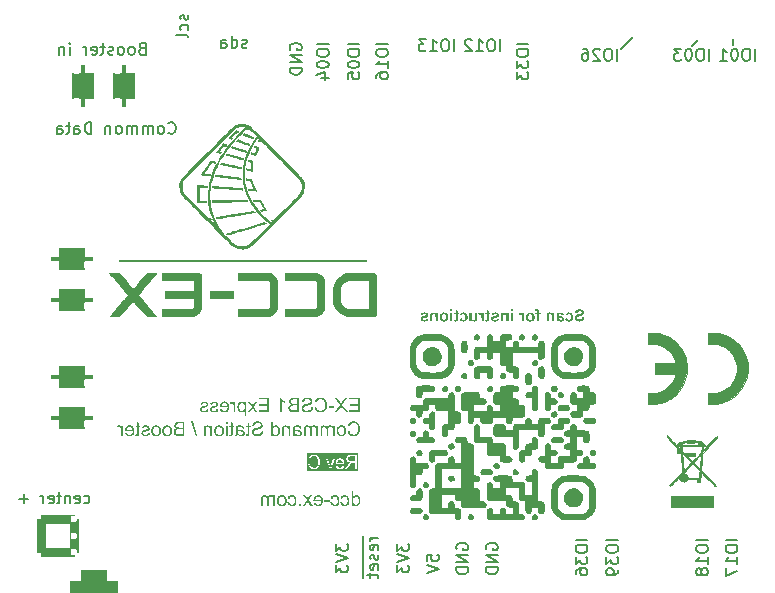
<source format=gbr>
%TF.GenerationSoftware,KiCad,Pcbnew,8.0.8*%
%TF.CreationDate,2025-02-14T13:40:02-05:00*%
%TF.ProjectId,EX-CSB1,45582d43-5342-4312-9e6b-696361645f70,rev?*%
%TF.SameCoordinates,Original*%
%TF.FileFunction,Legend,Bot*%
%TF.FilePolarity,Positive*%
%FSLAX46Y46*%
G04 Gerber Fmt 4.6, Leading zero omitted, Abs format (unit mm)*
G04 Created by KiCad (PCBNEW 8.0.8) date 2025-02-14 13:40:02*
%MOMM*%
%LPD*%
G01*
G04 APERTURE LIST*
G04 Aperture macros list*
%AMRoundRect*
0 Rectangle with rounded corners*
0 $1 Rounding radius*
0 $2 $3 $4 $5 $6 $7 $8 $9 X,Y pos of 4 corners*
0 Add a 4 corners polygon primitive as box body*
4,1,4,$2,$3,$4,$5,$6,$7,$8,$9,$2,$3,0*
0 Add four circle primitives for the rounded corners*
1,1,$1+$1,$2,$3*
1,1,$1+$1,$4,$5*
1,1,$1+$1,$6,$7*
1,1,$1+$1,$8,$9*
0 Add four rect primitives between the rounded corners*
20,1,$1+$1,$2,$3,$4,$5,0*
20,1,$1+$1,$4,$5,$6,$7,0*
20,1,$1+$1,$6,$7,$8,$9,0*
20,1,$1+$1,$8,$9,$2,$3,0*%
G04 Aperture macros list end*
%ADD10C,0.150000*%
%ADD11C,0.240000*%
%ADD12C,0.100000*%
%ADD13C,0.010000*%
%ADD14C,0.000000*%
%ADD15C,3.500000*%
%ADD16C,0.600000*%
%ADD17RoundRect,0.720000X-1.080000X0.180000X-1.080000X-0.180000X1.080000X-0.180000X1.080000X0.180000X0*%
%ADD18R,1.700000X1.700000*%
%ADD19O,1.700000X1.700000*%
%ADD20C,0.650000*%
%ADD21O,2.100000X1.000000*%
%ADD22O,1.800000X1.000000*%
%ADD23RoundRect,0.720000X0.180000X1.080000X-0.180000X1.080000X-0.180000X-1.080000X0.180000X-1.080000X0*%
%ADD24R,3.500000X3.500000*%
%ADD25RoundRect,0.350000X-1.400000X-1.400000X1.400000X-1.400000X1.400000X1.400000X-1.400000X1.400000X0*%
%ADD26RoundRect,0.875000X-1.125000X-0.875000X1.125000X-0.875000X1.125000X0.875000X-1.125000X0.875000X0*%
G04 APERTURE END LIST*
D10*
X60500000Y49300000D02*
X60000000Y48800000D01*
X55000000Y49500000D02*
X54000000Y48500000D01*
X63500000Y49400000D02*
X63500000Y48900000D01*
X31854819Y48976190D02*
X30854819Y48976190D01*
X30854819Y48309524D02*
X30854819Y48119048D01*
X30854819Y48119048D02*
X30902438Y48023810D01*
X30902438Y48023810D02*
X30997676Y47928572D01*
X30997676Y47928572D02*
X31188152Y47880953D01*
X31188152Y47880953D02*
X31521485Y47880953D01*
X31521485Y47880953D02*
X31711961Y47928572D01*
X31711961Y47928572D02*
X31807200Y48023810D01*
X31807200Y48023810D02*
X31854819Y48119048D01*
X31854819Y48119048D02*
X31854819Y48309524D01*
X31854819Y48309524D02*
X31807200Y48404762D01*
X31807200Y48404762D02*
X31711961Y48500000D01*
X31711961Y48500000D02*
X31521485Y48547619D01*
X31521485Y48547619D02*
X31188152Y48547619D01*
X31188152Y48547619D02*
X30997676Y48500000D01*
X30997676Y48500000D02*
X30902438Y48404762D01*
X30902438Y48404762D02*
X30854819Y48309524D01*
X30854819Y47261905D02*
X30854819Y47166667D01*
X30854819Y47166667D02*
X30902438Y47071429D01*
X30902438Y47071429D02*
X30950057Y47023810D01*
X30950057Y47023810D02*
X31045295Y46976191D01*
X31045295Y46976191D02*
X31235771Y46928572D01*
X31235771Y46928572D02*
X31473866Y46928572D01*
X31473866Y46928572D02*
X31664342Y46976191D01*
X31664342Y46976191D02*
X31759580Y47023810D01*
X31759580Y47023810D02*
X31807200Y47071429D01*
X31807200Y47071429D02*
X31854819Y47166667D01*
X31854819Y47166667D02*
X31854819Y47261905D01*
X31854819Y47261905D02*
X31807200Y47357143D01*
X31807200Y47357143D02*
X31759580Y47404762D01*
X31759580Y47404762D02*
X31664342Y47452381D01*
X31664342Y47452381D02*
X31473866Y47500000D01*
X31473866Y47500000D02*
X31235771Y47500000D01*
X31235771Y47500000D02*
X31045295Y47452381D01*
X31045295Y47452381D02*
X30950057Y47404762D01*
X30950057Y47404762D02*
X30902438Y47357143D01*
X30902438Y47357143D02*
X30854819Y47261905D01*
X30854819Y46023810D02*
X30854819Y46500000D01*
X30854819Y46500000D02*
X31331009Y46547619D01*
X31331009Y46547619D02*
X31283390Y46500000D01*
X31283390Y46500000D02*
X31235771Y46404762D01*
X31235771Y46404762D02*
X31235771Y46166667D01*
X31235771Y46166667D02*
X31283390Y46071429D01*
X31283390Y46071429D02*
X31331009Y46023810D01*
X31331009Y46023810D02*
X31426247Y45976191D01*
X31426247Y45976191D02*
X31664342Y45976191D01*
X31664342Y45976191D02*
X31759580Y46023810D01*
X31759580Y46023810D02*
X31807200Y46071429D01*
X31807200Y46071429D02*
X31854819Y46166667D01*
X31854819Y46166667D02*
X31854819Y46404762D01*
X31854819Y46404762D02*
X31807200Y46500000D01*
X31807200Y46500000D02*
X31759580Y46547619D01*
X22319047Y48692800D02*
X22223809Y48645181D01*
X22223809Y48645181D02*
X22033333Y48645181D01*
X22033333Y48645181D02*
X21938095Y48692800D01*
X21938095Y48692800D02*
X21890476Y48788039D01*
X21890476Y48788039D02*
X21890476Y48835658D01*
X21890476Y48835658D02*
X21938095Y48930896D01*
X21938095Y48930896D02*
X22033333Y48978515D01*
X22033333Y48978515D02*
X22176190Y48978515D01*
X22176190Y48978515D02*
X22271428Y49026134D01*
X22271428Y49026134D02*
X22319047Y49121372D01*
X22319047Y49121372D02*
X22319047Y49168991D01*
X22319047Y49168991D02*
X22271428Y49264229D01*
X22271428Y49264229D02*
X22176190Y49311848D01*
X22176190Y49311848D02*
X22033333Y49311848D01*
X22033333Y49311848D02*
X21938095Y49264229D01*
X21033333Y48645181D02*
X21033333Y49645181D01*
X21033333Y48692800D02*
X21128571Y48645181D01*
X21128571Y48645181D02*
X21319047Y48645181D01*
X21319047Y48645181D02*
X21414285Y48692800D01*
X21414285Y48692800D02*
X21461904Y48740420D01*
X21461904Y48740420D02*
X21509523Y48835658D01*
X21509523Y48835658D02*
X21509523Y49121372D01*
X21509523Y49121372D02*
X21461904Y49216610D01*
X21461904Y49216610D02*
X21414285Y49264229D01*
X21414285Y49264229D02*
X21319047Y49311848D01*
X21319047Y49311848D02*
X21128571Y49311848D01*
X21128571Y49311848D02*
X21033333Y49264229D01*
X20128571Y48645181D02*
X20128571Y49168991D01*
X20128571Y49168991D02*
X20176190Y49264229D01*
X20176190Y49264229D02*
X20271428Y49311848D01*
X20271428Y49311848D02*
X20461904Y49311848D01*
X20461904Y49311848D02*
X20557142Y49264229D01*
X20128571Y48692800D02*
X20223809Y48645181D01*
X20223809Y48645181D02*
X20461904Y48645181D01*
X20461904Y48645181D02*
X20557142Y48692800D01*
X20557142Y48692800D02*
X20604761Y48788039D01*
X20604761Y48788039D02*
X20604761Y48883277D01*
X20604761Y48883277D02*
X20557142Y48978515D01*
X20557142Y48978515D02*
X20461904Y49026134D01*
X20461904Y49026134D02*
X20223809Y49026134D01*
X20223809Y49026134D02*
X20128571Y49073753D01*
G36*
X31870350Y17782000D02*
G01*
X31870350Y19001261D01*
X30996644Y19001261D01*
X30996644Y18860577D01*
X31710615Y18860577D01*
X31710615Y18476041D01*
X31042073Y18476041D01*
X31042073Y18335357D01*
X31710615Y18335357D01*
X31710615Y17922684D01*
X30968508Y17922684D01*
X30968508Y17782000D01*
X31870350Y17782000D01*
G37*
G36*
X30877063Y17782000D02*
G01*
X30409582Y18417423D01*
X30821669Y19001261D01*
X30631452Y19001261D01*
X30411927Y18691463D01*
X30376643Y18640724D01*
X30342020Y18588217D01*
X30314914Y18542866D01*
X30282477Y18593149D01*
X30245836Y18645081D01*
X30219073Y18680619D01*
X29976100Y19001261D01*
X29802004Y19001261D01*
X30226693Y18426509D01*
X29769177Y17782000D01*
X29967014Y17782000D01*
X30270950Y18213138D01*
X30303648Y18262185D01*
X30323706Y18294031D01*
X30354665Y18244183D01*
X30381445Y18203173D01*
X30684795Y17782000D01*
X30877063Y17782000D01*
G37*
G36*
X29711145Y18138400D02*
G01*
X29711145Y18288462D01*
X29255388Y18288462D01*
X29255388Y18138400D01*
X29711145Y18138400D01*
G37*
G36*
X28213155Y18213431D02*
G01*
X28053127Y18172984D01*
X28070841Y18112838D01*
X28092477Y18057328D01*
X28123616Y17996837D01*
X28160401Y17943022D01*
X28202833Y17895885D01*
X28234258Y17868169D01*
X28285218Y17832511D01*
X28340279Y17804230D01*
X28399441Y17783326D01*
X28462704Y17769801D01*
X28530068Y17763653D01*
X28553434Y17763243D01*
X28612744Y17765196D01*
X28679211Y17772697D01*
X28740548Y17785825D01*
X28796753Y17804578D01*
X28855839Y17833567D01*
X28871438Y17843257D01*
X28922118Y17881685D01*
X28967216Y17926957D01*
X29006732Y17979074D01*
X29040667Y18038034D01*
X29057551Y18074799D01*
X29079265Y18132515D01*
X29096487Y18191797D01*
X29109216Y18252646D01*
X29117452Y18315061D01*
X29121196Y18379041D01*
X29121445Y18400716D01*
X29118911Y18470227D01*
X29111306Y18536317D01*
X29098632Y18598986D01*
X29080889Y18658234D01*
X29058076Y18714061D01*
X29049345Y18731910D01*
X29014884Y18790462D01*
X28974588Y18842506D01*
X28928458Y18888043D01*
X28876494Y18927072D01*
X28844181Y18946453D01*
X28784575Y18975118D01*
X28722445Y18996742D01*
X28657790Y19011326D01*
X28590611Y19018869D01*
X28551090Y19020019D01*
X28485086Y19016732D01*
X28423141Y19006871D01*
X28365257Y18990436D01*
X28302856Y18962953D01*
X28245981Y18926522D01*
X28195460Y18881971D01*
X28152119Y18830127D01*
X28120685Y18779885D01*
X28094526Y18724285D01*
X28073644Y18663326D01*
X28231327Y18626104D01*
X28251487Y18681582D01*
X28278991Y18736399D01*
X28315627Y18787121D01*
X28353253Y18822475D01*
X28407269Y18854933D01*
X28469299Y18875369D01*
X28531978Y18883483D01*
X28554314Y18884024D01*
X28613048Y18880799D01*
X28674849Y18869212D01*
X28730971Y18849200D01*
X28787321Y18816613D01*
X28835531Y18775055D01*
X28874977Y18726216D01*
X28905660Y18670098D01*
X28918919Y18635776D01*
X28935461Y18578605D01*
X28947276Y18520518D01*
X28954365Y18461515D01*
X28956728Y18401596D01*
X28954582Y18335400D01*
X28948145Y18272992D01*
X28937416Y18214370D01*
X28919899Y18152010D01*
X28911885Y18129900D01*
X28886221Y18075660D01*
X28849949Y18023354D01*
X28805840Y17980276D01*
X28772080Y17956683D01*
X28717436Y17928914D01*
X28660334Y17910233D01*
X28600774Y17900640D01*
X28566623Y17899237D01*
X28502070Y17904183D01*
X28442646Y17919021D01*
X28388351Y17943750D01*
X28339184Y17978372D01*
X28296356Y18022738D01*
X28261076Y18076704D01*
X28236396Y18131798D01*
X28217494Y18194240D01*
X28213155Y18213431D01*
G37*
G36*
X27917426Y18181191D02*
G01*
X27766777Y18194673D01*
X27755997Y18133606D01*
X27736653Y18076151D01*
X27716951Y18039335D01*
X27677930Y17993862D01*
X27629289Y17958670D01*
X27595318Y17941149D01*
X27536106Y17919957D01*
X27478128Y17908325D01*
X27416201Y17903963D01*
X27409792Y17903927D01*
X27349452Y17907147D01*
X27289393Y17918008D01*
X27248298Y17931184D01*
X27193705Y17959162D01*
X27148349Y18000616D01*
X27143958Y18006509D01*
X27117201Y18059979D01*
X27109666Y18111142D01*
X27120145Y18170895D01*
X27142785Y18211086D01*
X27186383Y18250654D01*
X27242202Y18279505D01*
X27251522Y18283187D01*
X27310498Y18302148D01*
X27374110Y18319356D01*
X27436473Y18335048D01*
X27466651Y18342391D01*
X27525576Y18357394D01*
X27585467Y18374480D01*
X27642235Y18393458D01*
X27699952Y18418595D01*
X27754200Y18452793D01*
X27798058Y18492117D01*
X27828912Y18532315D01*
X27854810Y18585401D01*
X27868754Y18643103D01*
X27871411Y18684136D01*
X27865281Y18746154D01*
X27846890Y18805263D01*
X27819533Y18856474D01*
X27782290Y18902887D01*
X27735773Y18941745D01*
X27679983Y18973046D01*
X27667712Y18978400D01*
X27609873Y18998518D01*
X27548464Y19012053D01*
X27483484Y19019003D01*
X27445842Y19020019D01*
X27380702Y19017289D01*
X27319519Y19009101D01*
X27262293Y18995454D01*
X27209024Y18976348D01*
X27155077Y18948679D01*
X27103947Y18910268D01*
X27062090Y18863786D01*
X27051341Y18848267D01*
X27021728Y18793152D01*
X27002133Y18733687D01*
X26992556Y18669871D01*
X26991843Y18656585D01*
X27145130Y18644862D01*
X27156737Y18705650D01*
X27180620Y18762643D01*
X27220246Y18812508D01*
X27228954Y18820130D01*
X27280108Y18851351D01*
X27337501Y18869564D01*
X27397548Y18877889D01*
X27439394Y18879335D01*
X27499108Y18876768D01*
X27558147Y18867550D01*
X27618139Y18846598D01*
X27651006Y18825699D01*
X27691370Y18782560D01*
X27714916Y18724312D01*
X27717244Y18696739D01*
X27705448Y18636948D01*
X27670057Y18588881D01*
X27614607Y18556898D01*
X27554377Y18535209D01*
X27496991Y18518750D01*
X27429136Y18502126D01*
X27371211Y18488561D01*
X27309580Y18472981D01*
X27248537Y18455768D01*
X27187242Y18435163D01*
X27161543Y18424457D01*
X27106574Y18394861D01*
X27055775Y18357137D01*
X27012393Y18309756D01*
X27005912Y18300479D01*
X26977210Y18246194D01*
X26960423Y18186506D01*
X26955500Y18127555D01*
X26960909Y18068010D01*
X26977138Y18010639D01*
X27004186Y17955444D01*
X27010894Y17944666D01*
X27050055Y17894715D01*
X27098661Y17852205D01*
X27150483Y17820309D01*
X27169457Y17811017D01*
X27229694Y17787923D01*
X27286663Y17773740D01*
X27346857Y17765529D01*
X27402171Y17763243D01*
X27461855Y17764963D01*
X27526773Y17771321D01*
X27586613Y17782362D01*
X27648785Y17800717D01*
X27677384Y17812189D01*
X27729792Y17839721D01*
X27781614Y17878008D01*
X27825877Y17924039D01*
X27851187Y17959028D01*
X27881903Y18016297D01*
X27903161Y18077647D01*
X27914115Y18135606D01*
X27917426Y18181191D01*
G37*
G36*
X26750043Y17782000D02*
G01*
X26289303Y17782000D01*
X26275009Y17782081D01*
X26214172Y17784425D01*
X26153264Y17790836D01*
X26094397Y17802517D01*
X26070143Y17809492D01*
X26013243Y17832048D01*
X25961920Y17863480D01*
X25942734Y17879843D01*
X25902615Y17927319D01*
X25873406Y17978372D01*
X25857763Y18016345D01*
X25842678Y18076122D01*
X25837719Y18138400D01*
X26003246Y18138400D01*
X26007846Y18088720D01*
X26027279Y18032594D01*
X26045194Y18003722D01*
X26088242Y17962838D01*
X26124090Y17944445D01*
X26180566Y17928546D01*
X26230407Y17923806D01*
X26289303Y17922684D01*
X26590015Y17922684D01*
X26590015Y18354115D01*
X26310699Y18354115D01*
X26256349Y18352796D01*
X26192684Y18346675D01*
X26133965Y18333012D01*
X26079157Y18304436D01*
X26037831Y18260326D01*
X26035703Y18257066D01*
X26010845Y18200078D01*
X26003246Y18138400D01*
X25837719Y18138400D01*
X25837649Y18139279D01*
X25837879Y18152648D01*
X25845934Y18216092D01*
X25865494Y18273869D01*
X25896561Y18325978D01*
X25908052Y18340409D01*
X25952794Y18382632D01*
X26007440Y18415811D01*
X26065088Y18437939D01*
X26025283Y18460525D01*
X25975672Y18500519D01*
X25938180Y18547848D01*
X25923836Y18573766D01*
X25902940Y18632043D01*
X25898076Y18674757D01*
X26053658Y18674757D01*
X26059548Y18623201D01*
X26084432Y18568951D01*
X26122827Y18532974D01*
X26176463Y18508867D01*
X26207122Y18502067D01*
X26268271Y18496173D01*
X26328870Y18494799D01*
X26590015Y18494799D01*
X26590015Y18860577D01*
X26348508Y18860577D01*
X26288222Y18859514D01*
X26226312Y18855198D01*
X26164739Y18843578D01*
X26125272Y18825025D01*
X26082381Y18780856D01*
X26061764Y18734771D01*
X26053658Y18674757D01*
X25898076Y18674757D01*
X25895974Y18693222D01*
X25899730Y18739322D01*
X25916423Y18799057D01*
X25943455Y18852077D01*
X25976680Y18895812D01*
X26021426Y18934928D01*
X26074760Y18964624D01*
X26113928Y18978900D01*
X26171993Y18992102D01*
X26230886Y18998971D01*
X26296630Y19001261D01*
X26750043Y19001261D01*
X26750043Y17782000D01*
G37*
G36*
X25125144Y17782000D02*
G01*
X25273448Y17782000D01*
X25273448Y18732203D01*
X25318374Y18693295D01*
X25367810Y18657629D01*
X25414132Y18628449D01*
X25466791Y18598727D01*
X25520683Y18571852D01*
X25570350Y18551072D01*
X25570350Y18701135D01*
X25517354Y18727688D01*
X25460462Y18760885D01*
X25407490Y18797123D01*
X25358439Y18836402D01*
X25352583Y18841526D01*
X25309389Y18882394D01*
X25268940Y18927626D01*
X25234113Y18976959D01*
X25220692Y19001261D01*
X25125144Y19001261D01*
X25125144Y17782000D01*
G37*
G36*
X24219491Y17782000D02*
G01*
X24219491Y19001261D01*
X23345786Y19001261D01*
X23345786Y18860577D01*
X24059757Y18860577D01*
X24059757Y18476041D01*
X23391215Y18476041D01*
X23391215Y18335357D01*
X24059757Y18335357D01*
X24059757Y17922684D01*
X23317649Y17922684D01*
X23317649Y17782000D01*
X24219491Y17782000D01*
G37*
G36*
X23221222Y17782000D02*
G01*
X22901459Y18240102D01*
X23197189Y18663619D01*
X23011662Y18663619D01*
X22877426Y18456990D01*
X22845200Y18405947D01*
X22816463Y18358218D01*
X22783679Y18406832D01*
X22749638Y18455231D01*
X22602213Y18663619D01*
X22424893Y18663619D01*
X22727363Y18248602D01*
X22401739Y17782000D01*
X22584041Y17782000D01*
X22763706Y18056041D01*
X22811480Y18129900D01*
X23041557Y17782000D01*
X23221222Y17782000D01*
G37*
G36*
X21919940Y18681554D02*
G01*
X21982116Y18671713D01*
X22039771Y18648672D01*
X22065468Y18632327D01*
X22110067Y18593488D01*
X22147628Y18547848D01*
X22147628Y18663619D01*
X22282743Y18663619D01*
X22282743Y17444359D01*
X22134439Y17444359D01*
X22134439Y17873738D01*
X22132055Y17870768D01*
X22088312Y17827611D01*
X22037719Y17794603D01*
X22022684Y17787253D01*
X21966384Y17769245D01*
X21904362Y17763243D01*
X21885433Y17763748D01*
X21823563Y17772723D01*
X21763583Y17792919D01*
X21711215Y17820689D01*
X21683529Y17839956D01*
X21639103Y17880803D01*
X21601633Y17929580D01*
X21571117Y17986285D01*
X21549960Y18042046D01*
X21534847Y18101177D01*
X21525780Y18163679D01*
X21522757Y18229551D01*
X21522767Y18229844D01*
X21674579Y18229844D01*
X21674855Y18208150D01*
X21678993Y18147394D01*
X21690099Y18084717D01*
X21711069Y18023905D01*
X21745214Y17969286D01*
X21754118Y17959100D01*
X21801968Y17918027D01*
X21855371Y17893383D01*
X21914327Y17885169D01*
X21977832Y17894762D01*
X22034548Y17923542D01*
X22080217Y17966355D01*
X22088487Y17976849D01*
X22119097Y18032630D01*
X22137237Y18093968D01*
X22146107Y18156716D01*
X22148508Y18217241D01*
X22148222Y18238139D01*
X22142735Y18306322D01*
X22130263Y18366791D01*
X22107456Y18426454D01*
X22075528Y18476041D01*
X22066321Y18486830D01*
X22022791Y18526769D01*
X21970401Y18554612D01*
X21907879Y18565141D01*
X21845210Y18555236D01*
X21788982Y18525521D01*
X21743455Y18481317D01*
X21735115Y18470546D01*
X21704241Y18413915D01*
X21685946Y18352366D01*
X21677000Y18289855D01*
X21674579Y18229844D01*
X21522767Y18229844D01*
X21524293Y18275991D01*
X21531116Y18335699D01*
X21545318Y18399850D01*
X21566428Y18460800D01*
X21574987Y18480167D01*
X21605116Y18533258D01*
X21646424Y18583438D01*
X21695974Y18624345D01*
X21712256Y18634716D01*
X21769912Y18661919D01*
X21832778Y18677787D01*
X21893811Y18682377D01*
X21919940Y18681554D01*
G37*
G36*
X21350127Y17782000D02*
G01*
X21350127Y18663619D01*
X21216477Y18663619D01*
X21216477Y18528504D01*
X21185376Y18581038D01*
X21147255Y18630589D01*
X21122394Y18652482D01*
X21067784Y18677443D01*
X21026847Y18682377D01*
X20965497Y18674444D01*
X20908179Y18653040D01*
X20874439Y18634310D01*
X20925437Y18495678D01*
X20979952Y18519638D01*
X21034467Y18527625D01*
X21094033Y18514876D01*
X21121808Y18498023D01*
X21161467Y18452456D01*
X21176909Y18416543D01*
X21192091Y18354871D01*
X21199852Y18294644D01*
X21201822Y18242740D01*
X21201822Y17782000D01*
X21350127Y17782000D01*
G37*
G36*
X20452233Y18681899D02*
G01*
X20516300Y18674720D01*
X20575606Y18658928D01*
X20630152Y18634521D01*
X20679937Y18601500D01*
X20724963Y18559865D01*
X20757723Y18519154D01*
X20789707Y18463897D01*
X20813695Y18401654D01*
X20827577Y18344449D01*
X20835906Y18282391D01*
X20838682Y18215483D01*
X20837693Y18176096D01*
X20831648Y18114183D01*
X20817140Y18046046D01*
X20794718Y17984627D01*
X20764383Y17929927D01*
X20726135Y17881945D01*
X20711756Y17867571D01*
X20664897Y17830013D01*
X20612453Y17800801D01*
X20554425Y17779935D01*
X20490811Y17767416D01*
X20421613Y17763243D01*
X20402774Y17763531D01*
X20340173Y17769085D01*
X20282761Y17781707D01*
X20223501Y17804788D01*
X20171020Y17837102D01*
X20164944Y17841776D01*
X20120682Y17883377D01*
X20084151Y17932451D01*
X20055350Y17989000D01*
X20036491Y18044610D01*
X20190071Y18063368D01*
X20205967Y18025018D01*
X20238569Y17970565D01*
X20281515Y17927667D01*
X20300138Y17915424D01*
X20358450Y17892183D01*
X20420734Y17885169D01*
X20434295Y17885461D01*
X20497876Y17895679D01*
X20554417Y17920494D01*
X20603916Y17959907D01*
X20636486Y18001544D01*
X20663405Y18058239D01*
X20678691Y18117394D01*
X20685395Y18175915D01*
X20032387Y18175915D01*
X20031801Y18216362D01*
X20033542Y18270204D01*
X20036646Y18297841D01*
X20188312Y18297841D01*
X20677189Y18297841D01*
X20675216Y18319840D01*
X20662777Y18380768D01*
X20637480Y18439547D01*
X20600106Y18488937D01*
X20595714Y18493337D01*
X20548304Y18529653D01*
X20488814Y18553467D01*
X20428061Y18560451D01*
X20400506Y18559050D01*
X20343295Y18545650D01*
X20287505Y18514119D01*
X20244293Y18470765D01*
X20214851Y18419520D01*
X20196769Y18358207D01*
X20188312Y18297841D01*
X20036646Y18297841D01*
X20040611Y18333140D01*
X20053119Y18391224D01*
X20075307Y18454522D01*
X20105326Y18510833D01*
X20143176Y18560158D01*
X20187099Y18601694D01*
X20244072Y18639290D01*
X20307216Y18665190D01*
X20366251Y18678081D01*
X20429819Y18682377D01*
X20452233Y18681899D01*
G37*
G36*
X19914272Y18040507D02*
G01*
X19767433Y18063368D01*
X19752018Y18004388D01*
X19721365Y17953237D01*
X19698849Y17931184D01*
X19645488Y17901391D01*
X19583094Y17887371D01*
X19540873Y17885169D01*
X19482095Y17889262D01*
X19425162Y17904979D01*
X19389052Y17927081D01*
X19351903Y17972950D01*
X19339519Y18026146D01*
X19358453Y18083481D01*
X19383483Y18106160D01*
X19441430Y18130396D01*
X19499395Y18147512D01*
X19535011Y18156864D01*
X19592707Y18171970D01*
X19651110Y18188604D01*
X19712105Y18208423D01*
X19761278Y18228379D01*
X19813657Y18261704D01*
X19854763Y18308323D01*
X19856826Y18311617D01*
X19881226Y18367744D01*
X19889359Y18429439D01*
X19881832Y18489323D01*
X19862688Y18538176D01*
X19828807Y18586547D01*
X19789708Y18621121D01*
X19736631Y18650156D01*
X19695332Y18664499D01*
X19637411Y18677332D01*
X19575755Y18682307D01*
X19567251Y18682377D01*
X19505261Y18679515D01*
X19442825Y18669755D01*
X19386414Y18653068D01*
X19329793Y18625820D01*
X19283856Y18588794D01*
X19271229Y18573640D01*
X19241485Y18519184D01*
X19224041Y18459903D01*
X19220231Y18439405D01*
X19365311Y18419767D01*
X19384436Y18478752D01*
X19422464Y18523229D01*
X19475543Y18549946D01*
X19535401Y18559870D01*
X19556407Y18560451D01*
X19619804Y18556434D01*
X19676868Y18541327D01*
X19702367Y18526453D01*
X19739896Y18479375D01*
X19746037Y18446732D01*
X19727866Y18394562D01*
X19680357Y18358786D01*
X19671006Y18354701D01*
X19614073Y18337310D01*
X19553248Y18320251D01*
X19539994Y18316599D01*
X19475694Y18298864D01*
X19413371Y18280381D01*
X19357490Y18261864D01*
X19320468Y18247430D01*
X19267867Y18216805D01*
X19224819Y18172356D01*
X19222576Y18169174D01*
X19197121Y18115615D01*
X19187424Y18055749D01*
X19187112Y18041679D01*
X19194271Y17982406D01*
X19215748Y17926034D01*
X19230489Y17900996D01*
X19268243Y17855919D01*
X19316878Y17819168D01*
X19355346Y17799293D01*
X19413926Y17778768D01*
X19471629Y17767502D01*
X19533567Y17763278D01*
X19539994Y17763243D01*
X19601107Y17765695D01*
X19665191Y17774755D01*
X19728915Y17793284D01*
X19782491Y17820532D01*
X19799966Y17832998D01*
X19845149Y17877733D01*
X19880131Y17933133D01*
X19902662Y17991330D01*
X19914272Y18040507D01*
G37*
G36*
X19074858Y18040507D02*
G01*
X18928019Y18063368D01*
X18912604Y18004388D01*
X18881952Y17953237D01*
X18859436Y17931184D01*
X18806074Y17901391D01*
X18743680Y17887371D01*
X18701459Y17885169D01*
X18642681Y17889262D01*
X18585748Y17904979D01*
X18549638Y17927081D01*
X18512489Y17972950D01*
X18500106Y18026146D01*
X18519039Y18083481D01*
X18544069Y18106160D01*
X18602016Y18130396D01*
X18659982Y18147512D01*
X18695598Y18156864D01*
X18753293Y18171970D01*
X18811697Y18188604D01*
X18872691Y18208423D01*
X18921864Y18228379D01*
X18974243Y18261704D01*
X19015349Y18308323D01*
X19017412Y18311617D01*
X19041812Y18367744D01*
X19049945Y18429439D01*
X19042418Y18489323D01*
X19023274Y18538176D01*
X18989393Y18586547D01*
X18950294Y18621121D01*
X18897217Y18650156D01*
X18855919Y18664499D01*
X18797997Y18677332D01*
X18736341Y18682307D01*
X18727838Y18682377D01*
X18665848Y18679515D01*
X18603411Y18669755D01*
X18547000Y18653068D01*
X18490379Y18625820D01*
X18444442Y18588794D01*
X18431815Y18573640D01*
X18402071Y18519184D01*
X18384628Y18459903D01*
X18380817Y18439405D01*
X18525898Y18419767D01*
X18545022Y18478752D01*
X18583050Y18523229D01*
X18636129Y18549946D01*
X18695987Y18559870D01*
X18716993Y18560451D01*
X18780390Y18556434D01*
X18837454Y18541327D01*
X18862953Y18526453D01*
X18900482Y18479375D01*
X18906623Y18446732D01*
X18888452Y18394562D01*
X18840943Y18358786D01*
X18831592Y18354701D01*
X18774659Y18337310D01*
X18713834Y18320251D01*
X18700580Y18316599D01*
X18636280Y18298864D01*
X18573957Y18280381D01*
X18518076Y18261864D01*
X18481055Y18247430D01*
X18428453Y18216805D01*
X18385405Y18172356D01*
X18383162Y18169174D01*
X18357707Y18115615D01*
X18348010Y18055749D01*
X18347698Y18041679D01*
X18354857Y17982406D01*
X18376334Y17926034D01*
X18391076Y17900996D01*
X18428829Y17855919D01*
X18477464Y17819168D01*
X18515933Y17799293D01*
X18574512Y17778768D01*
X18632215Y17767502D01*
X18694153Y17763278D01*
X18700580Y17763243D01*
X18761693Y17765695D01*
X18825777Y17774755D01*
X18889501Y17793284D01*
X18943077Y17820532D01*
X18960552Y17832998D01*
X19005735Y17877733D01*
X19040717Y17933133D01*
X19063249Y17991330D01*
X19074858Y18040507D01*
G37*
G36*
X31011592Y16197431D02*
G01*
X30851564Y16156984D01*
X30869278Y16096838D01*
X30890914Y16041328D01*
X30922053Y15980837D01*
X30958838Y15927022D01*
X31001270Y15879885D01*
X31032695Y15852169D01*
X31083655Y15816511D01*
X31138716Y15788230D01*
X31197878Y15767326D01*
X31261141Y15753801D01*
X31328505Y15747653D01*
X31351871Y15747243D01*
X31411181Y15749196D01*
X31477648Y15756697D01*
X31538984Y15769825D01*
X31595189Y15788578D01*
X31654276Y15817567D01*
X31669875Y15827257D01*
X31720555Y15865685D01*
X31765653Y15910957D01*
X31805169Y15963074D01*
X31839104Y16022034D01*
X31855988Y16058799D01*
X31877702Y16116515D01*
X31894924Y16175797D01*
X31907653Y16236646D01*
X31915889Y16299061D01*
X31919633Y16363041D01*
X31919882Y16384716D01*
X31917347Y16454227D01*
X31909743Y16520317D01*
X31897069Y16582986D01*
X31879326Y16642234D01*
X31856513Y16698061D01*
X31847782Y16715910D01*
X31813321Y16774462D01*
X31773025Y16826506D01*
X31726895Y16872043D01*
X31674931Y16911072D01*
X31642618Y16930453D01*
X31583012Y16959118D01*
X31520882Y16980742D01*
X31456227Y16995326D01*
X31389048Y17002869D01*
X31349526Y17004019D01*
X31283522Y17000732D01*
X31221578Y16990871D01*
X31163694Y16974436D01*
X31101293Y16946953D01*
X31044418Y16910522D01*
X30993897Y16865971D01*
X30950556Y16814127D01*
X30919122Y16763885D01*
X30892963Y16708285D01*
X30872080Y16647326D01*
X31029764Y16610104D01*
X31049923Y16665582D01*
X31077428Y16720399D01*
X31114064Y16771121D01*
X31151690Y16806475D01*
X31205705Y16838933D01*
X31267736Y16859369D01*
X31330415Y16867483D01*
X31352750Y16868024D01*
X31411485Y16864799D01*
X31473286Y16853212D01*
X31529408Y16833200D01*
X31585758Y16800613D01*
X31633968Y16759055D01*
X31673414Y16710216D01*
X31704097Y16654098D01*
X31717356Y16619776D01*
X31733897Y16562605D01*
X31745713Y16504518D01*
X31752802Y16445515D01*
X31755165Y16385596D01*
X31753019Y16319400D01*
X31746582Y16256992D01*
X31735853Y16198370D01*
X31718336Y16136010D01*
X31710322Y16113900D01*
X31684658Y16059660D01*
X31648385Y16007354D01*
X31604277Y15964276D01*
X31570517Y15940683D01*
X31515873Y15912914D01*
X31458770Y15894233D01*
X31399211Y15884640D01*
X31365060Y15883237D01*
X31300507Y15888183D01*
X31241083Y15903021D01*
X31186787Y15927750D01*
X31137621Y15962372D01*
X31094793Y16006738D01*
X31059512Y16060704D01*
X31034833Y16115798D01*
X31015931Y16178240D01*
X31011592Y16197431D01*
G37*
G36*
X30364991Y16664852D02*
G01*
X30430950Y16654845D01*
X30492169Y16635496D01*
X30548647Y16606807D01*
X30600385Y16568778D01*
X30608715Y16561291D01*
X30653146Y16511186D01*
X30688056Y16452199D01*
X30709875Y16396258D01*
X30725082Y16334149D01*
X30733677Y16265872D01*
X30735793Y16206810D01*
X30734021Y16152753D01*
X30726821Y16089767D01*
X30714082Y16031876D01*
X30691486Y15969131D01*
X30660914Y15913723D01*
X30622367Y15865652D01*
X30607913Y15851313D01*
X30561257Y15813848D01*
X30509655Y15784708D01*
X30453106Y15763894D01*
X30391612Y15751405D01*
X30325172Y15747243D01*
X30289796Y15748552D01*
X30228320Y15757509D01*
X30169672Y15774951D01*
X30113853Y15800878D01*
X30084667Y15818790D01*
X30037830Y15856369D01*
X29998319Y15900810D01*
X29966135Y15952114D01*
X29954251Y15977571D01*
X29935237Y16035274D01*
X29923798Y16093186D01*
X29917213Y16158027D01*
X29915635Y16212086D01*
X30068131Y16212086D01*
X30068417Y16190744D01*
X30072710Y16130881D01*
X30084231Y16068933D01*
X30105984Y16008543D01*
X30141404Y15953872D01*
X30155469Y15938735D01*
X30207081Y15899030D01*
X30265963Y15875869D01*
X30325172Y15869169D01*
X30345720Y15869908D01*
X30409376Y15883051D01*
X30465590Y15912624D01*
X30509819Y15953286D01*
X30522914Y15969860D01*
X30551536Y16021362D01*
X30570999Y16083488D01*
X30580516Y16146564D01*
X30583092Y16207103D01*
X30582806Y16227980D01*
X30578513Y16286586D01*
X30566992Y16347328D01*
X30545239Y16406683D01*
X30509819Y16460627D01*
X30495746Y16475607D01*
X30443997Y16514900D01*
X30384806Y16537821D01*
X30325172Y16544451D01*
X30304936Y16543709D01*
X30242058Y16530520D01*
X30186222Y16500845D01*
X30141990Y16460041D01*
X30133046Y16449215D01*
X30099939Y16392790D01*
X30080320Y16332047D01*
X30070727Y16270722D01*
X30068131Y16212086D01*
X29915635Y16212086D01*
X29915430Y16219120D01*
X29916437Y16257614D01*
X29922592Y16318221D01*
X29937365Y16385094D01*
X29960195Y16445579D01*
X29991083Y16499675D01*
X30030029Y16547382D01*
X30044611Y16561792D01*
X30091450Y16599443D01*
X30142925Y16628727D01*
X30199037Y16649644D01*
X30259786Y16662194D01*
X30325172Y16666377D01*
X30364991Y16664852D01*
G37*
G36*
X29746023Y15766000D02*
G01*
X29746023Y16647619D01*
X29613253Y16647619D01*
X29613253Y16525693D01*
X29575415Y16573068D01*
X29528580Y16612316D01*
X29503930Y16627689D01*
X29449854Y16651265D01*
X29390503Y16663959D01*
X29348005Y16666377D01*
X29285263Y16661667D01*
X29226297Y16645785D01*
X29188563Y16626517D01*
X29141007Y16585524D01*
X29107588Y16532302D01*
X29100636Y16514849D01*
X29059523Y16566345D01*
X29014000Y16607187D01*
X28955316Y16641369D01*
X28890629Y16661050D01*
X28830406Y16666377D01*
X28768966Y16661834D01*
X28708868Y16645863D01*
X28653295Y16614631D01*
X28629931Y16593691D01*
X28592991Y16540774D01*
X28571443Y16480032D01*
X28561592Y16415607D01*
X28559882Y16370355D01*
X28559882Y15766000D01*
X28707600Y15766000D01*
X28707600Y16322581D01*
X28709620Y16382935D01*
X28718596Y16441224D01*
X28721962Y16451834D01*
X28754871Y16500688D01*
X28774425Y16515435D01*
X28829729Y16536887D01*
X28863232Y16539762D01*
X28922999Y16532420D01*
X28979746Y16507663D01*
X29016519Y16477626D01*
X29051227Y16426279D01*
X29070278Y16364271D01*
X29076946Y16304156D01*
X29077482Y16279204D01*
X29077482Y15766000D01*
X29226079Y15766000D01*
X29226079Y16340167D01*
X29230374Y16402789D01*
X29246522Y16461616D01*
X29262422Y16489643D01*
X29310050Y16527232D01*
X29370717Y16539566D01*
X29380831Y16539762D01*
X29441208Y16531409D01*
X29496896Y16506349D01*
X29542691Y16465463D01*
X29572448Y16413024D01*
X29573979Y16409043D01*
X29589350Y16347745D01*
X29595841Y16287822D01*
X29597719Y16224395D01*
X29597719Y15766000D01*
X29746023Y15766000D01*
G37*
G36*
X28347391Y15766000D02*
G01*
X28347391Y16647619D01*
X28214621Y16647619D01*
X28214621Y16525693D01*
X28176783Y16573068D01*
X28129948Y16612316D01*
X28105297Y16627689D01*
X28051222Y16651265D01*
X27991871Y16663959D01*
X27949373Y16666377D01*
X27886631Y16661667D01*
X27827664Y16645785D01*
X27789931Y16626517D01*
X27742375Y16585524D01*
X27708955Y16532302D01*
X27702004Y16514849D01*
X27660891Y16566345D01*
X27615368Y16607187D01*
X27556684Y16641369D01*
X27491997Y16661050D01*
X27431773Y16666377D01*
X27370334Y16661834D01*
X27310236Y16645863D01*
X27254663Y16614631D01*
X27231299Y16593691D01*
X27194359Y16540774D01*
X27172811Y16480032D01*
X27162960Y16415607D01*
X27161250Y16370355D01*
X27161250Y15766000D01*
X27308968Y15766000D01*
X27308968Y16322581D01*
X27310988Y16382935D01*
X27319964Y16441224D01*
X27323330Y16451834D01*
X27356239Y16500688D01*
X27375793Y16515435D01*
X27431097Y16536887D01*
X27464600Y16539762D01*
X27524367Y16532420D01*
X27581114Y16507663D01*
X27617886Y16477626D01*
X27652595Y16426279D01*
X27671646Y16364271D01*
X27678314Y16304156D01*
X27678849Y16279204D01*
X27678849Y15766000D01*
X27827447Y15766000D01*
X27827447Y16340167D01*
X27831741Y16402789D01*
X27847890Y16461616D01*
X27863790Y16489643D01*
X27911418Y16527232D01*
X27972085Y16539566D01*
X27982199Y16539762D01*
X28042576Y16531409D01*
X28098263Y16506349D01*
X28144059Y16465463D01*
X28173816Y16413024D01*
X28175346Y16409043D01*
X28190717Y16347745D01*
X28197209Y16287822D01*
X28199087Y16224395D01*
X28199087Y15766000D01*
X28347391Y15766000D01*
G37*
G36*
X26592619Y16666259D02*
G01*
X26653143Y16662810D01*
X26715333Y16653376D01*
X26777593Y16636189D01*
X26813114Y16621876D01*
X26865067Y16591596D01*
X26908605Y16550606D01*
X26932000Y16516688D01*
X26956991Y16462881D01*
X26973672Y16404940D01*
X26828591Y16385010D01*
X26822180Y16406442D01*
X26795776Y16464458D01*
X26754732Y16509280D01*
X26718239Y16527828D01*
X26660317Y16541017D01*
X26600273Y16544451D01*
X26541512Y16540487D01*
X26481594Y16524874D01*
X26431159Y16494333D01*
X26419085Y16481497D01*
X26395141Y16427448D01*
X26389247Y16367424D01*
X26389833Y16328736D01*
X26400828Y16325031D01*
X26459455Y16309153D01*
X26524141Y16296128D01*
X26590449Y16285574D01*
X26654495Y16277152D01*
X26665349Y16275793D01*
X26727413Y16266792D01*
X26786386Y16254584D01*
X26839525Y16235444D01*
X26893364Y16205345D01*
X26936083Y16167682D01*
X26969861Y16119176D01*
X26971665Y16115812D01*
X26992730Y16058962D01*
X26999170Y16000474D01*
X26998868Y15986780D01*
X26988289Y15922946D01*
X26962598Y15866841D01*
X26921794Y15818464D01*
X26878801Y15787305D01*
X26820494Y15762892D01*
X26759828Y15750651D01*
X26699924Y15747243D01*
X26656950Y15749074D01*
X26595098Y15758692D01*
X26536379Y15776552D01*
X26526794Y15780378D01*
X26473258Y15807234D01*
X26423387Y15840184D01*
X26377524Y15876789D01*
X26368684Y15824424D01*
X26347921Y15766000D01*
X26192876Y15766000D01*
X26215197Y15814502D01*
X26230685Y15871807D01*
X26232883Y15887972D01*
X26237096Y15949304D01*
X26238955Y16010016D01*
X26239835Y16073708D01*
X26240064Y16135003D01*
X26240064Y16156398D01*
X26389833Y16156398D01*
X26390420Y16126537D01*
X26396616Y16064562D01*
X26413867Y16006335D01*
X26424533Y15986407D01*
X26463610Y15937841D01*
X26512053Y15902288D01*
X26542086Y15887556D01*
X26602773Y15869796D01*
X26664460Y15864479D01*
X26685430Y15865107D01*
X26744663Y15875812D01*
X26796058Y15904633D01*
X26828245Y15946720D01*
X26840901Y16005163D01*
X26840180Y16019743D01*
X26820385Y16076970D01*
X26810467Y16090332D01*
X26761766Y16125917D01*
X26751407Y16130043D01*
X26693302Y16145540D01*
X26632220Y16156105D01*
X26565424Y16166570D01*
X26506341Y16177960D01*
X26448263Y16192111D01*
X26389833Y16211499D01*
X26389833Y16156398D01*
X26240064Y16156398D01*
X26240064Y16334012D01*
X26240092Y16346192D01*
X26241466Y16409225D01*
X26247391Y16471472D01*
X26262746Y16521232D01*
X26293699Y16573174D01*
X26295787Y16575670D01*
X26342406Y16613988D01*
X26396575Y16639706D01*
X26400994Y16641347D01*
X26460406Y16656975D01*
X26518922Y16664268D01*
X26578584Y16666377D01*
X26592619Y16666259D01*
G37*
G36*
X26014383Y15766000D02*
G01*
X26014383Y16647619D01*
X25881027Y16647619D01*
X25881027Y16523935D01*
X25841847Y16572343D01*
X25796630Y16610736D01*
X25736245Y16642869D01*
X25677945Y16659561D01*
X25613607Y16666238D01*
X25602297Y16666377D01*
X25540128Y16661637D01*
X25482216Y16647416D01*
X25456923Y16637654D01*
X25405160Y16609300D01*
X25361800Y16568377D01*
X25357565Y16562623D01*
X25328001Y16508457D01*
X25311257Y16452421D01*
X25304854Y16390893D01*
X25303123Y16326246D01*
X25303050Y16307340D01*
X25303050Y15766000D01*
X25451355Y15766000D01*
X25451355Y16303530D01*
X25453786Y16365601D01*
X25463665Y16424875D01*
X25468647Y16440111D01*
X25500796Y16489684D01*
X25530196Y16512504D01*
X25584570Y16534545D01*
X25633658Y16539762D01*
X25695694Y16532593D01*
X25751636Y16511086D01*
X25797203Y16479092D01*
X25833524Y16430497D01*
X25854712Y16368506D01*
X25863658Y16308333D01*
X25866079Y16248429D01*
X25866079Y15766000D01*
X26014383Y15766000D01*
G37*
G36*
X24521962Y16540934D02*
G01*
X24531996Y16554595D01*
X24572812Y16597142D01*
X24622492Y16631499D01*
X24642240Y16641547D01*
X24702026Y16660621D01*
X24763469Y16666377D01*
X24776907Y16666154D01*
X24841656Y16658340D01*
X24902341Y16639364D01*
X24958961Y16609225D01*
X24980114Y16594153D01*
X25027026Y16549623D01*
X25061954Y16501176D01*
X25089973Y16444800D01*
X25109079Y16389644D01*
X25122726Y16331447D01*
X25130914Y16270209D01*
X25133644Y16205931D01*
X25131344Y16148419D01*
X25123082Y16086297D01*
X25108812Y16028022D01*
X25085577Y15967061D01*
X25069505Y15935754D01*
X25035744Y15885028D01*
X24995770Y15841535D01*
X24949582Y15805275D01*
X24938526Y15798247D01*
X24881287Y15769911D01*
X24820786Y15752910D01*
X24757021Y15747243D01*
X24717866Y15749262D01*
X24655207Y15762516D01*
X24600009Y15788139D01*
X24552272Y15826133D01*
X24511997Y15876496D01*
X24511997Y15766000D01*
X24374537Y15766000D01*
X24374537Y16193914D01*
X24509652Y16193914D01*
X24509718Y16183720D01*
X24513902Y16116959D01*
X24524593Y16058249D01*
X24544779Y16001009D01*
X24577649Y15949183D01*
X24623010Y15906988D01*
X24679518Y15878623D01*
X24742953Y15869169D01*
X24748955Y15869251D01*
X24811687Y15880956D01*
X24863488Y15908789D01*
X24910308Y15952993D01*
X24918897Y15963806D01*
X24950690Y16020769D01*
X24969530Y16082809D01*
X24978742Y16145898D01*
X24981236Y16206517D01*
X24980977Y16228058D01*
X24977096Y16288271D01*
X24966682Y16350159D01*
X24947017Y16409863D01*
X24914997Y16462972D01*
X24910807Y16467985D01*
X24865413Y16509361D01*
X24808139Y16536494D01*
X24749401Y16544451D01*
X24736886Y16544120D01*
X24678056Y16532540D01*
X24625465Y16504416D01*
X24579115Y16459748D01*
X24562834Y16437065D01*
X24536786Y16382660D01*
X24521116Y16325168D01*
X24512094Y16258448D01*
X24509652Y16193914D01*
X24374537Y16193914D01*
X24374537Y16985261D01*
X24521962Y16985261D01*
X24521962Y16540934D01*
G37*
G36*
X23714495Y16165191D02*
G01*
X23563846Y16178673D01*
X23553066Y16117606D01*
X23533722Y16060151D01*
X23514020Y16023335D01*
X23474999Y15977862D01*
X23426358Y15942670D01*
X23392387Y15925149D01*
X23333175Y15903957D01*
X23275198Y15892325D01*
X23213271Y15887963D01*
X23206861Y15887927D01*
X23146521Y15891147D01*
X23086462Y15902008D01*
X23045367Y15915184D01*
X22990774Y15943162D01*
X22945419Y15984616D01*
X22941027Y15990509D01*
X22914270Y16043979D01*
X22906735Y16095142D01*
X22917214Y16154895D01*
X22939854Y16195086D01*
X22983452Y16234654D01*
X23039271Y16263505D01*
X23048591Y16267187D01*
X23107567Y16286148D01*
X23171179Y16303356D01*
X23233542Y16319048D01*
X23263720Y16326391D01*
X23322645Y16341394D01*
X23382536Y16358480D01*
X23439304Y16377458D01*
X23497021Y16402595D01*
X23551269Y16436793D01*
X23595127Y16476117D01*
X23625981Y16516315D01*
X23651879Y16569401D01*
X23665823Y16627103D01*
X23668480Y16668136D01*
X23662350Y16730154D01*
X23643960Y16789263D01*
X23616602Y16840474D01*
X23579359Y16886887D01*
X23532842Y16925745D01*
X23477052Y16957046D01*
X23464781Y16962400D01*
X23406942Y16982518D01*
X23345533Y16996053D01*
X23280553Y17003003D01*
X23242911Y17004019D01*
X23177771Y17001289D01*
X23116588Y16993101D01*
X23059362Y16979454D01*
X23006093Y16960348D01*
X22952146Y16932679D01*
X22901016Y16894268D01*
X22859159Y16847786D01*
X22848410Y16832267D01*
X22818797Y16777152D01*
X22799203Y16717687D01*
X22789626Y16653871D01*
X22788912Y16640585D01*
X22942199Y16628862D01*
X22953807Y16689650D01*
X22977689Y16746643D01*
X23017315Y16796508D01*
X23026023Y16804130D01*
X23077177Y16835351D01*
X23134570Y16853564D01*
X23194617Y16861889D01*
X23236463Y16863335D01*
X23296177Y16860768D01*
X23355216Y16851550D01*
X23415209Y16830598D01*
X23448075Y16809699D01*
X23488439Y16766560D01*
X23511985Y16708312D01*
X23514314Y16680739D01*
X23502517Y16620948D01*
X23467126Y16572881D01*
X23411677Y16540898D01*
X23351446Y16519209D01*
X23294060Y16502750D01*
X23226205Y16486126D01*
X23168280Y16472561D01*
X23106649Y16456981D01*
X23045607Y16439768D01*
X22984311Y16419163D01*
X22958612Y16408457D01*
X22903643Y16378861D01*
X22852844Y16341137D01*
X22809462Y16293756D01*
X22802981Y16284479D01*
X22774279Y16230194D01*
X22757492Y16170506D01*
X22752569Y16111555D01*
X22757979Y16052010D01*
X22774207Y15994639D01*
X22801255Y15939444D01*
X22807963Y15928666D01*
X22847124Y15878715D01*
X22895730Y15836205D01*
X22947552Y15804309D01*
X22966526Y15795017D01*
X23026763Y15771923D01*
X23083732Y15757740D01*
X23143926Y15749529D01*
X23199240Y15747243D01*
X23258924Y15748963D01*
X23323842Y15755321D01*
X23383682Y15766362D01*
X23445854Y15784717D01*
X23474453Y15796189D01*
X23526862Y15823721D01*
X23578683Y15862008D01*
X23622946Y15908039D01*
X23648256Y15943028D01*
X23678973Y16000297D01*
X23700230Y16061647D01*
X23711184Y16119606D01*
X23714495Y16165191D01*
G37*
G36*
X22235556Y15901995D02*
G01*
X22214160Y15766000D01*
X22273511Y15751932D01*
X22326121Y15747243D01*
X22385849Y15751499D01*
X22442892Y15768425D01*
X22451564Y15773035D01*
X22496947Y15811938D01*
X22514286Y15841325D01*
X22527118Y15901436D01*
X22531309Y15964336D01*
X22532164Y16019231D01*
X22532164Y16530383D01*
X22641194Y16530383D01*
X22641194Y16647619D01*
X22532164Y16647619D01*
X22532164Y16860404D01*
X22384739Y16947745D01*
X22384739Y16647619D01*
X22235556Y16647619D01*
X22235556Y16530383D01*
X22384739Y16530383D01*
X22384739Y16007215D01*
X22382053Y15946377D01*
X22377119Y15923684D01*
X22351620Y15894081D01*
X22300622Y15883237D01*
X22243000Y15898643D01*
X22235556Y15901995D01*
G37*
G36*
X21736681Y16666259D02*
G01*
X21797204Y16662810D01*
X21859394Y16653376D01*
X21921655Y16636189D01*
X21957176Y16621876D01*
X22009129Y16591596D01*
X22052667Y16550606D01*
X22076062Y16516688D01*
X22101052Y16462881D01*
X22117733Y16404940D01*
X21972653Y16385010D01*
X21966241Y16406442D01*
X21939838Y16464458D01*
X21898794Y16509280D01*
X21862300Y16527828D01*
X21804378Y16541017D01*
X21744334Y16544451D01*
X21685573Y16540487D01*
X21625655Y16524874D01*
X21575221Y16494333D01*
X21563146Y16481497D01*
X21539203Y16427448D01*
X21533309Y16367424D01*
X21533895Y16328736D01*
X21544889Y16325031D01*
X21603516Y16309153D01*
X21668203Y16296128D01*
X21734510Y16285574D01*
X21798556Y16277152D01*
X21809410Y16275793D01*
X21871474Y16266792D01*
X21930448Y16254584D01*
X21983586Y16235444D01*
X22037426Y16205345D01*
X22080144Y16167682D01*
X22113923Y16119176D01*
X22115726Y16115812D01*
X22136792Y16058962D01*
X22143232Y16000474D01*
X22142930Y15986780D01*
X22132351Y15922946D01*
X22106660Y15866841D01*
X22065856Y15818464D01*
X22022863Y15787305D01*
X21964555Y15762892D01*
X21903890Y15750651D01*
X21843986Y15747243D01*
X21801011Y15749074D01*
X21739160Y15758692D01*
X21680441Y15776552D01*
X21670856Y15780378D01*
X21617319Y15807234D01*
X21567448Y15840184D01*
X21521585Y15876789D01*
X21512745Y15824424D01*
X21491983Y15766000D01*
X21336937Y15766000D01*
X21359258Y15814502D01*
X21374746Y15871807D01*
X21376944Y15887972D01*
X21381158Y15949304D01*
X21383017Y16010016D01*
X21383896Y16073708D01*
X21384125Y16135003D01*
X21384125Y16156398D01*
X21533895Y16156398D01*
X21534482Y16126537D01*
X21540678Y16064562D01*
X21557928Y16006335D01*
X21568594Y15986407D01*
X21607672Y15937841D01*
X21656114Y15902288D01*
X21686147Y15887556D01*
X21746835Y15869796D01*
X21808521Y15864479D01*
X21829491Y15865107D01*
X21888724Y15875812D01*
X21940120Y15904633D01*
X21972307Y15946720D01*
X21984963Y16005163D01*
X21984241Y16019743D01*
X21964446Y16076970D01*
X21954529Y16090332D01*
X21905828Y16125917D01*
X21895469Y16130043D01*
X21837364Y16145540D01*
X21776281Y16156105D01*
X21709485Y16166570D01*
X21650402Y16177960D01*
X21592324Y16192111D01*
X21533895Y16211499D01*
X21533895Y16156398D01*
X21384125Y16156398D01*
X21384125Y16334012D01*
X21384154Y16346192D01*
X21385528Y16409225D01*
X21391452Y16471472D01*
X21406808Y16521232D01*
X21437761Y16573174D01*
X21439849Y16575670D01*
X21486468Y16613988D01*
X21540636Y16639706D01*
X21545055Y16641347D01*
X21604468Y16656975D01*
X21662983Y16664268D01*
X21722646Y16666377D01*
X21736681Y16666259D01*
G37*
G36*
X20834579Y15901995D02*
G01*
X20813183Y15766000D01*
X20872534Y15751932D01*
X20925144Y15747243D01*
X20984872Y15751499D01*
X21041915Y15768425D01*
X21050587Y15773035D01*
X21095970Y15811938D01*
X21113309Y15841325D01*
X21126141Y15901436D01*
X21130332Y15964336D01*
X21131187Y16019231D01*
X21131187Y16530383D01*
X21240217Y16530383D01*
X21240217Y16647619D01*
X21131187Y16647619D01*
X21131187Y16860404D01*
X20983762Y16947745D01*
X20983762Y16647619D01*
X20834579Y16647619D01*
X20834579Y16530383D01*
X20983762Y16530383D01*
X20983762Y16007215D01*
X20981076Y15946377D01*
X20976142Y15923684D01*
X20950643Y15894081D01*
X20899645Y15883237D01*
X20842023Y15898643D01*
X20834579Y15901995D01*
G37*
G36*
X20690964Y16816440D02*
G01*
X20690964Y16985261D01*
X20542660Y16985261D01*
X20542660Y16816440D01*
X20690964Y16816440D01*
G37*
G36*
X20690964Y15766000D02*
G01*
X20690964Y16647619D01*
X20542660Y16647619D01*
X20542660Y15766000D01*
X20690964Y15766000D01*
G37*
G36*
X20003623Y16664852D02*
G01*
X20069582Y16654845D01*
X20130801Y16635496D01*
X20187279Y16606807D01*
X20239017Y16568778D01*
X20247348Y16561291D01*
X20291779Y16511186D01*
X20326688Y16452199D01*
X20348507Y16396258D01*
X20363714Y16334149D01*
X20372309Y16265872D01*
X20374425Y16206810D01*
X20372653Y16152753D01*
X20365453Y16089767D01*
X20352715Y16031876D01*
X20330118Y15969131D01*
X20299546Y15913723D01*
X20260999Y15865652D01*
X20246546Y15851313D01*
X20199889Y15813848D01*
X20148287Y15784708D01*
X20091739Y15763894D01*
X20030244Y15751405D01*
X19963804Y15747243D01*
X19928428Y15748552D01*
X19866952Y15757509D01*
X19808305Y15774951D01*
X19752485Y15800878D01*
X19723299Y15818790D01*
X19676462Y15856369D01*
X19636952Y15900810D01*
X19604767Y15952114D01*
X19592883Y15977571D01*
X19573869Y16035274D01*
X19562431Y16093186D01*
X19555845Y16158027D01*
X19554267Y16212086D01*
X19706763Y16212086D01*
X19707049Y16190744D01*
X19711342Y16130881D01*
X19722863Y16068933D01*
X19744616Y16008543D01*
X19780036Y15953872D01*
X19794102Y15938735D01*
X19845713Y15899030D01*
X19904595Y15875869D01*
X19963804Y15869169D01*
X19984352Y15869908D01*
X20048008Y15883051D01*
X20104222Y15912624D01*
X20148452Y15953286D01*
X20161546Y15969860D01*
X20190169Y16021362D01*
X20209632Y16083488D01*
X20219149Y16146564D01*
X20221725Y16207103D01*
X20221438Y16227980D01*
X20217145Y16286586D01*
X20205625Y16347328D01*
X20183872Y16406683D01*
X20148452Y16460627D01*
X20134378Y16475607D01*
X20082629Y16514900D01*
X20023438Y16537821D01*
X19963804Y16544451D01*
X19943568Y16543709D01*
X19880691Y16530520D01*
X19824854Y16500845D01*
X19780622Y16460041D01*
X19771678Y16449215D01*
X19738571Y16392790D01*
X19718953Y16332047D01*
X19709360Y16270722D01*
X19706763Y16212086D01*
X19554267Y16212086D01*
X19554062Y16219120D01*
X19555070Y16257614D01*
X19561225Y16318221D01*
X19575997Y16385094D01*
X19598827Y16445579D01*
X19629715Y16499675D01*
X19668661Y16547382D01*
X19683243Y16561792D01*
X19730082Y16599443D01*
X19781557Y16628727D01*
X19837669Y16649644D01*
X19898418Y16662194D01*
X19963804Y16666377D01*
X20003623Y16664852D01*
G37*
G36*
X19384655Y15766000D02*
G01*
X19384655Y16647619D01*
X19251299Y16647619D01*
X19251299Y16523935D01*
X19212120Y16572343D01*
X19166902Y16610736D01*
X19106517Y16642869D01*
X19048217Y16659561D01*
X18983879Y16666238D01*
X18972569Y16666377D01*
X18910400Y16661637D01*
X18852488Y16647416D01*
X18827196Y16637654D01*
X18775432Y16609300D01*
X18732073Y16568377D01*
X18727838Y16562623D01*
X18698273Y16508457D01*
X18681529Y16452421D01*
X18675126Y16390893D01*
X18673395Y16326246D01*
X18673323Y16307340D01*
X18673323Y15766000D01*
X18821627Y15766000D01*
X18821627Y16303530D01*
X18824059Y16365601D01*
X18833938Y16424875D01*
X18838919Y16440111D01*
X18871068Y16489684D01*
X18900468Y16512504D01*
X18954843Y16534545D01*
X19003930Y16539762D01*
X19065967Y16532593D01*
X19121908Y16511086D01*
X19167475Y16479092D01*
X19203796Y16430497D01*
X19224984Y16368506D01*
X19233930Y16308333D01*
X19236351Y16248429D01*
X19236351Y15766000D01*
X19384655Y15766000D01*
G37*
G36*
X18095053Y15747243D02*
G01*
X17744809Y17004019D01*
X17626107Y17004019D01*
X17975472Y15747243D01*
X18095053Y15747243D01*
G37*
G36*
X17038166Y15766000D02*
G01*
X16577426Y15766000D01*
X16563132Y15766081D01*
X16502295Y15768425D01*
X16441387Y15774836D01*
X16382520Y15786517D01*
X16358266Y15793492D01*
X16301366Y15816048D01*
X16250043Y15847480D01*
X16230857Y15863843D01*
X16190738Y15911319D01*
X16161529Y15962372D01*
X16145885Y16000345D01*
X16130800Y16060122D01*
X16125842Y16122400D01*
X16291369Y16122400D01*
X16295969Y16072720D01*
X16315402Y16016594D01*
X16333317Y15987722D01*
X16376365Y15946838D01*
X16412213Y15928445D01*
X16468689Y15912546D01*
X16518529Y15907806D01*
X16577426Y15906684D01*
X16878138Y15906684D01*
X16878138Y16338115D01*
X16598822Y16338115D01*
X16544471Y16336796D01*
X16480807Y16330675D01*
X16422087Y16317012D01*
X16367279Y16288436D01*
X16325953Y16244326D01*
X16323826Y16241066D01*
X16298968Y16184078D01*
X16291369Y16122400D01*
X16125842Y16122400D01*
X16125772Y16123279D01*
X16126002Y16136648D01*
X16134056Y16200092D01*
X16153617Y16257869D01*
X16184683Y16309978D01*
X16196175Y16324409D01*
X16240917Y16366632D01*
X16295563Y16399811D01*
X16353211Y16421939D01*
X16313405Y16444525D01*
X16263795Y16484519D01*
X16226302Y16531848D01*
X16211959Y16557766D01*
X16191063Y16616043D01*
X16186199Y16658757D01*
X16341780Y16658757D01*
X16347671Y16607201D01*
X16372555Y16552951D01*
X16410950Y16516974D01*
X16464586Y16492867D01*
X16495245Y16486067D01*
X16556394Y16480173D01*
X16616993Y16478799D01*
X16878138Y16478799D01*
X16878138Y16844577D01*
X16636630Y16844577D01*
X16576345Y16843514D01*
X16514435Y16839198D01*
X16452862Y16827578D01*
X16413395Y16809025D01*
X16370503Y16764856D01*
X16349887Y16718771D01*
X16341780Y16658757D01*
X16186199Y16658757D01*
X16184097Y16677222D01*
X16187853Y16723322D01*
X16204545Y16783057D01*
X16231578Y16836077D01*
X16264803Y16879812D01*
X16309548Y16918928D01*
X16362883Y16948624D01*
X16402050Y16962900D01*
X16460116Y16976102D01*
X16519009Y16982971D01*
X16584753Y16985261D01*
X17038166Y16985261D01*
X17038166Y15766000D01*
G37*
G36*
X15615459Y16664852D02*
G01*
X15681418Y16654845D01*
X15742636Y16635496D01*
X15799114Y16606807D01*
X15850852Y16568778D01*
X15859183Y16561291D01*
X15903614Y16511186D01*
X15938524Y16452199D01*
X15960343Y16396258D01*
X15975549Y16334149D01*
X15984145Y16265872D01*
X15986260Y16206810D01*
X15984488Y16152753D01*
X15977288Y16089767D01*
X15964550Y16031876D01*
X15941953Y15969131D01*
X15911381Y15913723D01*
X15872834Y15865652D01*
X15858381Y15851313D01*
X15811725Y15813848D01*
X15760122Y15784708D01*
X15703574Y15763894D01*
X15642080Y15751405D01*
X15575639Y15747243D01*
X15540264Y15748552D01*
X15478788Y15757509D01*
X15420140Y15774951D01*
X15364321Y15800878D01*
X15335134Y15818790D01*
X15288298Y15856369D01*
X15248787Y15900810D01*
X15216602Y15952114D01*
X15204718Y15977571D01*
X15185704Y16035274D01*
X15174266Y16093186D01*
X15167680Y16158027D01*
X15166103Y16212086D01*
X15318598Y16212086D01*
X15318884Y16190744D01*
X15323178Y16130881D01*
X15334698Y16068933D01*
X15356451Y16008543D01*
X15391871Y15953872D01*
X15405937Y15938735D01*
X15457548Y15899030D01*
X15516430Y15875869D01*
X15575639Y15869169D01*
X15596187Y15869908D01*
X15659843Y15883051D01*
X15716057Y15912624D01*
X15760287Y15953286D01*
X15773382Y15969860D01*
X15802004Y16021362D01*
X15821467Y16083488D01*
X15830984Y16146564D01*
X15833560Y16207103D01*
X15833274Y16227980D01*
X15828980Y16286586D01*
X15817460Y16347328D01*
X15795707Y16406683D01*
X15760287Y16460627D01*
X15746213Y16475607D01*
X15694465Y16514900D01*
X15635274Y16537821D01*
X15575639Y16544451D01*
X15555403Y16543709D01*
X15492526Y16530520D01*
X15436690Y16500845D01*
X15392457Y16460041D01*
X15383513Y16449215D01*
X15350407Y16392790D01*
X15330788Y16332047D01*
X15321195Y16270722D01*
X15318598Y16212086D01*
X15166103Y16212086D01*
X15165898Y16219120D01*
X15166905Y16257614D01*
X15173060Y16318221D01*
X15187833Y16385094D01*
X15210663Y16445579D01*
X15241551Y16499675D01*
X15280496Y16547382D01*
X15295079Y16561792D01*
X15341917Y16599443D01*
X15393393Y16628727D01*
X15449505Y16649644D01*
X15510254Y16662194D01*
X15575639Y16666377D01*
X15615459Y16664852D01*
G37*
G36*
X14681083Y16664852D02*
G01*
X14747042Y16654845D01*
X14808261Y16635496D01*
X14864739Y16606807D01*
X14916477Y16568778D01*
X14924808Y16561291D01*
X14969238Y16511186D01*
X15004148Y16452199D01*
X15025967Y16396258D01*
X15041174Y16334149D01*
X15049769Y16265872D01*
X15051885Y16206810D01*
X15050113Y16152753D01*
X15042913Y16089767D01*
X15030175Y16031876D01*
X15007578Y15969131D01*
X14977006Y15913723D01*
X14938459Y15865652D01*
X14924006Y15851313D01*
X14877349Y15813848D01*
X14825747Y15784708D01*
X14769198Y15763894D01*
X14707704Y15751405D01*
X14641264Y15747243D01*
X14605888Y15748552D01*
X14544412Y15757509D01*
X14485764Y15774951D01*
X14429945Y15800878D01*
X14400759Y15818790D01*
X14353922Y15856369D01*
X14314412Y15900810D01*
X14282227Y15952114D01*
X14270343Y15977571D01*
X14251329Y16035274D01*
X14239890Y16093186D01*
X14233305Y16158027D01*
X14231727Y16212086D01*
X14384223Y16212086D01*
X14384509Y16190744D01*
X14388802Y16130881D01*
X14400323Y16068933D01*
X14422076Y16008543D01*
X14457496Y15953872D01*
X14471561Y15938735D01*
X14523173Y15899030D01*
X14582055Y15875869D01*
X14641264Y15869169D01*
X14661812Y15869908D01*
X14725468Y15883051D01*
X14781682Y15912624D01*
X14825912Y15953286D01*
X14839006Y15969860D01*
X14867628Y16021362D01*
X14887092Y16083488D01*
X14896608Y16146564D01*
X14899184Y16207103D01*
X14898898Y16227980D01*
X14894605Y16286586D01*
X14883084Y16347328D01*
X14861332Y16406683D01*
X14825912Y16460627D01*
X14811838Y16475607D01*
X14760089Y16514900D01*
X14700898Y16537821D01*
X14641264Y16544451D01*
X14621028Y16543709D01*
X14558151Y16530520D01*
X14502314Y16500845D01*
X14458082Y16460041D01*
X14449138Y16449215D01*
X14416031Y16392790D01*
X14396412Y16332047D01*
X14386819Y16270722D01*
X14384223Y16212086D01*
X14231727Y16212086D01*
X14231522Y16219120D01*
X14232529Y16257614D01*
X14238685Y16318221D01*
X14253457Y16385094D01*
X14276287Y16445579D01*
X14307175Y16499675D01*
X14346121Y16547382D01*
X14360703Y16561792D01*
X14407542Y16599443D01*
X14459017Y16628727D01*
X14515129Y16649644D01*
X14575878Y16662194D01*
X14641264Y16666377D01*
X14681083Y16664852D01*
G37*
G36*
X14121613Y16024507D02*
G01*
X13974774Y16047368D01*
X13959359Y15988388D01*
X13928707Y15937237D01*
X13906191Y15915184D01*
X13852829Y15885391D01*
X13790435Y15871371D01*
X13748214Y15869169D01*
X13689436Y15873262D01*
X13632503Y15888979D01*
X13596393Y15911081D01*
X13559244Y15956950D01*
X13546861Y16010146D01*
X13565794Y16067481D01*
X13590824Y16090160D01*
X13648771Y16114396D01*
X13706737Y16131512D01*
X13742353Y16140864D01*
X13800048Y16155970D01*
X13858452Y16172604D01*
X13919446Y16192423D01*
X13968619Y16212379D01*
X14020998Y16245704D01*
X14062104Y16292323D01*
X14064167Y16295617D01*
X14088567Y16351744D01*
X14096700Y16413439D01*
X14089173Y16473323D01*
X14070029Y16522176D01*
X14036148Y16570547D01*
X13997049Y16605121D01*
X13943972Y16634156D01*
X13902674Y16648499D01*
X13844752Y16661332D01*
X13783096Y16666307D01*
X13774593Y16666377D01*
X13712603Y16663515D01*
X13650166Y16653755D01*
X13593755Y16637068D01*
X13537135Y16609820D01*
X13491197Y16572794D01*
X13478570Y16557640D01*
X13448826Y16503184D01*
X13431383Y16443903D01*
X13427572Y16423405D01*
X13572653Y16403767D01*
X13591777Y16462752D01*
X13629806Y16507229D01*
X13682884Y16533946D01*
X13742742Y16543870D01*
X13763748Y16544451D01*
X13827145Y16540434D01*
X13884209Y16525327D01*
X13909708Y16510453D01*
X13947237Y16463375D01*
X13953378Y16430732D01*
X13935207Y16378562D01*
X13887698Y16342786D01*
X13878347Y16338701D01*
X13821414Y16321310D01*
X13760590Y16304251D01*
X13747335Y16300599D01*
X13683035Y16282864D01*
X13620712Y16264381D01*
X13564831Y16245864D01*
X13527810Y16231430D01*
X13475208Y16200805D01*
X13432160Y16156356D01*
X13429917Y16153174D01*
X13404462Y16099615D01*
X13394765Y16039749D01*
X13394453Y16025679D01*
X13401612Y15966406D01*
X13423089Y15910034D01*
X13437831Y15884996D01*
X13475584Y15839919D01*
X13524219Y15803168D01*
X13562688Y15783293D01*
X13621267Y15762768D01*
X13678970Y15751502D01*
X13740908Y15747278D01*
X13747335Y15747243D01*
X13808448Y15749695D01*
X13872532Y15758755D01*
X13936256Y15777284D01*
X13989833Y15804532D01*
X14007307Y15816998D01*
X14052490Y15861733D01*
X14087472Y15917133D01*
X14110004Y15975330D01*
X14121613Y16024507D01*
G37*
G36*
X12898836Y15901995D02*
G01*
X12877440Y15766000D01*
X12936791Y15751932D01*
X12989401Y15747243D01*
X13049128Y15751499D01*
X13106171Y15768425D01*
X13114844Y15773035D01*
X13160227Y15811938D01*
X13177565Y15841325D01*
X13190398Y15901436D01*
X13194589Y15964336D01*
X13195444Y16019231D01*
X13195444Y16530383D01*
X13304474Y16530383D01*
X13304474Y16647619D01*
X13195444Y16647619D01*
X13195444Y16860404D01*
X13048019Y16947745D01*
X13048019Y16647619D01*
X12898836Y16647619D01*
X12898836Y16530383D01*
X13048019Y16530383D01*
X13048019Y16007215D01*
X13045333Y15946377D01*
X13040399Y15923684D01*
X13014900Y15894081D01*
X12963902Y15883237D01*
X12906280Y15898643D01*
X12898836Y15901995D01*
G37*
G36*
X12419183Y16665899D02*
G01*
X12483250Y16658720D01*
X12542557Y16642928D01*
X12597102Y16618521D01*
X12646888Y16585500D01*
X12691913Y16543865D01*
X12724674Y16503154D01*
X12756658Y16447897D01*
X12780645Y16385654D01*
X12794527Y16328449D01*
X12802856Y16266391D01*
X12805632Y16199483D01*
X12804643Y16160096D01*
X12798598Y16098183D01*
X12784090Y16030046D01*
X12761669Y15968627D01*
X12731334Y15913927D01*
X12693085Y15865945D01*
X12678707Y15851571D01*
X12631848Y15814013D01*
X12579404Y15784801D01*
X12521375Y15763935D01*
X12457762Y15751416D01*
X12388563Y15747243D01*
X12369724Y15747531D01*
X12307123Y15753085D01*
X12249711Y15765707D01*
X12190452Y15788788D01*
X12137970Y15821102D01*
X12131894Y15825776D01*
X12087633Y15867377D01*
X12051102Y15916451D01*
X12022301Y15973000D01*
X12003441Y16028610D01*
X12157021Y16047368D01*
X12172917Y16009018D01*
X12205519Y15954565D01*
X12248466Y15911667D01*
X12267089Y15899424D01*
X12325400Y15876183D01*
X12387684Y15869169D01*
X12401245Y15869461D01*
X12464827Y15879679D01*
X12521367Y15904494D01*
X12570866Y15943907D01*
X12603436Y15985544D01*
X12630355Y16042239D01*
X12645642Y16101394D01*
X12652346Y16159915D01*
X11999338Y16159915D01*
X11998752Y16200362D01*
X12000492Y16254204D01*
X12003597Y16281841D01*
X12155263Y16281841D01*
X12644139Y16281841D01*
X12642167Y16303840D01*
X12629727Y16364768D01*
X12604431Y16423547D01*
X12567056Y16472937D01*
X12562665Y16477337D01*
X12515255Y16513653D01*
X12455765Y16537467D01*
X12395011Y16544451D01*
X12367456Y16543050D01*
X12310246Y16529650D01*
X12254455Y16498119D01*
X12211243Y16454765D01*
X12181801Y16403520D01*
X12163720Y16342207D01*
X12155263Y16281841D01*
X12003597Y16281841D01*
X12007562Y16317140D01*
X12020070Y16375224D01*
X12042258Y16438522D01*
X12072276Y16494833D01*
X12110127Y16544158D01*
X12154049Y16585694D01*
X12211022Y16623290D01*
X12274166Y16649190D01*
X12333201Y16662081D01*
X12396770Y16666377D01*
X12419183Y16665899D01*
G37*
G36*
X11823483Y15766000D02*
G01*
X11823483Y16647619D01*
X11689833Y16647619D01*
X11689833Y16512504D01*
X11658733Y16565038D01*
X11620612Y16614589D01*
X11595751Y16636482D01*
X11541140Y16661443D01*
X11500203Y16666377D01*
X11438853Y16658444D01*
X11381536Y16637040D01*
X11347796Y16618310D01*
X11398794Y16479678D01*
X11453309Y16503638D01*
X11507824Y16511625D01*
X11567389Y16498876D01*
X11595165Y16482023D01*
X11634824Y16436456D01*
X11650266Y16400543D01*
X11665447Y16338871D01*
X11673208Y16278644D01*
X11675179Y16226740D01*
X11675179Y15766000D01*
X11823483Y15766000D01*
G37*
X42602438Y6161905D02*
X42554819Y6257143D01*
X42554819Y6257143D02*
X42554819Y6400000D01*
X42554819Y6400000D02*
X42602438Y6542857D01*
X42602438Y6542857D02*
X42697676Y6638095D01*
X42697676Y6638095D02*
X42792914Y6685714D01*
X42792914Y6685714D02*
X42983390Y6733333D01*
X42983390Y6733333D02*
X43126247Y6733333D01*
X43126247Y6733333D02*
X43316723Y6685714D01*
X43316723Y6685714D02*
X43411961Y6638095D01*
X43411961Y6638095D02*
X43507200Y6542857D01*
X43507200Y6542857D02*
X43554819Y6400000D01*
X43554819Y6400000D02*
X43554819Y6304762D01*
X43554819Y6304762D02*
X43507200Y6161905D01*
X43507200Y6161905D02*
X43459580Y6114286D01*
X43459580Y6114286D02*
X43126247Y6114286D01*
X43126247Y6114286D02*
X43126247Y6304762D01*
X43554819Y5685714D02*
X42554819Y5685714D01*
X42554819Y5685714D02*
X43554819Y5114286D01*
X43554819Y5114286D02*
X42554819Y5114286D01*
X43554819Y4638095D02*
X42554819Y4638095D01*
X42554819Y4638095D02*
X42554819Y4400000D01*
X42554819Y4400000D02*
X42602438Y4257143D01*
X42602438Y4257143D02*
X42697676Y4161905D01*
X42697676Y4161905D02*
X42792914Y4114286D01*
X42792914Y4114286D02*
X42983390Y4066667D01*
X42983390Y4066667D02*
X43126247Y4066667D01*
X43126247Y4066667D02*
X43316723Y4114286D01*
X43316723Y4114286D02*
X43411961Y4161905D01*
X43411961Y4161905D02*
X43507200Y4257143D01*
X43507200Y4257143D02*
X43554819Y4400000D01*
X43554819Y4400000D02*
X43554819Y4638095D01*
X37554819Y5190477D02*
X37554819Y5666667D01*
X37554819Y5666667D02*
X38031009Y5714286D01*
X38031009Y5714286D02*
X37983390Y5666667D01*
X37983390Y5666667D02*
X37935771Y5571429D01*
X37935771Y5571429D02*
X37935771Y5333334D01*
X37935771Y5333334D02*
X37983390Y5238096D01*
X37983390Y5238096D02*
X38031009Y5190477D01*
X38031009Y5190477D02*
X38126247Y5142858D01*
X38126247Y5142858D02*
X38364342Y5142858D01*
X38364342Y5142858D02*
X38459580Y5190477D01*
X38459580Y5190477D02*
X38507200Y5238096D01*
X38507200Y5238096D02*
X38554819Y5333334D01*
X38554819Y5333334D02*
X38554819Y5571429D01*
X38554819Y5571429D02*
X38507200Y5666667D01*
X38507200Y5666667D02*
X38459580Y5714286D01*
X37554819Y4857143D02*
X38554819Y4523810D01*
X38554819Y4523810D02*
X37554819Y4190477D01*
X40102438Y6161905D02*
X40054819Y6257143D01*
X40054819Y6257143D02*
X40054819Y6400000D01*
X40054819Y6400000D02*
X40102438Y6542857D01*
X40102438Y6542857D02*
X40197676Y6638095D01*
X40197676Y6638095D02*
X40292914Y6685714D01*
X40292914Y6685714D02*
X40483390Y6733333D01*
X40483390Y6733333D02*
X40626247Y6733333D01*
X40626247Y6733333D02*
X40816723Y6685714D01*
X40816723Y6685714D02*
X40911961Y6638095D01*
X40911961Y6638095D02*
X41007200Y6542857D01*
X41007200Y6542857D02*
X41054819Y6400000D01*
X41054819Y6400000D02*
X41054819Y6304762D01*
X41054819Y6304762D02*
X41007200Y6161905D01*
X41007200Y6161905D02*
X40959580Y6114286D01*
X40959580Y6114286D02*
X40626247Y6114286D01*
X40626247Y6114286D02*
X40626247Y6304762D01*
X41054819Y5685714D02*
X40054819Y5685714D01*
X40054819Y5685714D02*
X41054819Y5114286D01*
X41054819Y5114286D02*
X40054819Y5114286D01*
X41054819Y4638095D02*
X40054819Y4638095D01*
X40054819Y4638095D02*
X40054819Y4400000D01*
X40054819Y4400000D02*
X40102438Y4257143D01*
X40102438Y4257143D02*
X40197676Y4161905D01*
X40197676Y4161905D02*
X40292914Y4114286D01*
X40292914Y4114286D02*
X40483390Y4066667D01*
X40483390Y4066667D02*
X40626247Y4066667D01*
X40626247Y4066667D02*
X40816723Y4114286D01*
X40816723Y4114286D02*
X40911961Y4161905D01*
X40911961Y4161905D02*
X41007200Y4257143D01*
X41007200Y4257143D02*
X41054819Y4400000D01*
X41054819Y4400000D02*
X41054819Y4638095D01*
X29254819Y48976190D02*
X28254819Y48976190D01*
X28254819Y48309524D02*
X28254819Y48119048D01*
X28254819Y48119048D02*
X28302438Y48023810D01*
X28302438Y48023810D02*
X28397676Y47928572D01*
X28397676Y47928572D02*
X28588152Y47880953D01*
X28588152Y47880953D02*
X28921485Y47880953D01*
X28921485Y47880953D02*
X29111961Y47928572D01*
X29111961Y47928572D02*
X29207200Y48023810D01*
X29207200Y48023810D02*
X29254819Y48119048D01*
X29254819Y48119048D02*
X29254819Y48309524D01*
X29254819Y48309524D02*
X29207200Y48404762D01*
X29207200Y48404762D02*
X29111961Y48500000D01*
X29111961Y48500000D02*
X28921485Y48547619D01*
X28921485Y48547619D02*
X28588152Y48547619D01*
X28588152Y48547619D02*
X28397676Y48500000D01*
X28397676Y48500000D02*
X28302438Y48404762D01*
X28302438Y48404762D02*
X28254819Y48309524D01*
X28254819Y47261905D02*
X28254819Y47166667D01*
X28254819Y47166667D02*
X28302438Y47071429D01*
X28302438Y47071429D02*
X28350057Y47023810D01*
X28350057Y47023810D02*
X28445295Y46976191D01*
X28445295Y46976191D02*
X28635771Y46928572D01*
X28635771Y46928572D02*
X28873866Y46928572D01*
X28873866Y46928572D02*
X29064342Y46976191D01*
X29064342Y46976191D02*
X29159580Y47023810D01*
X29159580Y47023810D02*
X29207200Y47071429D01*
X29207200Y47071429D02*
X29254819Y47166667D01*
X29254819Y47166667D02*
X29254819Y47261905D01*
X29254819Y47261905D02*
X29207200Y47357143D01*
X29207200Y47357143D02*
X29159580Y47404762D01*
X29159580Y47404762D02*
X29064342Y47452381D01*
X29064342Y47452381D02*
X28873866Y47500000D01*
X28873866Y47500000D02*
X28635771Y47500000D01*
X28635771Y47500000D02*
X28445295Y47452381D01*
X28445295Y47452381D02*
X28350057Y47404762D01*
X28350057Y47404762D02*
X28302438Y47357143D01*
X28302438Y47357143D02*
X28254819Y47261905D01*
X28588152Y46071429D02*
X29254819Y46071429D01*
X28207200Y46309524D02*
X28921485Y46547619D01*
X28921485Y46547619D02*
X28921485Y45928572D01*
X29854819Y6638095D02*
X29854819Y6019048D01*
X29854819Y6019048D02*
X30235771Y6352381D01*
X30235771Y6352381D02*
X30235771Y6209524D01*
X30235771Y6209524D02*
X30283390Y6114286D01*
X30283390Y6114286D02*
X30331009Y6066667D01*
X30331009Y6066667D02*
X30426247Y6019048D01*
X30426247Y6019048D02*
X30664342Y6019048D01*
X30664342Y6019048D02*
X30759580Y6066667D01*
X30759580Y6066667D02*
X30807200Y6114286D01*
X30807200Y6114286D02*
X30854819Y6209524D01*
X30854819Y6209524D02*
X30854819Y6495238D01*
X30854819Y6495238D02*
X30807200Y6590476D01*
X30807200Y6590476D02*
X30759580Y6638095D01*
X29854819Y5733333D02*
X30854819Y5400000D01*
X30854819Y5400000D02*
X29854819Y5066667D01*
X29854819Y4828571D02*
X29854819Y4209524D01*
X29854819Y4209524D02*
X30235771Y4542857D01*
X30235771Y4542857D02*
X30235771Y4400000D01*
X30235771Y4400000D02*
X30283390Y4304762D01*
X30283390Y4304762D02*
X30331009Y4257143D01*
X30331009Y4257143D02*
X30426247Y4209524D01*
X30426247Y4209524D02*
X30664342Y4209524D01*
X30664342Y4209524D02*
X30759580Y4257143D01*
X30759580Y4257143D02*
X30807200Y4304762D01*
X30807200Y4304762D02*
X30854819Y4400000D01*
X30854819Y4400000D02*
X30854819Y4685714D01*
X30854819Y4685714D02*
X30807200Y4780952D01*
X30807200Y4780952D02*
X30759580Y4828571D01*
X43776189Y48345181D02*
X43776189Y49345181D01*
X43109523Y49345181D02*
X42919047Y49345181D01*
X42919047Y49345181D02*
X42823809Y49297562D01*
X42823809Y49297562D02*
X42728571Y49202324D01*
X42728571Y49202324D02*
X42680952Y49011848D01*
X42680952Y49011848D02*
X42680952Y48678515D01*
X42680952Y48678515D02*
X42728571Y48488039D01*
X42728571Y48488039D02*
X42823809Y48392800D01*
X42823809Y48392800D02*
X42919047Y48345181D01*
X42919047Y48345181D02*
X43109523Y48345181D01*
X43109523Y48345181D02*
X43204761Y48392800D01*
X43204761Y48392800D02*
X43299999Y48488039D01*
X43299999Y48488039D02*
X43347618Y48678515D01*
X43347618Y48678515D02*
X43347618Y49011848D01*
X43347618Y49011848D02*
X43299999Y49202324D01*
X43299999Y49202324D02*
X43204761Y49297562D01*
X43204761Y49297562D02*
X43109523Y49345181D01*
X41728571Y48345181D02*
X42299999Y48345181D01*
X42014285Y48345181D02*
X42014285Y49345181D01*
X42014285Y49345181D02*
X42109523Y49202324D01*
X42109523Y49202324D02*
X42204761Y49107086D01*
X42204761Y49107086D02*
X42299999Y49059467D01*
X41347618Y49249943D02*
X41299999Y49297562D01*
X41299999Y49297562D02*
X41204761Y49345181D01*
X41204761Y49345181D02*
X40966666Y49345181D01*
X40966666Y49345181D02*
X40871428Y49297562D01*
X40871428Y49297562D02*
X40823809Y49249943D01*
X40823809Y49249943D02*
X40776190Y49154705D01*
X40776190Y49154705D02*
X40776190Y49059467D01*
X40776190Y49059467D02*
X40823809Y48916610D01*
X40823809Y48916610D02*
X41395237Y48345181D01*
X41395237Y48345181D02*
X40776190Y48345181D01*
X15680952Y41440420D02*
X15728571Y41392800D01*
X15728571Y41392800D02*
X15871428Y41345181D01*
X15871428Y41345181D02*
X15966666Y41345181D01*
X15966666Y41345181D02*
X16109523Y41392800D01*
X16109523Y41392800D02*
X16204761Y41488039D01*
X16204761Y41488039D02*
X16252380Y41583277D01*
X16252380Y41583277D02*
X16299999Y41773753D01*
X16299999Y41773753D02*
X16299999Y41916610D01*
X16299999Y41916610D02*
X16252380Y42107086D01*
X16252380Y42107086D02*
X16204761Y42202324D01*
X16204761Y42202324D02*
X16109523Y42297562D01*
X16109523Y42297562D02*
X15966666Y42345181D01*
X15966666Y42345181D02*
X15871428Y42345181D01*
X15871428Y42345181D02*
X15728571Y42297562D01*
X15728571Y42297562D02*
X15680952Y42249943D01*
X15109523Y41345181D02*
X15204761Y41392800D01*
X15204761Y41392800D02*
X15252380Y41440420D01*
X15252380Y41440420D02*
X15299999Y41535658D01*
X15299999Y41535658D02*
X15299999Y41821372D01*
X15299999Y41821372D02*
X15252380Y41916610D01*
X15252380Y41916610D02*
X15204761Y41964229D01*
X15204761Y41964229D02*
X15109523Y42011848D01*
X15109523Y42011848D02*
X14966666Y42011848D01*
X14966666Y42011848D02*
X14871428Y41964229D01*
X14871428Y41964229D02*
X14823809Y41916610D01*
X14823809Y41916610D02*
X14776190Y41821372D01*
X14776190Y41821372D02*
X14776190Y41535658D01*
X14776190Y41535658D02*
X14823809Y41440420D01*
X14823809Y41440420D02*
X14871428Y41392800D01*
X14871428Y41392800D02*
X14966666Y41345181D01*
X14966666Y41345181D02*
X15109523Y41345181D01*
X14347618Y41345181D02*
X14347618Y42011848D01*
X14347618Y41916610D02*
X14299999Y41964229D01*
X14299999Y41964229D02*
X14204761Y42011848D01*
X14204761Y42011848D02*
X14061904Y42011848D01*
X14061904Y42011848D02*
X13966666Y41964229D01*
X13966666Y41964229D02*
X13919047Y41868991D01*
X13919047Y41868991D02*
X13919047Y41345181D01*
X13919047Y41868991D02*
X13871428Y41964229D01*
X13871428Y41964229D02*
X13776190Y42011848D01*
X13776190Y42011848D02*
X13633333Y42011848D01*
X13633333Y42011848D02*
X13538094Y41964229D01*
X13538094Y41964229D02*
X13490475Y41868991D01*
X13490475Y41868991D02*
X13490475Y41345181D01*
X13014285Y41345181D02*
X13014285Y42011848D01*
X13014285Y41916610D02*
X12966666Y41964229D01*
X12966666Y41964229D02*
X12871428Y42011848D01*
X12871428Y42011848D02*
X12728571Y42011848D01*
X12728571Y42011848D02*
X12633333Y41964229D01*
X12633333Y41964229D02*
X12585714Y41868991D01*
X12585714Y41868991D02*
X12585714Y41345181D01*
X12585714Y41868991D02*
X12538095Y41964229D01*
X12538095Y41964229D02*
X12442857Y42011848D01*
X12442857Y42011848D02*
X12300000Y42011848D01*
X12300000Y42011848D02*
X12204761Y41964229D01*
X12204761Y41964229D02*
X12157142Y41868991D01*
X12157142Y41868991D02*
X12157142Y41345181D01*
X11538095Y41345181D02*
X11633333Y41392800D01*
X11633333Y41392800D02*
X11680952Y41440420D01*
X11680952Y41440420D02*
X11728571Y41535658D01*
X11728571Y41535658D02*
X11728571Y41821372D01*
X11728571Y41821372D02*
X11680952Y41916610D01*
X11680952Y41916610D02*
X11633333Y41964229D01*
X11633333Y41964229D02*
X11538095Y42011848D01*
X11538095Y42011848D02*
X11395238Y42011848D01*
X11395238Y42011848D02*
X11300000Y41964229D01*
X11300000Y41964229D02*
X11252381Y41916610D01*
X11252381Y41916610D02*
X11204762Y41821372D01*
X11204762Y41821372D02*
X11204762Y41535658D01*
X11204762Y41535658D02*
X11252381Y41440420D01*
X11252381Y41440420D02*
X11300000Y41392800D01*
X11300000Y41392800D02*
X11395238Y41345181D01*
X11395238Y41345181D02*
X11538095Y41345181D01*
X10776190Y42011848D02*
X10776190Y41345181D01*
X10776190Y41916610D02*
X10728571Y41964229D01*
X10728571Y41964229D02*
X10633333Y42011848D01*
X10633333Y42011848D02*
X10490476Y42011848D01*
X10490476Y42011848D02*
X10395238Y41964229D01*
X10395238Y41964229D02*
X10347619Y41868991D01*
X10347619Y41868991D02*
X10347619Y41345181D01*
X34254819Y48976190D02*
X33254819Y48976190D01*
X33254819Y48309524D02*
X33254819Y48119048D01*
X33254819Y48119048D02*
X33302438Y48023810D01*
X33302438Y48023810D02*
X33397676Y47928572D01*
X33397676Y47928572D02*
X33588152Y47880953D01*
X33588152Y47880953D02*
X33921485Y47880953D01*
X33921485Y47880953D02*
X34111961Y47928572D01*
X34111961Y47928572D02*
X34207200Y48023810D01*
X34207200Y48023810D02*
X34254819Y48119048D01*
X34254819Y48119048D02*
X34254819Y48309524D01*
X34254819Y48309524D02*
X34207200Y48404762D01*
X34207200Y48404762D02*
X34111961Y48500000D01*
X34111961Y48500000D02*
X33921485Y48547619D01*
X33921485Y48547619D02*
X33588152Y48547619D01*
X33588152Y48547619D02*
X33397676Y48500000D01*
X33397676Y48500000D02*
X33302438Y48404762D01*
X33302438Y48404762D02*
X33254819Y48309524D01*
X34254819Y46928572D02*
X34254819Y47500000D01*
X34254819Y47214286D02*
X33254819Y47214286D01*
X33254819Y47214286D02*
X33397676Y47309524D01*
X33397676Y47309524D02*
X33492914Y47404762D01*
X33492914Y47404762D02*
X33540533Y47500000D01*
X33254819Y46071429D02*
X33254819Y46261905D01*
X33254819Y46261905D02*
X33302438Y46357143D01*
X33302438Y46357143D02*
X33350057Y46404762D01*
X33350057Y46404762D02*
X33492914Y46500000D01*
X33492914Y46500000D02*
X33683390Y46547619D01*
X33683390Y46547619D02*
X34064342Y46547619D01*
X34064342Y46547619D02*
X34159580Y46500000D01*
X34159580Y46500000D02*
X34207200Y46452381D01*
X34207200Y46452381D02*
X34254819Y46357143D01*
X34254819Y46357143D02*
X34254819Y46166667D01*
X34254819Y46166667D02*
X34207200Y46071429D01*
X34207200Y46071429D02*
X34159580Y46023810D01*
X34159580Y46023810D02*
X34064342Y45976191D01*
X34064342Y45976191D02*
X33826247Y45976191D01*
X33826247Y45976191D02*
X33731009Y46023810D01*
X33731009Y46023810D02*
X33683390Y46071429D01*
X33683390Y46071429D02*
X33635771Y46166667D01*
X33635771Y46166667D02*
X33635771Y46357143D01*
X33635771Y46357143D02*
X33683390Y46452381D01*
X33683390Y46452381D02*
X33731009Y46500000D01*
X33731009Y46500000D02*
X33826247Y46547619D01*
G36*
X30261392Y13735467D02*
G01*
X30315924Y13711653D01*
X30359383Y13675337D01*
X30363408Y13670937D01*
X30397669Y13621547D01*
X30420857Y13562768D01*
X30432260Y13501840D01*
X30434068Y13479841D01*
X29985931Y13479841D01*
X29993683Y13540207D01*
X30010258Y13601520D01*
X30037247Y13652765D01*
X30076858Y13696119D01*
X30127999Y13727650D01*
X30180442Y13741050D01*
X30205701Y13742451D01*
X30261392Y13735467D01*
G37*
G36*
X31481870Y13639283D02*
G01*
X31166723Y13639283D01*
X31108199Y13641544D01*
X31053701Y13649255D01*
X31009553Y13662437D01*
X30959648Y13692479D01*
X30923311Y13736296D01*
X30900251Y13792963D01*
X30893757Y13847085D01*
X30901805Y13908222D01*
X30925947Y13960621D01*
X30950983Y13990700D01*
X30997983Y14022905D01*
X31054319Y14040582D01*
X31108720Y14046769D01*
X31131259Y14047266D01*
X31481870Y14047266D01*
X31481870Y13639283D01*
G37*
G36*
X31761626Y12811910D02*
G01*
X27395369Y12811910D01*
X27395369Y13354984D01*
X27528702Y13354984D01*
X27544940Y13294838D01*
X27564772Y13239328D01*
X27593316Y13178837D01*
X27627036Y13125022D01*
X27665932Y13077885D01*
X27694738Y13050169D01*
X27741451Y13014511D01*
X27791924Y12986230D01*
X27846156Y12965326D01*
X27904147Y12951801D01*
X27965897Y12945653D01*
X27987316Y12945243D01*
X28041683Y12947196D01*
X28102612Y12954697D01*
X28158837Y12967825D01*
X28210358Y12986578D01*
X28264521Y13015567D01*
X28278820Y13025257D01*
X28325277Y13063685D01*
X28366617Y13108957D01*
X28402840Y13161074D01*
X28433946Y13220034D01*
X28449424Y13256799D01*
X28469328Y13314515D01*
X28485115Y13373797D01*
X28496783Y13434646D01*
X28504333Y13497061D01*
X28507764Y13561041D01*
X28507993Y13582716D01*
X28505670Y13652227D01*
X28498699Y13718317D01*
X28487081Y13780986D01*
X28470816Y13840234D01*
X28468799Y13845619D01*
X29026521Y13845619D01*
X29330383Y12964000D01*
X29457463Y12964000D01*
X29607834Y13398362D01*
X29842463Y13398362D01*
X29843000Y13357915D01*
X30441591Y13357915D01*
X30435445Y13299394D01*
X30421433Y13240239D01*
X30396757Y13183544D01*
X30366901Y13141907D01*
X30321527Y13102494D01*
X30269698Y13077679D01*
X30211415Y13067461D01*
X30198984Y13067169D01*
X30141891Y13074183D01*
X30088438Y13097424D01*
X30071367Y13109667D01*
X30032000Y13152565D01*
X30002115Y13207018D01*
X29987543Y13245368D01*
X29846762Y13226610D01*
X29864049Y13171000D01*
X29890450Y13114451D01*
X29923937Y13065377D01*
X29964510Y13023776D01*
X29970080Y13019102D01*
X30018188Y12986788D01*
X30072509Y12963707D01*
X30125137Y12951085D01*
X30182521Y12945531D01*
X30199790Y12945243D01*
X30263222Y12949416D01*
X30321534Y12961935D01*
X30326798Y12964000D01*
X30651957Y12964000D01*
X30836531Y12964000D01*
X30982955Y13216645D01*
X31013650Y13268101D01*
X31044810Y13318325D01*
X31078046Y13368691D01*
X31088810Y13384000D01*
X31125902Y13430742D01*
X31163230Y13465187D01*
X31213152Y13492005D01*
X31230129Y13497427D01*
X31285440Y13502922D01*
X31311803Y13503289D01*
X31481870Y13503289D01*
X31481870Y12964000D01*
X31628293Y12964000D01*
X31628293Y14183261D01*
X31137170Y14183261D01*
X31075798Y14181676D01*
X31021215Y14176922D01*
X30967145Y14167607D01*
X30912027Y14150141D01*
X30862698Y14121582D01*
X30820734Y14081039D01*
X30788977Y14033784D01*
X30764608Y13979889D01*
X30749265Y13922616D01*
X30742947Y13861965D01*
X30742766Y13849430D01*
X30742945Y13847085D01*
X30747535Y13786781D01*
X30761842Y13729262D01*
X30789337Y13670684D01*
X30819068Y13629611D01*
X30862407Y13589110D01*
X30916124Y13556705D01*
X30971639Y13534992D01*
X31025546Y13521315D01*
X31054689Y13516185D01*
X31006364Y13487591D01*
X30966297Y13455808D01*
X30926847Y13412205D01*
X30888762Y13362362D01*
X30855651Y13312169D01*
X30844860Y13294315D01*
X30651957Y12964000D01*
X30326798Y12964000D01*
X30374727Y12982801D01*
X30422801Y13012013D01*
X30465755Y13049571D01*
X30478935Y13063945D01*
X30513996Y13111927D01*
X30541803Y13166627D01*
X30562356Y13228046D01*
X30575655Y13296183D01*
X30581197Y13358096D01*
X30582103Y13397483D01*
X30579558Y13464391D01*
X30571924Y13526449D01*
X30559199Y13583654D01*
X30537210Y13645897D01*
X30507892Y13701154D01*
X30477861Y13741865D01*
X30436588Y13783500D01*
X30390951Y13816521D01*
X30340951Y13840928D01*
X30286586Y13856720D01*
X30227859Y13863899D01*
X30207313Y13864377D01*
X30149041Y13860081D01*
X30094926Y13847190D01*
X30037044Y13821290D01*
X29984819Y13783694D01*
X29944556Y13742158D01*
X29909861Y13692833D01*
X29882343Y13636522D01*
X29862004Y13573224D01*
X29850539Y13515140D01*
X29846904Y13479841D01*
X29844058Y13452204D01*
X29842463Y13398362D01*
X29607834Y13398362D01*
X29762669Y13845619D01*
X29618932Y13845619D01*
X29446716Y13316589D01*
X29428046Y13256955D01*
X29410456Y13195727D01*
X29395401Y13138683D01*
X29379734Y13194998D01*
X29361921Y13253644D01*
X29344891Y13306624D01*
X29166496Y13845619D01*
X29026521Y13845619D01*
X28468799Y13845619D01*
X28449904Y13896061D01*
X28441901Y13913910D01*
X28410312Y13972462D01*
X28373374Y14024506D01*
X28331089Y14070043D01*
X28283455Y14109072D01*
X28253834Y14128453D01*
X28199196Y14157118D01*
X28142243Y14178742D01*
X28082976Y14193326D01*
X28021395Y14200869D01*
X27985167Y14202019D01*
X27924663Y14198732D01*
X27867881Y14188871D01*
X27814820Y14172436D01*
X27757620Y14144953D01*
X27705484Y14108522D01*
X27659173Y14063971D01*
X27619444Y14012127D01*
X27590629Y13961885D01*
X27566651Y13906285D01*
X27547508Y13845326D01*
X27692051Y13808104D01*
X27710531Y13863582D01*
X27735744Y13918399D01*
X27769327Y13969121D01*
X27803817Y14004475D01*
X27853331Y14036933D01*
X27910192Y14057369D01*
X27967648Y14065483D01*
X27988122Y14066024D01*
X28041962Y14062799D01*
X28098613Y14051212D01*
X28150059Y14031200D01*
X28201713Y13998613D01*
X28245905Y13957055D01*
X28282064Y13908216D01*
X28310190Y13852098D01*
X28322344Y13817776D01*
X28337507Y13760605D01*
X28348338Y13702518D01*
X28354836Y13643515D01*
X28357002Y13583596D01*
X28355035Y13517400D01*
X28349134Y13454992D01*
X28339299Y13396370D01*
X28323242Y13334010D01*
X28315896Y13311900D01*
X28292371Y13257660D01*
X28259121Y13205354D01*
X28218688Y13162276D01*
X28187742Y13138683D01*
X28137651Y13110914D01*
X28085307Y13092233D01*
X28030711Y13082640D01*
X27999406Y13081237D01*
X27940232Y13086183D01*
X27885760Y13101021D01*
X27835990Y13125750D01*
X27790921Y13160372D01*
X27751662Y13204738D01*
X27719321Y13258704D01*
X27696698Y13313798D01*
X27679371Y13376240D01*
X27675394Y13395431D01*
X27528702Y13354984D01*
X27395369Y13354984D01*
X27395369Y14335352D01*
X31761626Y14335352D01*
X31761626Y12811910D01*
G37*
D11*
G36*
X50901597Y25796663D02*
G01*
X50703760Y25812294D01*
X50690833Y25761947D01*
X50669672Y25715521D01*
X50638130Y25676024D01*
X50631464Y25670145D01*
X50589349Y25644281D01*
X50538229Y25629152D01*
X50483942Y25624716D01*
X50432538Y25627942D01*
X50384395Y25639095D01*
X50339092Y25662995D01*
X50335931Y25665504D01*
X50301870Y25704026D01*
X50286543Y25751110D01*
X50286105Y25761248D01*
X50298925Y25809792D01*
X50307110Y25821087D01*
X50348038Y25850730D01*
X50380139Y25864074D01*
X50428992Y25879020D01*
X50478814Y25892678D01*
X50527529Y25905490D01*
X50543048Y25909503D01*
X50591731Y25922996D01*
X50643870Y25940353D01*
X50689156Y25958980D01*
X50733329Y25982318D01*
X50772393Y26011108D01*
X50808557Y26049631D01*
X50835838Y26091684D01*
X50854238Y26137267D01*
X50863755Y26186379D01*
X50865205Y26216028D01*
X50860068Y26268242D01*
X50844656Y26318090D01*
X50821730Y26361352D01*
X50790660Y26400617D01*
X50752101Y26433538D01*
X50706053Y26460113D01*
X50695945Y26464667D01*
X50646979Y26481787D01*
X50598978Y26492301D01*
X50546763Y26498388D01*
X50497619Y26500082D01*
X50440680Y26498001D01*
X50388321Y26491758D01*
X50340541Y26481353D01*
X50289250Y26463372D01*
X50244553Y26439398D01*
X50212344Y26414842D01*
X50174709Y26374826D01*
X50145792Y26329363D01*
X50125595Y26278455D01*
X50115222Y26230484D01*
X50111471Y26187451D01*
X50314926Y26187451D01*
X50328859Y26237746D01*
X50355793Y26281404D01*
X50370857Y26295163D01*
X50416699Y26317703D01*
X50469089Y26326976D01*
X50499818Y26328135D01*
X50551357Y26324653D01*
X50599454Y26312778D01*
X50638547Y26292476D01*
X50668237Y26251397D01*
X50670787Y26230927D01*
X50653752Y26184169D01*
X50640501Y26171087D01*
X50596251Y26146621D01*
X50549540Y26129585D01*
X50497372Y26114203D01*
X50453656Y26102943D01*
X50400690Y26089336D01*
X50353169Y26075626D01*
X50304608Y26059501D01*
X50258182Y26040900D01*
X50234081Y26029182D01*
X50192689Y26002978D01*
X50154154Y25967928D01*
X50122951Y25926356D01*
X50100007Y25877914D01*
X50087413Y25827616D01*
X50082808Y25777248D01*
X50082651Y25765400D01*
X50087350Y25712129D01*
X50101446Y25661005D01*
X50124940Y25612028D01*
X50130767Y25602490D01*
X50160981Y25562854D01*
X50197494Y25529400D01*
X50240304Y25502129D01*
X50266810Y25489650D01*
X50313475Y25473514D01*
X50365545Y25461989D01*
X50415539Y25455686D01*
X50469670Y25452913D01*
X50485896Y25452769D01*
X50543418Y25454910D01*
X50596611Y25461332D01*
X50645475Y25472035D01*
X50698398Y25490531D01*
X50745086Y25515192D01*
X50779231Y25540452D01*
X50814714Y25576250D01*
X50844410Y25617698D01*
X50868318Y25664796D01*
X50886439Y25717543D01*
X50897118Y25765816D01*
X50901597Y25796663D01*
G37*
G36*
X49282267Y25999873D02*
G01*
X49472532Y25968610D01*
X49488225Y26016298D01*
X49516252Y26050431D01*
X49560859Y26072748D01*
X49604423Y26078031D01*
X49654375Y26070543D01*
X49699264Y26045533D01*
X49719462Y26024786D01*
X49743936Y25979724D01*
X49756403Y25930275D01*
X49761777Y25876817D01*
X49762448Y25846733D01*
X49760920Y25797568D01*
X49755273Y25747438D01*
X49743725Y25699677D01*
X49721648Y25654272D01*
X49718973Y25650606D01*
X49681993Y25615778D01*
X49636633Y25597025D01*
X49601737Y25593453D01*
X49551789Y25601330D01*
X49511855Y25624960D01*
X49483444Y25664763D01*
X49467284Y25711056D01*
X49462274Y25734137D01*
X49272741Y25702874D01*
X49288266Y25651596D01*
X49308979Y25606115D01*
X49339006Y25561236D01*
X49375810Y25523928D01*
X49386070Y25515784D01*
X49431530Y25488215D01*
X49477167Y25470553D01*
X49528275Y25458923D01*
X49584852Y25453323D01*
X49610774Y25452769D01*
X49668490Y25456332D01*
X49721656Y25467023D01*
X49770271Y25484840D01*
X49814335Y25509784D01*
X49853848Y25541856D01*
X49866007Y25554130D01*
X49898296Y25594962D01*
X49923904Y25641256D01*
X49942832Y25693010D01*
X49955080Y25750226D01*
X49960183Y25802078D01*
X49961018Y25835009D01*
X49958686Y25889757D01*
X49951692Y25940582D01*
X49937143Y25996392D01*
X49915880Y26046553D01*
X49887901Y26091063D01*
X49865519Y26117598D01*
X49827337Y26151962D01*
X49784415Y26179216D01*
X49736753Y26199360D01*
X49684352Y26212395D01*
X49627210Y26218320D01*
X49607110Y26218715D01*
X49551480Y26216120D01*
X49501062Y26208336D01*
X49449824Y26193086D01*
X49405395Y26171059D01*
X49395351Y26164493D01*
X49354610Y26129648D01*
X49324266Y26091149D01*
X49299449Y26045567D01*
X49282267Y25999873D01*
G37*
G36*
X48872093Y26218520D02*
G01*
X48921307Y26215600D01*
X48972514Y26207767D01*
X49022851Y26192975D01*
X49069043Y26168889D01*
X49094568Y26148315D01*
X49127253Y26110371D01*
X49153215Y26063926D01*
X49170648Y26015504D01*
X48995526Y25984241D01*
X48980608Y26019012D01*
X48948875Y26057270D01*
X48919143Y26071462D01*
X48868275Y26078031D01*
X48863560Y26078007D01*
X48810947Y26073402D01*
X48764716Y26053851D01*
X48744017Y26021488D01*
X48737117Y25972762D01*
X48737117Y25952978D01*
X48768441Y25941636D01*
X48816088Y25928329D01*
X48869471Y25916014D01*
X48924695Y25904862D01*
X48930923Y25903635D01*
X48982832Y25892006D01*
X49031762Y25877862D01*
X49078324Y25859189D01*
X49091265Y25852293D01*
X49130729Y25822447D01*
X49161122Y25783718D01*
X49169636Y25768043D01*
X49185798Y25720598D01*
X49190676Y25671855D01*
X49189661Y25648617D01*
X49179953Y25600101D01*
X49157113Y25552311D01*
X49125707Y25514807D01*
X49099670Y25493724D01*
X49054334Y25470278D01*
X49001464Y25456646D01*
X48948143Y25452769D01*
X48924421Y25453636D01*
X48874908Y25461466D01*
X48827975Y25477437D01*
X48803619Y25489422D01*
X48760121Y25518005D01*
X48721974Y25551687D01*
X48715135Y25527996D01*
X48711784Y25516108D01*
X48696573Y25468400D01*
X48505819Y25468400D01*
X48507391Y25471676D01*
X48527190Y25519264D01*
X48540501Y25566830D01*
X48546157Y25608413D01*
X48549048Y25659082D01*
X48549783Y25709468D01*
X48549138Y25775902D01*
X48737117Y25775902D01*
X48738012Y25735586D01*
X48744688Y25686509D01*
X48756298Y25661276D01*
X48790606Y25625937D01*
X48793572Y25623939D01*
X48839210Y25601574D01*
X48890257Y25593453D01*
X48922944Y25597368D01*
X48967194Y25621297D01*
X48983165Y25639877D01*
X48997480Y25687975D01*
X48992156Y25715361D01*
X48959622Y25752455D01*
X48950554Y25757352D01*
X48903262Y25773182D01*
X48854598Y25784207D01*
X48835184Y25788225D01*
X48785050Y25799411D01*
X48737117Y25812294D01*
X48737117Y25775902D01*
X48549138Y25775902D01*
X48547584Y25936126D01*
X48547812Y25959150D01*
X48550644Y26013727D01*
X48557698Y26063265D01*
X48573474Y26109782D01*
X48584414Y26126967D01*
X48620224Y26162523D01*
X48662379Y26187940D01*
X48698023Y26201404D01*
X48748012Y26211953D01*
X48801238Y26217242D01*
X48854598Y26218715D01*
X48872093Y26218520D01*
G37*
G36*
X47697619Y25468400D02*
G01*
X47890571Y25468400D01*
X47890571Y25847710D01*
X47891350Y25902603D01*
X47894087Y25951659D01*
X47902261Y26001240D01*
X47903028Y26003537D01*
X47928658Y26046244D01*
X47943083Y26058491D01*
X47988913Y26076485D01*
X48010006Y26078031D01*
X48060501Y26070103D01*
X48100132Y26049943D01*
X48135400Y26015120D01*
X48154842Y25975693D01*
X48164330Y25925247D01*
X48168065Y25875163D01*
X48169439Y25820231D01*
X48169496Y25804967D01*
X48169496Y25468400D01*
X48362448Y25468400D01*
X48362448Y26203083D01*
X48183174Y26203083D01*
X48183174Y26095860D01*
X48145627Y26137612D01*
X48104612Y26170725D01*
X48060127Y26195199D01*
X48012174Y26211036D01*
X47960751Y26218235D01*
X47942839Y26218715D01*
X47892700Y26214885D01*
X47842852Y26202196D01*
X47826091Y26195511D01*
X47782092Y26170968D01*
X47745979Y26136405D01*
X47720735Y26092922D01*
X47708366Y26054828D01*
X47700652Y26003544D01*
X47697882Y25949997D01*
X47697619Y25924402D01*
X47697619Y25468400D01*
G37*
G36*
X47201806Y26203083D02*
G01*
X47094828Y26203083D01*
X47094828Y26258526D01*
X47092920Y26311930D01*
X47085593Y26363863D01*
X47075289Y26397012D01*
X47047506Y26438411D01*
X47006487Y26469459D01*
X47003237Y26471262D01*
X46955817Y26489922D01*
X46903960Y26498703D01*
X46870125Y26500082D01*
X46818991Y26497793D01*
X46768478Y26490923D01*
X46718584Y26479474D01*
X46708680Y26476635D01*
X46734814Y26348407D01*
X46785467Y26357295D01*
X46823474Y26359398D01*
X46871399Y26348547D01*
X46883558Y26338394D01*
X46899867Y26291492D01*
X46901632Y26258038D01*
X46901632Y26203083D01*
X46757529Y26203083D01*
X46757529Y26062399D01*
X46901632Y26062399D01*
X46901632Y25468400D01*
X47094828Y25468400D01*
X47094828Y26062399D01*
X47201806Y26062399D01*
X47201806Y26203083D01*
G37*
G36*
X46372571Y26215738D02*
G01*
X46422305Y26206808D01*
X46469536Y26191924D01*
X46514263Y26171087D01*
X46545478Y26151724D01*
X46587085Y26117045D01*
X46622432Y26075603D01*
X46648596Y26033090D01*
X46664699Y25998978D01*
X46680987Y25952801D01*
X46692231Y25899903D01*
X46695979Y25846000D01*
X46695794Y25830366D01*
X46692231Y25778004D01*
X46684134Y25729313D01*
X46669326Y25678159D01*
X46648596Y25631799D01*
X46629299Y25600312D01*
X46594622Y25558651D01*
X46553067Y25523676D01*
X46510355Y25498198D01*
X46464223Y25478323D01*
X46416932Y25464126D01*
X46368480Y25455608D01*
X46318868Y25452769D01*
X46298842Y25453196D01*
X46241352Y25459608D01*
X46187742Y25473713D01*
X46138014Y25495511D01*
X46092167Y25525004D01*
X46050201Y25562190D01*
X46031083Y25583204D01*
X45998488Y25628221D01*
X45973415Y25677222D01*
X45955864Y25730208D01*
X45945835Y25787177D01*
X45943248Y25837207D01*
X46141792Y25837207D01*
X46143045Y25801414D01*
X46150257Y25749875D01*
X46166035Y25700323D01*
X46193083Y25655735D01*
X46223729Y25625628D01*
X46270601Y25600812D01*
X46319601Y25593453D01*
X46360160Y25598379D01*
X46408349Y25620275D01*
X46446607Y25655735D01*
X46466688Y25685720D01*
X46485259Y25732000D01*
X46494922Y25780436D01*
X46498143Y25835742D01*
X46496885Y25871107D01*
X46489637Y25922085D01*
X46473784Y25971188D01*
X46446607Y26015504D01*
X46415726Y26045730D01*
X46368659Y26070642D01*
X46319601Y26078031D01*
X46279081Y26073085D01*
X46231064Y26051103D01*
X46193083Y26015504D01*
X46173098Y25985685D01*
X46154615Y25939789D01*
X46144998Y25891857D01*
X46141792Y25837207D01*
X45943248Y25837207D01*
X45943223Y25837696D01*
X45944152Y25868151D01*
X45949833Y25916678D01*
X45963466Y25971226D01*
X45984534Y26021756D01*
X46013039Y26068267D01*
X46048980Y26110759D01*
X46069335Y26130052D01*
X46113202Y26162945D01*
X46161276Y26188247D01*
X46213557Y26205958D01*
X46270046Y26216079D01*
X46320334Y26218715D01*
X46372571Y26215738D01*
G37*
G36*
X45611785Y25468400D02*
G01*
X45804737Y25468400D01*
X45804737Y26203083D01*
X45625463Y26203083D01*
X45625463Y26099280D01*
X45597671Y26140291D01*
X45564251Y26178842D01*
X45542909Y26195756D01*
X45495583Y26214925D01*
X45459134Y26218715D01*
X45410361Y26213150D01*
X45362963Y26196458D01*
X45332127Y26179147D01*
X45391967Y25999384D01*
X45436206Y26022175D01*
X45482581Y26031136D01*
X45530536Y26021669D01*
X45551457Y26009154D01*
X45581892Y25967843D01*
X45595665Y25929775D01*
X45604843Y25875619D01*
X45608700Y25825679D01*
X45610778Y25773292D01*
X45611644Y25722880D01*
X45611785Y25689685D01*
X45611785Y25468400D01*
G37*
G36*
X44863670Y26312504D02*
G01*
X44863670Y26484451D01*
X44670473Y26484451D01*
X44670473Y26312504D01*
X44863670Y26312504D01*
G37*
G36*
X44863670Y25468400D02*
G01*
X44863670Y26203083D01*
X44670473Y26203083D01*
X44670473Y25468400D01*
X44863670Y25468400D01*
G37*
G36*
X43811227Y25468400D02*
G01*
X44004179Y25468400D01*
X44004179Y25847710D01*
X44004958Y25902603D01*
X44007695Y25951659D01*
X44015869Y26001240D01*
X44016635Y26003537D01*
X44042266Y26046244D01*
X44056691Y26058491D01*
X44102521Y26076485D01*
X44123614Y26078031D01*
X44174108Y26070103D01*
X44213739Y26049943D01*
X44249008Y26015120D01*
X44268450Y25975693D01*
X44277938Y25925247D01*
X44281673Y25875163D01*
X44283047Y25820231D01*
X44283104Y25804967D01*
X44283104Y25468400D01*
X44476056Y25468400D01*
X44476056Y26203083D01*
X44296782Y26203083D01*
X44296782Y26095860D01*
X44259235Y26137612D01*
X44218220Y26170725D01*
X44173735Y26195199D01*
X44125781Y26211036D01*
X44074359Y26218235D01*
X44056447Y26218715D01*
X44006308Y26214885D01*
X43956460Y26202196D01*
X43939699Y26195511D01*
X43895699Y26170968D01*
X43859587Y26136405D01*
X43834342Y26092922D01*
X43821974Y26054828D01*
X43814260Y26003544D01*
X43811490Y25949997D01*
X43811227Y25924402D01*
X43811227Y25468400D01*
G37*
G36*
X43687884Y25671611D02*
G01*
X43494200Y25702874D01*
X43475454Y25655613D01*
X43444130Y25621297D01*
X43398701Y25600414D01*
X43346528Y25593562D01*
X43338129Y25593453D01*
X43287261Y25597334D01*
X43238264Y25613101D01*
X43225533Y25621052D01*
X43200528Y25664676D01*
X43200132Y25672588D01*
X43213809Y25708980D01*
X43260928Y25729916D01*
X43278533Y25734381D01*
X43334236Y25747127D01*
X43384596Y25759599D01*
X43440032Y25774802D01*
X43487121Y25789576D01*
X43539019Y25809538D01*
X43574556Y25828659D01*
X43612383Y25861235D01*
X43642020Y25904816D01*
X43657978Y25955739D01*
X43661018Y25993767D01*
X43655106Y26044933D01*
X43637370Y26091268D01*
X43607811Y26132774D01*
X43586279Y26153746D01*
X43543644Y26182170D01*
X43497898Y26200379D01*
X43444274Y26212370D01*
X43392042Y26217699D01*
X43354005Y26218715D01*
X43300564Y26216911D01*
X43245054Y26210250D01*
X43196907Y26198679D01*
X43150898Y26179445D01*
X43131499Y26167424D01*
X43094034Y26134670D01*
X43063793Y26094111D01*
X43040779Y26045746D01*
X43031115Y26015504D01*
X43213321Y25984241D01*
X43234648Y26030697D01*
X43257773Y26053851D01*
X43303128Y26073402D01*
X43350585Y26078031D01*
X43401659Y26075042D01*
X43450843Y26061762D01*
X43459762Y26056782D01*
X43481744Y26017458D01*
X43462448Y25982532D01*
X43415084Y25962610D01*
X43366022Y25948497D01*
X43309969Y25934521D01*
X43282197Y25928066D01*
X43227666Y25914401D01*
X43179661Y25899604D01*
X43131903Y25880907D01*
X43088199Y25857651D01*
X43066775Y25842092D01*
X43032428Y25801813D01*
X43012338Y25751837D01*
X43006447Y25697989D01*
X43013074Y25643725D01*
X43032954Y25593867D01*
X43061752Y25553246D01*
X43090222Y25525065D01*
X43130719Y25496895D01*
X43178906Y25475644D01*
X43226330Y25462936D01*
X43279405Y25455311D01*
X43338129Y25452769D01*
X43391901Y25454838D01*
X43441295Y25461047D01*
X43493385Y25473520D01*
X43539516Y25491627D01*
X43574312Y25511631D01*
X43613925Y25543704D01*
X43646058Y25581058D01*
X43670711Y25623693D01*
X43687884Y25671611D01*
G37*
G36*
X42506726Y26203083D02*
G01*
X42506726Y26062399D01*
X42638617Y26062399D01*
X42638617Y25743418D01*
X42638259Y25690710D01*
X42636381Y25641255D01*
X42634954Y25630334D01*
X42617612Y25603711D01*
X42585128Y25593453D01*
X42536873Y25602226D01*
X42507459Y25612015D01*
X42490850Y25478170D01*
X42539273Y25463708D01*
X42591852Y25455250D01*
X42643258Y25452769D01*
X42692961Y25457287D01*
X42737536Y25470843D01*
X42781156Y25497538D01*
X42799085Y25517493D01*
X42819576Y25563730D01*
X42826196Y25594918D01*
X42830775Y25647247D01*
X42832087Y25697875D01*
X42832302Y25734869D01*
X42832302Y26062399D01*
X42920962Y26062399D01*
X42920962Y26203083D01*
X42832302Y26203083D01*
X42832302Y26343767D01*
X42638617Y26453188D01*
X42638617Y26203083D01*
X42506726Y26203083D01*
G37*
G36*
X42190432Y25468400D02*
G01*
X42383383Y25468400D01*
X42383383Y26203083D01*
X42204109Y26203083D01*
X42204109Y26099280D01*
X42176317Y26140291D01*
X42142897Y26178842D01*
X42121555Y26195756D01*
X42074229Y26214925D01*
X42037780Y26218715D01*
X41989008Y26213150D01*
X41941609Y26196458D01*
X41910774Y26179147D01*
X41970613Y25999384D01*
X42014852Y26022175D01*
X42061227Y26031136D01*
X42109182Y26021669D01*
X42130104Y26009154D01*
X42160539Y25967843D01*
X42174312Y25929775D01*
X42183489Y25875619D01*
X42187346Y25825679D01*
X42189424Y25773292D01*
X42190290Y25722880D01*
X42190432Y25689685D01*
X42190432Y25468400D01*
G37*
G36*
X41350969Y25468400D02*
G01*
X41350969Y25577577D01*
X41384365Y25537334D01*
X41424837Y25504167D01*
X41455749Y25485986D01*
X41501142Y25467074D01*
X41552702Y25455396D01*
X41592769Y25452769D01*
X41645629Y25457337D01*
X41694298Y25471041D01*
X41724416Y25485253D01*
X41766524Y25515960D01*
X41797991Y25555293D01*
X41808924Y25576356D01*
X41824850Y25626788D01*
X41832506Y25678418D01*
X41835033Y25732349D01*
X41835058Y25738777D01*
X41835058Y26203083D01*
X41642106Y26203083D01*
X41642106Y25861876D01*
X41641737Y25807425D01*
X41640373Y25754665D01*
X41637142Y25703866D01*
X41631604Y25669901D01*
X41607197Y25626787D01*
X41592769Y25613969D01*
X41546771Y25595456D01*
X41521206Y25593453D01*
X41471681Y25601242D01*
X41432790Y25621052D01*
X41396434Y25656275D01*
X41379057Y25689440D01*
X41369727Y25742330D01*
X41366349Y25794311D01*
X41364872Y25851942D01*
X41364647Y25889964D01*
X41364647Y26203083D01*
X41171695Y26203083D01*
X41171695Y25468400D01*
X41350969Y25468400D01*
G37*
G36*
X40340048Y25999873D02*
G01*
X40530313Y25968610D01*
X40546006Y26016298D01*
X40574032Y26050431D01*
X40618640Y26072748D01*
X40662204Y26078031D01*
X40712156Y26070543D01*
X40757045Y26045533D01*
X40777242Y26024786D01*
X40801716Y25979724D01*
X40814184Y25930275D01*
X40819558Y25876817D01*
X40820229Y25846733D01*
X40818701Y25797568D01*
X40813054Y25747438D01*
X40801506Y25699677D01*
X40779429Y25654272D01*
X40776754Y25650606D01*
X40739774Y25615778D01*
X40694414Y25597025D01*
X40659517Y25593453D01*
X40609570Y25601330D01*
X40569636Y25624960D01*
X40541225Y25664763D01*
X40525065Y25711056D01*
X40520055Y25734137D01*
X40330522Y25702874D01*
X40346047Y25651596D01*
X40366760Y25606115D01*
X40396787Y25561236D01*
X40433591Y25523928D01*
X40443851Y25515784D01*
X40489311Y25488215D01*
X40534948Y25470553D01*
X40586056Y25458923D01*
X40642633Y25453323D01*
X40668554Y25452769D01*
X40726271Y25456332D01*
X40779437Y25467023D01*
X40828052Y25484840D01*
X40872116Y25509784D01*
X40911629Y25541856D01*
X40923788Y25554130D01*
X40956077Y25594962D01*
X40981685Y25641256D01*
X41000613Y25693010D01*
X41012861Y25750226D01*
X41017964Y25802078D01*
X41018799Y25835009D01*
X41016467Y25889757D01*
X41009473Y25940582D01*
X40994924Y25996392D01*
X40973660Y26046553D01*
X40945682Y26091063D01*
X40923300Y26117598D01*
X40885118Y26151962D01*
X40842196Y26179216D01*
X40794534Y26199360D01*
X40742133Y26212395D01*
X40684991Y26218320D01*
X40664891Y26218715D01*
X40609260Y26216120D01*
X40558843Y26208336D01*
X40507605Y26193086D01*
X40463176Y26171059D01*
X40453132Y26164493D01*
X40412391Y26129648D01*
X40382047Y26091149D01*
X40357230Y26045567D01*
X40340048Y25999873D01*
G37*
G36*
X39863042Y26203083D02*
G01*
X39863042Y26062399D01*
X39994933Y26062399D01*
X39994933Y25743418D01*
X39994575Y25690710D01*
X39992697Y25641255D01*
X39991269Y25630334D01*
X39973928Y25603711D01*
X39941443Y25593453D01*
X39893188Y25602226D01*
X39863774Y25612015D01*
X39847166Y25478170D01*
X39895589Y25463708D01*
X39948168Y25455250D01*
X39999573Y25452769D01*
X40049277Y25457287D01*
X40093851Y25470843D01*
X40137471Y25497538D01*
X40155400Y25517493D01*
X40175892Y25563730D01*
X40182511Y25594918D01*
X40187091Y25647247D01*
X40188403Y25697875D01*
X40188617Y25734869D01*
X40188617Y26062399D01*
X40277277Y26062399D01*
X40277277Y26203083D01*
X40188617Y26203083D01*
X40188617Y26343767D01*
X39994933Y26453188D01*
X39994933Y26203083D01*
X39863042Y26203083D01*
G37*
G36*
X39731639Y26312504D02*
G01*
X39731639Y26484451D01*
X39538443Y26484451D01*
X39538443Y26312504D01*
X39731639Y26312504D01*
G37*
G36*
X39731639Y25468400D02*
G01*
X39731639Y26203083D01*
X39538443Y26203083D01*
X39538443Y25468400D01*
X39731639Y25468400D01*
G37*
G36*
X39063848Y26215738D02*
G01*
X39113582Y26206808D01*
X39160813Y26191924D01*
X39205540Y26171087D01*
X39236755Y26151724D01*
X39278362Y26117045D01*
X39313709Y26075603D01*
X39339873Y26033090D01*
X39355976Y25998978D01*
X39372264Y25952801D01*
X39383508Y25899903D01*
X39387256Y25846000D01*
X39387071Y25830366D01*
X39383508Y25778004D01*
X39375411Y25729313D01*
X39360603Y25678159D01*
X39339873Y25631799D01*
X39320576Y25600312D01*
X39285899Y25558651D01*
X39244344Y25523676D01*
X39201632Y25498198D01*
X39155501Y25478323D01*
X39108209Y25464126D01*
X39059757Y25455608D01*
X39010145Y25452769D01*
X38990119Y25453196D01*
X38932629Y25459608D01*
X38879020Y25473713D01*
X38829291Y25495511D01*
X38783444Y25525004D01*
X38741478Y25562190D01*
X38722360Y25583204D01*
X38689765Y25628221D01*
X38664692Y25677222D01*
X38647141Y25730208D01*
X38637112Y25787177D01*
X38634525Y25837207D01*
X38833069Y25837207D01*
X38834322Y25801414D01*
X38841534Y25749875D01*
X38857312Y25700323D01*
X38884360Y25655735D01*
X38915006Y25625628D01*
X38961878Y25600812D01*
X39010878Y25593453D01*
X39051437Y25598379D01*
X39099626Y25620275D01*
X39137884Y25655735D01*
X39157965Y25685720D01*
X39176536Y25732000D01*
X39186199Y25780436D01*
X39189420Y25835742D01*
X39188162Y25871107D01*
X39180914Y25922085D01*
X39165061Y25971188D01*
X39137884Y26015504D01*
X39107003Y26045730D01*
X39059936Y26070642D01*
X39010878Y26078031D01*
X38970358Y26073085D01*
X38922341Y26051103D01*
X38884360Y26015504D01*
X38864375Y25985685D01*
X38845892Y25939789D01*
X38836275Y25891857D01*
X38833069Y25837207D01*
X38634525Y25837207D01*
X38634500Y25837696D01*
X38635429Y25868151D01*
X38641110Y25916678D01*
X38654743Y25971226D01*
X38675811Y26021756D01*
X38704316Y26068267D01*
X38740257Y26110759D01*
X38760613Y26130052D01*
X38804479Y26162945D01*
X38852553Y26188247D01*
X38904834Y26205958D01*
X38961323Y26216079D01*
X39011611Y26218715D01*
X39063848Y26215738D01*
G37*
G36*
X37824346Y25468400D02*
G01*
X38017298Y25468400D01*
X38017298Y25847710D01*
X38018077Y25902603D01*
X38020814Y25951659D01*
X38028988Y26001240D01*
X38029755Y26003537D01*
X38055385Y26046244D01*
X38069811Y26058491D01*
X38115640Y26076485D01*
X38136733Y26078031D01*
X38187228Y26070103D01*
X38226859Y26049943D01*
X38262127Y26015120D01*
X38281569Y25975693D01*
X38291057Y25925247D01*
X38294793Y25875163D01*
X38296166Y25820231D01*
X38296224Y25804967D01*
X38296224Y25468400D01*
X38489175Y25468400D01*
X38489175Y26203083D01*
X38309901Y26203083D01*
X38309901Y26095860D01*
X38272355Y26137612D01*
X38231339Y26170725D01*
X38186854Y26195199D01*
X38138901Y26211036D01*
X38087478Y26218235D01*
X38069566Y26218715D01*
X38019427Y26214885D01*
X37969579Y26202196D01*
X37952818Y26195511D01*
X37908819Y26170968D01*
X37872707Y26136405D01*
X37847462Y26092922D01*
X37835093Y26054828D01*
X37827379Y26003544D01*
X37824609Y25949997D01*
X37824346Y25924402D01*
X37824346Y25468400D01*
G37*
G36*
X37701004Y25671611D02*
G01*
X37507319Y25702874D01*
X37488574Y25655613D01*
X37457249Y25621297D01*
X37411820Y25600414D01*
X37359648Y25593562D01*
X37351248Y25593453D01*
X37300381Y25597334D01*
X37251383Y25613101D01*
X37238652Y25621052D01*
X37213648Y25664676D01*
X37213251Y25672588D01*
X37226928Y25708980D01*
X37274047Y25729916D01*
X37291653Y25734381D01*
X37347355Y25747127D01*
X37397715Y25759599D01*
X37453152Y25774802D01*
X37500240Y25789576D01*
X37552139Y25809538D01*
X37587675Y25828659D01*
X37625502Y25861235D01*
X37655139Y25904816D01*
X37671097Y25955739D01*
X37674137Y25993767D01*
X37668225Y26044933D01*
X37650489Y26091268D01*
X37620930Y26132774D01*
X37599399Y26153746D01*
X37556763Y26182170D01*
X37511017Y26200379D01*
X37457394Y26212370D01*
X37405161Y26217699D01*
X37367124Y26218715D01*
X37313683Y26216911D01*
X37258173Y26210250D01*
X37210026Y26198679D01*
X37164017Y26179445D01*
X37144619Y26167424D01*
X37107153Y26134670D01*
X37076913Y26094111D01*
X37053898Y26045746D01*
X37044235Y26015504D01*
X37226440Y25984241D01*
X37247767Y26030697D01*
X37270892Y26053851D01*
X37316247Y26073402D01*
X37363704Y26078031D01*
X37414778Y26075042D01*
X37463962Y26061762D01*
X37472881Y26056782D01*
X37494863Y26017458D01*
X37475568Y25982532D01*
X37428204Y25962610D01*
X37379141Y25948497D01*
X37323089Y25934521D01*
X37295316Y25928066D01*
X37240785Y25914401D01*
X37192780Y25899604D01*
X37145022Y25880907D01*
X37101318Y25857651D01*
X37079894Y25842092D01*
X37045547Y25801813D01*
X37025458Y25751837D01*
X37019566Y25697989D01*
X37026193Y25643725D01*
X37046073Y25593867D01*
X37074871Y25553246D01*
X37103342Y25525065D01*
X37143838Y25496895D01*
X37192026Y25475644D01*
X37239450Y25462936D01*
X37292524Y25455311D01*
X37351248Y25452769D01*
X37405021Y25454838D01*
X37454414Y25461047D01*
X37506505Y25473520D01*
X37552635Y25491627D01*
X37587431Y25511631D01*
X37627044Y25543704D01*
X37659177Y25581058D01*
X37683831Y25623693D01*
X37701004Y25671611D01*
G37*
D10*
X46154819Y48976190D02*
X45154819Y48976190D01*
X45154819Y48309524D02*
X45154819Y48119048D01*
X45154819Y48119048D02*
X45202438Y48023810D01*
X45202438Y48023810D02*
X45297676Y47928572D01*
X45297676Y47928572D02*
X45488152Y47880953D01*
X45488152Y47880953D02*
X45821485Y47880953D01*
X45821485Y47880953D02*
X46011961Y47928572D01*
X46011961Y47928572D02*
X46107200Y48023810D01*
X46107200Y48023810D02*
X46154819Y48119048D01*
X46154819Y48119048D02*
X46154819Y48309524D01*
X46154819Y48309524D02*
X46107200Y48404762D01*
X46107200Y48404762D02*
X46011961Y48500000D01*
X46011961Y48500000D02*
X45821485Y48547619D01*
X45821485Y48547619D02*
X45488152Y48547619D01*
X45488152Y48547619D02*
X45297676Y48500000D01*
X45297676Y48500000D02*
X45202438Y48404762D01*
X45202438Y48404762D02*
X45154819Y48309524D01*
X45154819Y47547619D02*
X45154819Y46928572D01*
X45154819Y46928572D02*
X45535771Y47261905D01*
X45535771Y47261905D02*
X45535771Y47119048D01*
X45535771Y47119048D02*
X45583390Y47023810D01*
X45583390Y47023810D02*
X45631009Y46976191D01*
X45631009Y46976191D02*
X45726247Y46928572D01*
X45726247Y46928572D02*
X45964342Y46928572D01*
X45964342Y46928572D02*
X46059580Y46976191D01*
X46059580Y46976191D02*
X46107200Y47023810D01*
X46107200Y47023810D02*
X46154819Y47119048D01*
X46154819Y47119048D02*
X46154819Y47404762D01*
X46154819Y47404762D02*
X46107200Y47500000D01*
X46107200Y47500000D02*
X46059580Y47547619D01*
X45154819Y46595238D02*
X45154819Y45976191D01*
X45154819Y45976191D02*
X45535771Y46309524D01*
X45535771Y46309524D02*
X45535771Y46166667D01*
X45535771Y46166667D02*
X45583390Y46071429D01*
X45583390Y46071429D02*
X45631009Y46023810D01*
X45631009Y46023810D02*
X45726247Y45976191D01*
X45726247Y45976191D02*
X45964342Y45976191D01*
X45964342Y45976191D02*
X46059580Y46023810D01*
X46059580Y46023810D02*
X46107200Y46071429D01*
X46107200Y46071429D02*
X46154819Y46166667D01*
X46154819Y46166667D02*
X46154819Y46452381D01*
X46154819Y46452381D02*
X46107200Y46547619D01*
X46107200Y46547619D02*
X46059580Y46595238D01*
X53754819Y6976190D02*
X52754819Y6976190D01*
X52754819Y6309524D02*
X52754819Y6119048D01*
X52754819Y6119048D02*
X52802438Y6023810D01*
X52802438Y6023810D02*
X52897676Y5928572D01*
X52897676Y5928572D02*
X53088152Y5880953D01*
X53088152Y5880953D02*
X53421485Y5880953D01*
X53421485Y5880953D02*
X53611961Y5928572D01*
X53611961Y5928572D02*
X53707200Y6023810D01*
X53707200Y6023810D02*
X53754819Y6119048D01*
X53754819Y6119048D02*
X53754819Y6309524D01*
X53754819Y6309524D02*
X53707200Y6404762D01*
X53707200Y6404762D02*
X53611961Y6500000D01*
X53611961Y6500000D02*
X53421485Y6547619D01*
X53421485Y6547619D02*
X53088152Y6547619D01*
X53088152Y6547619D02*
X52897676Y6500000D01*
X52897676Y6500000D02*
X52802438Y6404762D01*
X52802438Y6404762D02*
X52754819Y6309524D01*
X52754819Y5547619D02*
X52754819Y4928572D01*
X52754819Y4928572D02*
X53135771Y5261905D01*
X53135771Y5261905D02*
X53135771Y5119048D01*
X53135771Y5119048D02*
X53183390Y5023810D01*
X53183390Y5023810D02*
X53231009Y4976191D01*
X53231009Y4976191D02*
X53326247Y4928572D01*
X53326247Y4928572D02*
X53564342Y4928572D01*
X53564342Y4928572D02*
X53659580Y4976191D01*
X53659580Y4976191D02*
X53707200Y5023810D01*
X53707200Y5023810D02*
X53754819Y5119048D01*
X53754819Y5119048D02*
X53754819Y5404762D01*
X53754819Y5404762D02*
X53707200Y5500000D01*
X53707200Y5500000D02*
X53659580Y5547619D01*
X53754819Y4452381D02*
X53754819Y4261905D01*
X53754819Y4261905D02*
X53707200Y4166667D01*
X53707200Y4166667D02*
X53659580Y4119048D01*
X53659580Y4119048D02*
X53516723Y4023810D01*
X53516723Y4023810D02*
X53326247Y3976191D01*
X53326247Y3976191D02*
X52945295Y3976191D01*
X52945295Y3976191D02*
X52850057Y4023810D01*
X52850057Y4023810D02*
X52802438Y4071429D01*
X52802438Y4071429D02*
X52754819Y4166667D01*
X52754819Y4166667D02*
X52754819Y4357143D01*
X52754819Y4357143D02*
X52802438Y4452381D01*
X52802438Y4452381D02*
X52850057Y4500000D01*
X52850057Y4500000D02*
X52945295Y4547619D01*
X52945295Y4547619D02*
X53183390Y4547619D01*
X53183390Y4547619D02*
X53278628Y4500000D01*
X53278628Y4500000D02*
X53326247Y4452381D01*
X53326247Y4452381D02*
X53373866Y4357143D01*
X53373866Y4357143D02*
X53373866Y4166667D01*
X53373866Y4166667D02*
X53326247Y4071429D01*
X53326247Y4071429D02*
X53278628Y4023810D01*
X53278628Y4023810D02*
X53183390Y3976191D01*
X8533333Y10092800D02*
X8623809Y10045181D01*
X8623809Y10045181D02*
X8804762Y10045181D01*
X8804762Y10045181D02*
X8895238Y10092800D01*
X8895238Y10092800D02*
X8940476Y10140420D01*
X8940476Y10140420D02*
X8985714Y10235658D01*
X8985714Y10235658D02*
X8985714Y10521372D01*
X8985714Y10521372D02*
X8940476Y10616610D01*
X8940476Y10616610D02*
X8895238Y10664229D01*
X8895238Y10664229D02*
X8804762Y10711848D01*
X8804762Y10711848D02*
X8623809Y10711848D01*
X8623809Y10711848D02*
X8533333Y10664229D01*
X7764285Y10092800D02*
X7854761Y10045181D01*
X7854761Y10045181D02*
X8035714Y10045181D01*
X8035714Y10045181D02*
X8126190Y10092800D01*
X8126190Y10092800D02*
X8171428Y10188039D01*
X8171428Y10188039D02*
X8171428Y10568991D01*
X8171428Y10568991D02*
X8126190Y10664229D01*
X8126190Y10664229D02*
X8035714Y10711848D01*
X8035714Y10711848D02*
X7854761Y10711848D01*
X7854761Y10711848D02*
X7764285Y10664229D01*
X7764285Y10664229D02*
X7719047Y10568991D01*
X7719047Y10568991D02*
X7719047Y10473753D01*
X7719047Y10473753D02*
X8171428Y10378515D01*
X7311904Y10711848D02*
X7311904Y10045181D01*
X7311904Y10616610D02*
X7266666Y10664229D01*
X7266666Y10664229D02*
X7176190Y10711848D01*
X7176190Y10711848D02*
X7040475Y10711848D01*
X7040475Y10711848D02*
X6949999Y10664229D01*
X6949999Y10664229D02*
X6904761Y10568991D01*
X6904761Y10568991D02*
X6904761Y10045181D01*
X6588094Y10711848D02*
X6226190Y10711848D01*
X6452380Y11045181D02*
X6452380Y10188039D01*
X6452380Y10188039D02*
X6407142Y10092800D01*
X6407142Y10092800D02*
X6316666Y10045181D01*
X6316666Y10045181D02*
X6226190Y10045181D01*
X5547618Y10092800D02*
X5638094Y10045181D01*
X5638094Y10045181D02*
X5819047Y10045181D01*
X5819047Y10045181D02*
X5909523Y10092800D01*
X5909523Y10092800D02*
X5954761Y10188039D01*
X5954761Y10188039D02*
X5954761Y10568991D01*
X5954761Y10568991D02*
X5909523Y10664229D01*
X5909523Y10664229D02*
X5819047Y10711848D01*
X5819047Y10711848D02*
X5638094Y10711848D01*
X5638094Y10711848D02*
X5547618Y10664229D01*
X5547618Y10664229D02*
X5502380Y10568991D01*
X5502380Y10568991D02*
X5502380Y10473753D01*
X5502380Y10473753D02*
X5954761Y10378515D01*
X5095237Y10045181D02*
X5095237Y10711848D01*
X5095237Y10521372D02*
X5049999Y10616610D01*
X5049999Y10616610D02*
X5004761Y10664229D01*
X5004761Y10664229D02*
X4914285Y10711848D01*
X4914285Y10711848D02*
X4823808Y10711848D01*
X3783332Y10426134D02*
X3059523Y10426134D01*
X3421427Y10045181D02*
X3421427Y10807086D01*
X61354819Y6976190D02*
X60354819Y6976190D01*
X60354819Y6309524D02*
X60354819Y6119048D01*
X60354819Y6119048D02*
X60402438Y6023810D01*
X60402438Y6023810D02*
X60497676Y5928572D01*
X60497676Y5928572D02*
X60688152Y5880953D01*
X60688152Y5880953D02*
X61021485Y5880953D01*
X61021485Y5880953D02*
X61211961Y5928572D01*
X61211961Y5928572D02*
X61307200Y6023810D01*
X61307200Y6023810D02*
X61354819Y6119048D01*
X61354819Y6119048D02*
X61354819Y6309524D01*
X61354819Y6309524D02*
X61307200Y6404762D01*
X61307200Y6404762D02*
X61211961Y6500000D01*
X61211961Y6500000D02*
X61021485Y6547619D01*
X61021485Y6547619D02*
X60688152Y6547619D01*
X60688152Y6547619D02*
X60497676Y6500000D01*
X60497676Y6500000D02*
X60402438Y6404762D01*
X60402438Y6404762D02*
X60354819Y6309524D01*
X61354819Y4928572D02*
X61354819Y5500000D01*
X61354819Y5214286D02*
X60354819Y5214286D01*
X60354819Y5214286D02*
X60497676Y5309524D01*
X60497676Y5309524D02*
X60592914Y5404762D01*
X60592914Y5404762D02*
X60640533Y5500000D01*
X60783390Y4357143D02*
X60735771Y4452381D01*
X60735771Y4452381D02*
X60688152Y4500000D01*
X60688152Y4500000D02*
X60592914Y4547619D01*
X60592914Y4547619D02*
X60545295Y4547619D01*
X60545295Y4547619D02*
X60450057Y4500000D01*
X60450057Y4500000D02*
X60402438Y4452381D01*
X60402438Y4452381D02*
X60354819Y4357143D01*
X60354819Y4357143D02*
X60354819Y4166667D01*
X60354819Y4166667D02*
X60402438Y4071429D01*
X60402438Y4071429D02*
X60450057Y4023810D01*
X60450057Y4023810D02*
X60545295Y3976191D01*
X60545295Y3976191D02*
X60592914Y3976191D01*
X60592914Y3976191D02*
X60688152Y4023810D01*
X60688152Y4023810D02*
X60735771Y4071429D01*
X60735771Y4071429D02*
X60783390Y4166667D01*
X60783390Y4166667D02*
X60783390Y4357143D01*
X60783390Y4357143D02*
X60831009Y4452381D01*
X60831009Y4452381D02*
X60878628Y4500000D01*
X60878628Y4500000D02*
X60973866Y4547619D01*
X60973866Y4547619D02*
X61164342Y4547619D01*
X61164342Y4547619D02*
X61259580Y4500000D01*
X61259580Y4500000D02*
X61307200Y4452381D01*
X61307200Y4452381D02*
X61354819Y4357143D01*
X61354819Y4357143D02*
X61354819Y4166667D01*
X61354819Y4166667D02*
X61307200Y4071429D01*
X61307200Y4071429D02*
X61259580Y4023810D01*
X61259580Y4023810D02*
X61164342Y3976191D01*
X61164342Y3976191D02*
X60973866Y3976191D01*
X60973866Y3976191D02*
X60878628Y4023810D01*
X60878628Y4023810D02*
X60831009Y4071429D01*
X60831009Y4071429D02*
X60783390Y4166667D01*
X35054819Y6638095D02*
X35054819Y6019048D01*
X35054819Y6019048D02*
X35435771Y6352381D01*
X35435771Y6352381D02*
X35435771Y6209524D01*
X35435771Y6209524D02*
X35483390Y6114286D01*
X35483390Y6114286D02*
X35531009Y6066667D01*
X35531009Y6066667D02*
X35626247Y6019048D01*
X35626247Y6019048D02*
X35864342Y6019048D01*
X35864342Y6019048D02*
X35959580Y6066667D01*
X35959580Y6066667D02*
X36007200Y6114286D01*
X36007200Y6114286D02*
X36054819Y6209524D01*
X36054819Y6209524D02*
X36054819Y6495238D01*
X36054819Y6495238D02*
X36007200Y6590476D01*
X36007200Y6590476D02*
X35959580Y6638095D01*
X35054819Y5733333D02*
X36054819Y5400000D01*
X36054819Y5400000D02*
X35054819Y5066667D01*
X35054819Y4828571D02*
X35054819Y4209524D01*
X35054819Y4209524D02*
X35435771Y4542857D01*
X35435771Y4542857D02*
X35435771Y4400000D01*
X35435771Y4400000D02*
X35483390Y4304762D01*
X35483390Y4304762D02*
X35531009Y4257143D01*
X35531009Y4257143D02*
X35626247Y4209524D01*
X35626247Y4209524D02*
X35864342Y4209524D01*
X35864342Y4209524D02*
X35959580Y4257143D01*
X35959580Y4257143D02*
X36007200Y4304762D01*
X36007200Y4304762D02*
X36054819Y4400000D01*
X36054819Y4400000D02*
X36054819Y4685714D01*
X36054819Y4685714D02*
X36007200Y4780952D01*
X36007200Y4780952D02*
X35959580Y4828571D01*
X17307200Y51404762D02*
X17354819Y51309524D01*
X17354819Y51309524D02*
X17354819Y51119048D01*
X17354819Y51119048D02*
X17307200Y51023810D01*
X17307200Y51023810D02*
X17211961Y50976191D01*
X17211961Y50976191D02*
X17164342Y50976191D01*
X17164342Y50976191D02*
X17069104Y51023810D01*
X17069104Y51023810D02*
X17021485Y51119048D01*
X17021485Y51119048D02*
X17021485Y51261905D01*
X17021485Y51261905D02*
X16973866Y51357143D01*
X16973866Y51357143D02*
X16878628Y51404762D01*
X16878628Y51404762D02*
X16831009Y51404762D01*
X16831009Y51404762D02*
X16735771Y51357143D01*
X16735771Y51357143D02*
X16688152Y51261905D01*
X16688152Y51261905D02*
X16688152Y51119048D01*
X16688152Y51119048D02*
X16735771Y51023810D01*
X17307200Y50119048D02*
X17354819Y50214286D01*
X17354819Y50214286D02*
X17354819Y50404762D01*
X17354819Y50404762D02*
X17307200Y50500000D01*
X17307200Y50500000D02*
X17259580Y50547619D01*
X17259580Y50547619D02*
X17164342Y50595238D01*
X17164342Y50595238D02*
X16878628Y50595238D01*
X16878628Y50595238D02*
X16783390Y50547619D01*
X16783390Y50547619D02*
X16735771Y50500000D01*
X16735771Y50500000D02*
X16688152Y50404762D01*
X16688152Y50404762D02*
X16688152Y50214286D01*
X16688152Y50214286D02*
X16735771Y50119048D01*
X17354819Y49547619D02*
X17307200Y49642857D01*
X17307200Y49642857D02*
X17211961Y49690476D01*
X17211961Y49690476D02*
X16354819Y49690476D01*
X26002438Y48461905D02*
X25954819Y48557143D01*
X25954819Y48557143D02*
X25954819Y48700000D01*
X25954819Y48700000D02*
X26002438Y48842857D01*
X26002438Y48842857D02*
X26097676Y48938095D01*
X26097676Y48938095D02*
X26192914Y48985714D01*
X26192914Y48985714D02*
X26383390Y49033333D01*
X26383390Y49033333D02*
X26526247Y49033333D01*
X26526247Y49033333D02*
X26716723Y48985714D01*
X26716723Y48985714D02*
X26811961Y48938095D01*
X26811961Y48938095D02*
X26907200Y48842857D01*
X26907200Y48842857D02*
X26954819Y48700000D01*
X26954819Y48700000D02*
X26954819Y48604762D01*
X26954819Y48604762D02*
X26907200Y48461905D01*
X26907200Y48461905D02*
X26859580Y48414286D01*
X26859580Y48414286D02*
X26526247Y48414286D01*
X26526247Y48414286D02*
X26526247Y48604762D01*
X26954819Y47985714D02*
X25954819Y47985714D01*
X25954819Y47985714D02*
X26954819Y47414286D01*
X26954819Y47414286D02*
X25954819Y47414286D01*
X26954819Y46938095D02*
X25954819Y46938095D01*
X25954819Y46938095D02*
X25954819Y46700000D01*
X25954819Y46700000D02*
X26002438Y46557143D01*
X26002438Y46557143D02*
X26097676Y46461905D01*
X26097676Y46461905D02*
X26192914Y46414286D01*
X26192914Y46414286D02*
X26383390Y46366667D01*
X26383390Y46366667D02*
X26526247Y46366667D01*
X26526247Y46366667D02*
X26716723Y46414286D01*
X26716723Y46414286D02*
X26811961Y46461905D01*
X26811961Y46461905D02*
X26907200Y46557143D01*
X26907200Y46557143D02*
X26954819Y46700000D01*
X26954819Y46700000D02*
X26954819Y46938095D01*
X61476189Y47545181D02*
X61476189Y48545181D01*
X60809523Y48545181D02*
X60619047Y48545181D01*
X60619047Y48545181D02*
X60523809Y48497562D01*
X60523809Y48497562D02*
X60428571Y48402324D01*
X60428571Y48402324D02*
X60380952Y48211848D01*
X60380952Y48211848D02*
X60380952Y47878515D01*
X60380952Y47878515D02*
X60428571Y47688039D01*
X60428571Y47688039D02*
X60523809Y47592800D01*
X60523809Y47592800D02*
X60619047Y47545181D01*
X60619047Y47545181D02*
X60809523Y47545181D01*
X60809523Y47545181D02*
X60904761Y47592800D01*
X60904761Y47592800D02*
X60999999Y47688039D01*
X60999999Y47688039D02*
X61047618Y47878515D01*
X61047618Y47878515D02*
X61047618Y48211848D01*
X61047618Y48211848D02*
X60999999Y48402324D01*
X60999999Y48402324D02*
X60904761Y48497562D01*
X60904761Y48497562D02*
X60809523Y48545181D01*
X59761904Y48545181D02*
X59666666Y48545181D01*
X59666666Y48545181D02*
X59571428Y48497562D01*
X59571428Y48497562D02*
X59523809Y48449943D01*
X59523809Y48449943D02*
X59476190Y48354705D01*
X59476190Y48354705D02*
X59428571Y48164229D01*
X59428571Y48164229D02*
X59428571Y47926134D01*
X59428571Y47926134D02*
X59476190Y47735658D01*
X59476190Y47735658D02*
X59523809Y47640420D01*
X59523809Y47640420D02*
X59571428Y47592800D01*
X59571428Y47592800D02*
X59666666Y47545181D01*
X59666666Y47545181D02*
X59761904Y47545181D01*
X59761904Y47545181D02*
X59857142Y47592800D01*
X59857142Y47592800D02*
X59904761Y47640420D01*
X59904761Y47640420D02*
X59952380Y47735658D01*
X59952380Y47735658D02*
X59999999Y47926134D01*
X59999999Y47926134D02*
X59999999Y48164229D01*
X59999999Y48164229D02*
X59952380Y48354705D01*
X59952380Y48354705D02*
X59904761Y48449943D01*
X59904761Y48449943D02*
X59857142Y48497562D01*
X59857142Y48497562D02*
X59761904Y48545181D01*
X59095237Y48545181D02*
X58476190Y48545181D01*
X58476190Y48545181D02*
X58809523Y48164229D01*
X58809523Y48164229D02*
X58666666Y48164229D01*
X58666666Y48164229D02*
X58571428Y48116610D01*
X58571428Y48116610D02*
X58523809Y48068991D01*
X58523809Y48068991D02*
X58476190Y47973753D01*
X58476190Y47973753D02*
X58476190Y47735658D01*
X58476190Y47735658D02*
X58523809Y47640420D01*
X58523809Y47640420D02*
X58571428Y47592800D01*
X58571428Y47592800D02*
X58666666Y47545181D01*
X58666666Y47545181D02*
X58952380Y47545181D01*
X58952380Y47545181D02*
X59047618Y47592800D01*
X59047618Y47592800D02*
X59095237Y47640420D01*
X9152380Y41345181D02*
X9152380Y42345181D01*
X9152380Y42345181D02*
X8914285Y42345181D01*
X8914285Y42345181D02*
X8771428Y42297562D01*
X8771428Y42297562D02*
X8676190Y42202324D01*
X8676190Y42202324D02*
X8628571Y42107086D01*
X8628571Y42107086D02*
X8580952Y41916610D01*
X8580952Y41916610D02*
X8580952Y41773753D01*
X8580952Y41773753D02*
X8628571Y41583277D01*
X8628571Y41583277D02*
X8676190Y41488039D01*
X8676190Y41488039D02*
X8771428Y41392800D01*
X8771428Y41392800D02*
X8914285Y41345181D01*
X8914285Y41345181D02*
X9152380Y41345181D01*
X7723809Y41345181D02*
X7723809Y41868991D01*
X7723809Y41868991D02*
X7771428Y41964229D01*
X7771428Y41964229D02*
X7866666Y42011848D01*
X7866666Y42011848D02*
X8057142Y42011848D01*
X8057142Y42011848D02*
X8152380Y41964229D01*
X7723809Y41392800D02*
X7819047Y41345181D01*
X7819047Y41345181D02*
X8057142Y41345181D01*
X8057142Y41345181D02*
X8152380Y41392800D01*
X8152380Y41392800D02*
X8199999Y41488039D01*
X8199999Y41488039D02*
X8199999Y41583277D01*
X8199999Y41583277D02*
X8152380Y41678515D01*
X8152380Y41678515D02*
X8057142Y41726134D01*
X8057142Y41726134D02*
X7819047Y41726134D01*
X7819047Y41726134D02*
X7723809Y41773753D01*
X7390475Y42011848D02*
X7009523Y42011848D01*
X7247618Y42345181D02*
X7247618Y41488039D01*
X7247618Y41488039D02*
X7199999Y41392800D01*
X7199999Y41392800D02*
X7104761Y41345181D01*
X7104761Y41345181D02*
X7009523Y41345181D01*
X6247618Y41345181D02*
X6247618Y41868991D01*
X6247618Y41868991D02*
X6295237Y41964229D01*
X6295237Y41964229D02*
X6390475Y42011848D01*
X6390475Y42011848D02*
X6580951Y42011848D01*
X6580951Y42011848D02*
X6676189Y41964229D01*
X6247618Y41392800D02*
X6342856Y41345181D01*
X6342856Y41345181D02*
X6580951Y41345181D01*
X6580951Y41345181D02*
X6676189Y41392800D01*
X6676189Y41392800D02*
X6723808Y41488039D01*
X6723808Y41488039D02*
X6723808Y41583277D01*
X6723808Y41583277D02*
X6676189Y41678515D01*
X6676189Y41678515D02*
X6580951Y41726134D01*
X6580951Y41726134D02*
X6342856Y41726134D01*
X6342856Y41726134D02*
X6247618Y41773753D01*
D12*
G36*
X31334579Y10630934D02*
G01*
X31344613Y10644595D01*
X31385429Y10687142D01*
X31435109Y10721499D01*
X31454857Y10731547D01*
X31514643Y10750621D01*
X31576086Y10756377D01*
X31589524Y10756154D01*
X31654273Y10748340D01*
X31714958Y10729364D01*
X31771578Y10699225D01*
X31792731Y10684153D01*
X31839643Y10639623D01*
X31874571Y10591176D01*
X31902590Y10534800D01*
X31921696Y10479644D01*
X31935343Y10421447D01*
X31943531Y10360209D01*
X31946260Y10295931D01*
X31943960Y10238419D01*
X31935699Y10176297D01*
X31921429Y10118022D01*
X31898193Y10057061D01*
X31882122Y10025754D01*
X31848361Y9975028D01*
X31808387Y9931535D01*
X31762199Y9895275D01*
X31751143Y9888247D01*
X31693904Y9859911D01*
X31633403Y9842910D01*
X31569638Y9837243D01*
X31530483Y9839262D01*
X31467824Y9852516D01*
X31412626Y9878139D01*
X31364889Y9916133D01*
X31324614Y9966496D01*
X31324614Y9856000D01*
X31187154Y9856000D01*
X31187154Y10283914D01*
X31322269Y10283914D01*
X31322335Y10273720D01*
X31326519Y10206959D01*
X31337210Y10148249D01*
X31357396Y10091009D01*
X31390266Y10039183D01*
X31435627Y9996988D01*
X31492135Y9968623D01*
X31555570Y9959169D01*
X31561571Y9959251D01*
X31624304Y9970956D01*
X31676105Y9998789D01*
X31722925Y10042993D01*
X31731514Y10053806D01*
X31763307Y10110769D01*
X31782147Y10172809D01*
X31791359Y10235898D01*
X31793853Y10296517D01*
X31793594Y10318058D01*
X31789713Y10378271D01*
X31779299Y10440159D01*
X31759634Y10499863D01*
X31727614Y10552972D01*
X31723424Y10557985D01*
X31678029Y10599361D01*
X31620756Y10626494D01*
X31562018Y10634451D01*
X31549503Y10634120D01*
X31490673Y10622540D01*
X31438082Y10594416D01*
X31391732Y10549748D01*
X31375451Y10527065D01*
X31349403Y10472660D01*
X31333733Y10415168D01*
X31324711Y10348448D01*
X31322269Y10283914D01*
X31187154Y10283914D01*
X31187154Y11075261D01*
X31334579Y11075261D01*
X31334579Y10630934D01*
G37*
G36*
X30387014Y10174884D02*
G01*
X30241055Y10155833D01*
X30255132Y10093536D01*
X30276333Y10037439D01*
X30309288Y9980918D01*
X30351548Y9932494D01*
X30363567Y9921653D01*
X30415627Y9884723D01*
X30473330Y9858345D01*
X30536674Y9842518D01*
X30596729Y9837325D01*
X30605660Y9837243D01*
X30670562Y9841385D01*
X30730517Y9853811D01*
X30785527Y9874523D01*
X30843454Y9909156D01*
X30887747Y9947817D01*
X30894648Y9955065D01*
X30931702Y10002955D01*
X30961089Y10058037D01*
X30982809Y10120311D01*
X30995054Y10177700D01*
X31001975Y10240083D01*
X31003678Y10293586D01*
X31001435Y10354194D01*
X30993375Y10419269D01*
X30979453Y10479875D01*
X30959669Y10536011D01*
X30956784Y10542714D01*
X30926392Y10598646D01*
X30888304Y10646094D01*
X30842518Y10685056D01*
X30813755Y10703035D01*
X30758358Y10728820D01*
X30700319Y10746167D01*
X30639636Y10755075D01*
X30604781Y10756377D01*
X30544831Y10752913D01*
X30482430Y10740471D01*
X30426550Y10718979D01*
X30371480Y10683984D01*
X30325543Y10638463D01*
X30289945Y10583345D01*
X30266983Y10526293D01*
X30255123Y10478527D01*
X30399324Y10456252D01*
X30417371Y10512077D01*
X30448344Y10564567D01*
X30472597Y10589608D01*
X30526336Y10621795D01*
X30585209Y10634057D01*
X30598919Y10634451D01*
X30658724Y10628053D01*
X30717342Y10605933D01*
X30767717Y10568015D01*
X30781222Y10553558D01*
X30815084Y10500614D01*
X30835879Y10441056D01*
X30846893Y10379297D01*
X30850997Y10319194D01*
X30851271Y10297689D01*
X30848891Y10234495D01*
X30840097Y10169389D01*
X30822113Y10106352D01*
X30791765Y10049930D01*
X30783567Y10039476D01*
X30737245Y9997126D01*
X30682908Y9970462D01*
X30620558Y9959482D01*
X30607126Y9959169D01*
X30545700Y9966588D01*
X30488365Y9991369D01*
X30461459Y10011925D01*
X30423513Y10059708D01*
X30399302Y10117558D01*
X30387014Y10174884D01*
G37*
G36*
X29547600Y10174884D02*
G01*
X29401641Y10155833D01*
X29415718Y10093536D01*
X29436919Y10037439D01*
X29469874Y9980918D01*
X29512134Y9932494D01*
X29524153Y9921653D01*
X29576213Y9884723D01*
X29633916Y9858345D01*
X29697260Y9842518D01*
X29757315Y9837325D01*
X29766247Y9837243D01*
X29831148Y9841385D01*
X29891103Y9853811D01*
X29946113Y9874523D01*
X30004040Y9909156D01*
X30048333Y9947817D01*
X30055235Y9955065D01*
X30092288Y10002955D01*
X30121675Y10058037D01*
X30143396Y10120311D01*
X30155640Y10177700D01*
X30162561Y10240083D01*
X30164265Y10293586D01*
X30162021Y10354194D01*
X30153961Y10419269D01*
X30140039Y10479875D01*
X30120255Y10536011D01*
X30117370Y10542714D01*
X30086978Y10598646D01*
X30048890Y10646094D01*
X30003104Y10685056D01*
X29974341Y10703035D01*
X29918945Y10728820D01*
X29860905Y10746167D01*
X29800222Y10755075D01*
X29765367Y10756377D01*
X29705417Y10752913D01*
X29643016Y10740471D01*
X29587136Y10718979D01*
X29532066Y10683984D01*
X29486129Y10638463D01*
X29450531Y10583345D01*
X29427569Y10526293D01*
X29415709Y10478527D01*
X29559910Y10456252D01*
X29577957Y10512077D01*
X29608930Y10564567D01*
X29633183Y10589608D01*
X29686923Y10621795D01*
X29745795Y10634057D01*
X29759505Y10634451D01*
X29819310Y10628053D01*
X29877928Y10605933D01*
X29928303Y10568015D01*
X29941808Y10553558D01*
X29975670Y10500614D01*
X29996466Y10441056D01*
X30007479Y10379297D01*
X30011584Y10319194D01*
X30011857Y10297689D01*
X30009477Y10234495D01*
X30000683Y10169389D01*
X29982699Y10106352D01*
X29952352Y10049930D01*
X29944153Y10039476D01*
X29897831Y9997126D01*
X29843494Y9970462D01*
X29781144Y9959482D01*
X29767712Y9959169D01*
X29706286Y9966588D01*
X29648951Y9991369D01*
X29622046Y10011925D01*
X29584099Y10059708D01*
X29559888Y10117558D01*
X29547600Y10174884D01*
G37*
G36*
X29337161Y10212400D02*
G01*
X29337161Y10362462D01*
X28881404Y10362462D01*
X28881404Y10212400D01*
X29337161Y10212400D01*
G37*
G36*
X28383287Y10755899D02*
G01*
X28447353Y10748720D01*
X28506660Y10732928D01*
X28561206Y10708521D01*
X28610991Y10675500D01*
X28656016Y10633865D01*
X28688777Y10593154D01*
X28720761Y10537897D01*
X28744749Y10475654D01*
X28758630Y10418449D01*
X28766959Y10356391D01*
X28769736Y10289483D01*
X28768747Y10250096D01*
X28762702Y10188183D01*
X28748193Y10120046D01*
X28725772Y10058627D01*
X28695437Y10003927D01*
X28657189Y9955945D01*
X28642810Y9941571D01*
X28595951Y9904013D01*
X28543507Y9874801D01*
X28485478Y9853935D01*
X28421865Y9841416D01*
X28352667Y9837243D01*
X28333827Y9837531D01*
X28271226Y9843085D01*
X28213815Y9855707D01*
X28154555Y9878788D01*
X28102073Y9911102D01*
X28095997Y9915776D01*
X28051736Y9957377D01*
X28015205Y10006451D01*
X27986404Y10063000D01*
X27967545Y10118610D01*
X28121124Y10137368D01*
X28137021Y10099018D01*
X28169622Y10044565D01*
X28212569Y10001667D01*
X28231192Y9989424D01*
X28289503Y9966183D01*
X28351787Y9959169D01*
X28365349Y9959461D01*
X28428930Y9969679D01*
X28485470Y9994494D01*
X28534969Y10033907D01*
X28567539Y10075544D01*
X28594458Y10132239D01*
X28609745Y10191394D01*
X28616449Y10249915D01*
X27963441Y10249915D01*
X27962855Y10290362D01*
X27964595Y10344204D01*
X27967700Y10371841D01*
X28119366Y10371841D01*
X28608242Y10371841D01*
X28606270Y10393840D01*
X28593830Y10454768D01*
X28568534Y10513547D01*
X28531159Y10562937D01*
X28526768Y10567337D01*
X28479358Y10603653D01*
X28419868Y10627467D01*
X28359115Y10634451D01*
X28331559Y10633050D01*
X28274349Y10619650D01*
X28218559Y10588119D01*
X28175346Y10544765D01*
X28145904Y10493520D01*
X28127823Y10432207D01*
X28119366Y10371841D01*
X27967700Y10371841D01*
X27971665Y10407140D01*
X27984173Y10465224D01*
X28006361Y10528522D01*
X28036380Y10584833D01*
X28074230Y10634158D01*
X28118152Y10675694D01*
X28175125Y10713290D01*
X28238269Y10739190D01*
X28297304Y10752081D01*
X28360873Y10756377D01*
X28383287Y10755899D01*
G37*
G36*
X27884893Y9856000D02*
G01*
X27565130Y10314102D01*
X27860859Y10737619D01*
X27675332Y10737619D01*
X27541096Y10530990D01*
X27508871Y10479947D01*
X27480133Y10432218D01*
X27447350Y10480832D01*
X27413309Y10529231D01*
X27265884Y10737619D01*
X27088563Y10737619D01*
X27391034Y10322602D01*
X27065409Y9856000D01*
X27247712Y9856000D01*
X27427377Y10130041D01*
X27475151Y10203900D01*
X27705228Y9856000D01*
X27884893Y9856000D01*
G37*
G36*
X26904502Y9856000D02*
G01*
X26904502Y10024821D01*
X26735388Y10024821D01*
X26735388Y9856000D01*
X26904502Y9856000D01*
G37*
G36*
X25908577Y10174884D02*
G01*
X25762618Y10155833D01*
X25776695Y10093536D01*
X25797896Y10037439D01*
X25830851Y9980918D01*
X25873111Y9932494D01*
X25885130Y9921653D01*
X25937190Y9884723D01*
X25994893Y9858345D01*
X26058237Y9842518D01*
X26118292Y9837325D01*
X26127224Y9837243D01*
X26192125Y9841385D01*
X26252080Y9853811D01*
X26307090Y9874523D01*
X26365017Y9909156D01*
X26409310Y9947817D01*
X26416212Y9955065D01*
X26453265Y10002955D01*
X26482652Y10058037D01*
X26504373Y10120311D01*
X26516617Y10177700D01*
X26523538Y10240083D01*
X26525242Y10293586D01*
X26522998Y10354194D01*
X26514938Y10419269D01*
X26501016Y10479875D01*
X26481232Y10536011D01*
X26478347Y10542714D01*
X26447955Y10598646D01*
X26409867Y10646094D01*
X26364081Y10685056D01*
X26335318Y10703035D01*
X26279922Y10728820D01*
X26221882Y10746167D01*
X26161199Y10755075D01*
X26126344Y10756377D01*
X26066394Y10752913D01*
X26003993Y10740471D01*
X25948113Y10718979D01*
X25893043Y10683984D01*
X25847106Y10638463D01*
X25811508Y10583345D01*
X25788546Y10526293D01*
X25776686Y10478527D01*
X25920887Y10456252D01*
X25938934Y10512077D01*
X25969907Y10564567D01*
X25994160Y10589608D01*
X26047900Y10621795D01*
X26106772Y10634057D01*
X26120482Y10634451D01*
X26180287Y10628053D01*
X26238905Y10605933D01*
X26289280Y10568015D01*
X26302785Y10553558D01*
X26336647Y10500614D01*
X26357443Y10441056D01*
X26368456Y10379297D01*
X26372560Y10319194D01*
X26372834Y10297689D01*
X26370454Y10234495D01*
X26361660Y10169389D01*
X26343676Y10106352D01*
X26313329Y10049930D01*
X26305130Y10039476D01*
X26258808Y9997126D01*
X26204471Y9970462D01*
X26142121Y9959482D01*
X26128689Y9959169D01*
X26067263Y9966588D01*
X26009928Y9991369D01*
X25983023Y10011925D01*
X25945076Y10059708D01*
X25920865Y10117558D01*
X25908577Y10174884D01*
G37*
G36*
X25324991Y10754852D02*
G01*
X25390950Y10744845D01*
X25452169Y10725496D01*
X25508647Y10696807D01*
X25560385Y10658778D01*
X25568715Y10651291D01*
X25613146Y10601186D01*
X25648056Y10542199D01*
X25669875Y10486258D01*
X25685082Y10424149D01*
X25693677Y10355872D01*
X25695793Y10296810D01*
X25694021Y10242753D01*
X25686821Y10179767D01*
X25674082Y10121876D01*
X25651486Y10059131D01*
X25620914Y10003723D01*
X25582367Y9955652D01*
X25567913Y9941313D01*
X25521257Y9903848D01*
X25469655Y9874708D01*
X25413106Y9853894D01*
X25351612Y9841405D01*
X25285172Y9837243D01*
X25249796Y9838552D01*
X25188320Y9847509D01*
X25129672Y9864951D01*
X25073853Y9890878D01*
X25044667Y9908790D01*
X24997830Y9946369D01*
X24958319Y9990810D01*
X24926135Y10042114D01*
X24914251Y10067571D01*
X24895237Y10125274D01*
X24883798Y10183186D01*
X24877213Y10248027D01*
X24875635Y10302086D01*
X25028131Y10302086D01*
X25028417Y10280744D01*
X25032710Y10220881D01*
X25044231Y10158933D01*
X25065984Y10098543D01*
X25101404Y10043872D01*
X25115469Y10028735D01*
X25167081Y9989030D01*
X25225963Y9965869D01*
X25285172Y9959169D01*
X25305720Y9959908D01*
X25369376Y9973051D01*
X25425590Y10002624D01*
X25469819Y10043286D01*
X25482914Y10059860D01*
X25511536Y10111362D01*
X25530999Y10173488D01*
X25540516Y10236564D01*
X25543092Y10297103D01*
X25542806Y10317980D01*
X25538513Y10376586D01*
X25526992Y10437328D01*
X25505239Y10496683D01*
X25469819Y10550627D01*
X25455746Y10565607D01*
X25403997Y10604900D01*
X25344806Y10627821D01*
X25285172Y10634451D01*
X25264936Y10633709D01*
X25202058Y10620520D01*
X25146222Y10590845D01*
X25101990Y10550041D01*
X25093046Y10539215D01*
X25059939Y10482790D01*
X25040320Y10422047D01*
X25030727Y10360722D01*
X25028131Y10302086D01*
X24875635Y10302086D01*
X24875430Y10309120D01*
X24876437Y10347614D01*
X24882592Y10408221D01*
X24897365Y10475094D01*
X24920195Y10535579D01*
X24951083Y10589675D01*
X24990029Y10637382D01*
X25004611Y10651792D01*
X25051450Y10689443D01*
X25102925Y10718727D01*
X25159037Y10739644D01*
X25219786Y10752194D01*
X25285172Y10756377D01*
X25324991Y10754852D01*
G37*
G36*
X24706023Y9856000D02*
G01*
X24706023Y10737619D01*
X24573253Y10737619D01*
X24573253Y10615693D01*
X24535415Y10663068D01*
X24488580Y10702316D01*
X24463930Y10717689D01*
X24409854Y10741265D01*
X24350503Y10753959D01*
X24308005Y10756377D01*
X24245263Y10751667D01*
X24186297Y10735785D01*
X24148563Y10716517D01*
X24101007Y10675524D01*
X24067588Y10622302D01*
X24060636Y10604849D01*
X24019523Y10656345D01*
X23974000Y10697187D01*
X23915316Y10731369D01*
X23850629Y10751050D01*
X23790406Y10756377D01*
X23728966Y10751834D01*
X23668868Y10735863D01*
X23613295Y10704631D01*
X23589931Y10683691D01*
X23552991Y10630774D01*
X23531443Y10570032D01*
X23521592Y10505607D01*
X23519882Y10460355D01*
X23519882Y9856000D01*
X23667600Y9856000D01*
X23667600Y10412581D01*
X23669620Y10472935D01*
X23678596Y10531224D01*
X23681962Y10541834D01*
X23714871Y10590688D01*
X23734425Y10605435D01*
X23789729Y10626887D01*
X23823232Y10629762D01*
X23882999Y10622420D01*
X23939746Y10597663D01*
X23976519Y10567626D01*
X24011227Y10516279D01*
X24030278Y10454271D01*
X24036946Y10394156D01*
X24037482Y10369204D01*
X24037482Y9856000D01*
X24186079Y9856000D01*
X24186079Y10430167D01*
X24190374Y10492789D01*
X24206522Y10551616D01*
X24222422Y10579643D01*
X24270050Y10617232D01*
X24330717Y10629566D01*
X24340831Y10629762D01*
X24401208Y10621409D01*
X24456896Y10596349D01*
X24502691Y10555463D01*
X24532448Y10503024D01*
X24533979Y10499043D01*
X24549350Y10437745D01*
X24555841Y10377822D01*
X24557719Y10314395D01*
X24557719Y9856000D01*
X24706023Y9856000D01*
G37*
D10*
X63854819Y6976190D02*
X62854819Y6976190D01*
X62854819Y6309524D02*
X62854819Y6119048D01*
X62854819Y6119048D02*
X62902438Y6023810D01*
X62902438Y6023810D02*
X62997676Y5928572D01*
X62997676Y5928572D02*
X63188152Y5880953D01*
X63188152Y5880953D02*
X63521485Y5880953D01*
X63521485Y5880953D02*
X63711961Y5928572D01*
X63711961Y5928572D02*
X63807200Y6023810D01*
X63807200Y6023810D02*
X63854819Y6119048D01*
X63854819Y6119048D02*
X63854819Y6309524D01*
X63854819Y6309524D02*
X63807200Y6404762D01*
X63807200Y6404762D02*
X63711961Y6500000D01*
X63711961Y6500000D02*
X63521485Y6547619D01*
X63521485Y6547619D02*
X63188152Y6547619D01*
X63188152Y6547619D02*
X62997676Y6500000D01*
X62997676Y6500000D02*
X62902438Y6404762D01*
X62902438Y6404762D02*
X62854819Y6309524D01*
X63854819Y4928572D02*
X63854819Y5500000D01*
X63854819Y5214286D02*
X62854819Y5214286D01*
X62854819Y5214286D02*
X62997676Y5309524D01*
X62997676Y5309524D02*
X63092914Y5404762D01*
X63092914Y5404762D02*
X63140533Y5500000D01*
X62854819Y4595238D02*
X62854819Y3928572D01*
X62854819Y3928572D02*
X63854819Y4357143D01*
X13433333Y48568991D02*
X13290476Y48521372D01*
X13290476Y48521372D02*
X13242857Y48473753D01*
X13242857Y48473753D02*
X13195238Y48378515D01*
X13195238Y48378515D02*
X13195238Y48235658D01*
X13195238Y48235658D02*
X13242857Y48140420D01*
X13242857Y48140420D02*
X13290476Y48092800D01*
X13290476Y48092800D02*
X13385714Y48045181D01*
X13385714Y48045181D02*
X13766666Y48045181D01*
X13766666Y48045181D02*
X13766666Y49045181D01*
X13766666Y49045181D02*
X13433333Y49045181D01*
X13433333Y49045181D02*
X13338095Y48997562D01*
X13338095Y48997562D02*
X13290476Y48949943D01*
X13290476Y48949943D02*
X13242857Y48854705D01*
X13242857Y48854705D02*
X13242857Y48759467D01*
X13242857Y48759467D02*
X13290476Y48664229D01*
X13290476Y48664229D02*
X13338095Y48616610D01*
X13338095Y48616610D02*
X13433333Y48568991D01*
X13433333Y48568991D02*
X13766666Y48568991D01*
X12623809Y48045181D02*
X12719047Y48092800D01*
X12719047Y48092800D02*
X12766666Y48140420D01*
X12766666Y48140420D02*
X12814285Y48235658D01*
X12814285Y48235658D02*
X12814285Y48521372D01*
X12814285Y48521372D02*
X12766666Y48616610D01*
X12766666Y48616610D02*
X12719047Y48664229D01*
X12719047Y48664229D02*
X12623809Y48711848D01*
X12623809Y48711848D02*
X12480952Y48711848D01*
X12480952Y48711848D02*
X12385714Y48664229D01*
X12385714Y48664229D02*
X12338095Y48616610D01*
X12338095Y48616610D02*
X12290476Y48521372D01*
X12290476Y48521372D02*
X12290476Y48235658D01*
X12290476Y48235658D02*
X12338095Y48140420D01*
X12338095Y48140420D02*
X12385714Y48092800D01*
X12385714Y48092800D02*
X12480952Y48045181D01*
X12480952Y48045181D02*
X12623809Y48045181D01*
X11719047Y48045181D02*
X11814285Y48092800D01*
X11814285Y48092800D02*
X11861904Y48140420D01*
X11861904Y48140420D02*
X11909523Y48235658D01*
X11909523Y48235658D02*
X11909523Y48521372D01*
X11909523Y48521372D02*
X11861904Y48616610D01*
X11861904Y48616610D02*
X11814285Y48664229D01*
X11814285Y48664229D02*
X11719047Y48711848D01*
X11719047Y48711848D02*
X11576190Y48711848D01*
X11576190Y48711848D02*
X11480952Y48664229D01*
X11480952Y48664229D02*
X11433333Y48616610D01*
X11433333Y48616610D02*
X11385714Y48521372D01*
X11385714Y48521372D02*
X11385714Y48235658D01*
X11385714Y48235658D02*
X11433333Y48140420D01*
X11433333Y48140420D02*
X11480952Y48092800D01*
X11480952Y48092800D02*
X11576190Y48045181D01*
X11576190Y48045181D02*
X11719047Y48045181D01*
X11004761Y48092800D02*
X10909523Y48045181D01*
X10909523Y48045181D02*
X10719047Y48045181D01*
X10719047Y48045181D02*
X10623809Y48092800D01*
X10623809Y48092800D02*
X10576190Y48188039D01*
X10576190Y48188039D02*
X10576190Y48235658D01*
X10576190Y48235658D02*
X10623809Y48330896D01*
X10623809Y48330896D02*
X10719047Y48378515D01*
X10719047Y48378515D02*
X10861904Y48378515D01*
X10861904Y48378515D02*
X10957142Y48426134D01*
X10957142Y48426134D02*
X11004761Y48521372D01*
X11004761Y48521372D02*
X11004761Y48568991D01*
X11004761Y48568991D02*
X10957142Y48664229D01*
X10957142Y48664229D02*
X10861904Y48711848D01*
X10861904Y48711848D02*
X10719047Y48711848D01*
X10719047Y48711848D02*
X10623809Y48664229D01*
X10290475Y48711848D02*
X9909523Y48711848D01*
X10147618Y49045181D02*
X10147618Y48188039D01*
X10147618Y48188039D02*
X10099999Y48092800D01*
X10099999Y48092800D02*
X10004761Y48045181D01*
X10004761Y48045181D02*
X9909523Y48045181D01*
X9195237Y48092800D02*
X9290475Y48045181D01*
X9290475Y48045181D02*
X9480951Y48045181D01*
X9480951Y48045181D02*
X9576189Y48092800D01*
X9576189Y48092800D02*
X9623808Y48188039D01*
X9623808Y48188039D02*
X9623808Y48568991D01*
X9623808Y48568991D02*
X9576189Y48664229D01*
X9576189Y48664229D02*
X9480951Y48711848D01*
X9480951Y48711848D02*
X9290475Y48711848D01*
X9290475Y48711848D02*
X9195237Y48664229D01*
X9195237Y48664229D02*
X9147618Y48568991D01*
X9147618Y48568991D02*
X9147618Y48473753D01*
X9147618Y48473753D02*
X9623808Y48378515D01*
X8719046Y48045181D02*
X8719046Y48711848D01*
X8719046Y48521372D02*
X8671427Y48616610D01*
X8671427Y48616610D02*
X8623808Y48664229D01*
X8623808Y48664229D02*
X8528570Y48711848D01*
X8528570Y48711848D02*
X8433332Y48711848D01*
X7338093Y48045181D02*
X7338093Y48711848D01*
X7338093Y49045181D02*
X7385712Y48997562D01*
X7385712Y48997562D02*
X7338093Y48949943D01*
X7338093Y48949943D02*
X7290474Y48997562D01*
X7290474Y48997562D02*
X7338093Y49045181D01*
X7338093Y49045181D02*
X7338093Y48949943D01*
X6861903Y48711848D02*
X6861903Y48045181D01*
X6861903Y48616610D02*
X6814284Y48664229D01*
X6814284Y48664229D02*
X6719046Y48711848D01*
X6719046Y48711848D02*
X6576189Y48711848D01*
X6576189Y48711848D02*
X6480951Y48664229D01*
X6480951Y48664229D02*
X6433332Y48568991D01*
X6433332Y48568991D02*
X6433332Y48045181D01*
X65376189Y47545181D02*
X65376189Y48545181D01*
X64709523Y48545181D02*
X64519047Y48545181D01*
X64519047Y48545181D02*
X64423809Y48497562D01*
X64423809Y48497562D02*
X64328571Y48402324D01*
X64328571Y48402324D02*
X64280952Y48211848D01*
X64280952Y48211848D02*
X64280952Y47878515D01*
X64280952Y47878515D02*
X64328571Y47688039D01*
X64328571Y47688039D02*
X64423809Y47592800D01*
X64423809Y47592800D02*
X64519047Y47545181D01*
X64519047Y47545181D02*
X64709523Y47545181D01*
X64709523Y47545181D02*
X64804761Y47592800D01*
X64804761Y47592800D02*
X64899999Y47688039D01*
X64899999Y47688039D02*
X64947618Y47878515D01*
X64947618Y47878515D02*
X64947618Y48211848D01*
X64947618Y48211848D02*
X64899999Y48402324D01*
X64899999Y48402324D02*
X64804761Y48497562D01*
X64804761Y48497562D02*
X64709523Y48545181D01*
X63661904Y48545181D02*
X63566666Y48545181D01*
X63566666Y48545181D02*
X63471428Y48497562D01*
X63471428Y48497562D02*
X63423809Y48449943D01*
X63423809Y48449943D02*
X63376190Y48354705D01*
X63376190Y48354705D02*
X63328571Y48164229D01*
X63328571Y48164229D02*
X63328571Y47926134D01*
X63328571Y47926134D02*
X63376190Y47735658D01*
X63376190Y47735658D02*
X63423809Y47640420D01*
X63423809Y47640420D02*
X63471428Y47592800D01*
X63471428Y47592800D02*
X63566666Y47545181D01*
X63566666Y47545181D02*
X63661904Y47545181D01*
X63661904Y47545181D02*
X63757142Y47592800D01*
X63757142Y47592800D02*
X63804761Y47640420D01*
X63804761Y47640420D02*
X63852380Y47735658D01*
X63852380Y47735658D02*
X63899999Y47926134D01*
X63899999Y47926134D02*
X63899999Y48164229D01*
X63899999Y48164229D02*
X63852380Y48354705D01*
X63852380Y48354705D02*
X63804761Y48449943D01*
X63804761Y48449943D02*
X63757142Y48497562D01*
X63757142Y48497562D02*
X63661904Y48545181D01*
X62376190Y47545181D02*
X62947618Y47545181D01*
X62661904Y47545181D02*
X62661904Y48545181D01*
X62661904Y48545181D02*
X62757142Y48402324D01*
X62757142Y48402324D02*
X62852380Y48307086D01*
X62852380Y48307086D02*
X62947618Y48259467D01*
X51154819Y6976190D02*
X50154819Y6976190D01*
X50154819Y6309524D02*
X50154819Y6119048D01*
X50154819Y6119048D02*
X50202438Y6023810D01*
X50202438Y6023810D02*
X50297676Y5928572D01*
X50297676Y5928572D02*
X50488152Y5880953D01*
X50488152Y5880953D02*
X50821485Y5880953D01*
X50821485Y5880953D02*
X51011961Y5928572D01*
X51011961Y5928572D02*
X51107200Y6023810D01*
X51107200Y6023810D02*
X51154819Y6119048D01*
X51154819Y6119048D02*
X51154819Y6309524D01*
X51154819Y6309524D02*
X51107200Y6404762D01*
X51107200Y6404762D02*
X51011961Y6500000D01*
X51011961Y6500000D02*
X50821485Y6547619D01*
X50821485Y6547619D02*
X50488152Y6547619D01*
X50488152Y6547619D02*
X50297676Y6500000D01*
X50297676Y6500000D02*
X50202438Y6404762D01*
X50202438Y6404762D02*
X50154819Y6309524D01*
X50154819Y5547619D02*
X50154819Y4928572D01*
X50154819Y4928572D02*
X50535771Y5261905D01*
X50535771Y5261905D02*
X50535771Y5119048D01*
X50535771Y5119048D02*
X50583390Y5023810D01*
X50583390Y5023810D02*
X50631009Y4976191D01*
X50631009Y4976191D02*
X50726247Y4928572D01*
X50726247Y4928572D02*
X50964342Y4928572D01*
X50964342Y4928572D02*
X51059580Y4976191D01*
X51059580Y4976191D02*
X51107200Y5023810D01*
X51107200Y5023810D02*
X51154819Y5119048D01*
X51154819Y5119048D02*
X51154819Y5404762D01*
X51154819Y5404762D02*
X51107200Y5500000D01*
X51107200Y5500000D02*
X51059580Y5547619D01*
X50154819Y4071429D02*
X50154819Y4261905D01*
X50154819Y4261905D02*
X50202438Y4357143D01*
X50202438Y4357143D02*
X50250057Y4404762D01*
X50250057Y4404762D02*
X50392914Y4500000D01*
X50392914Y4500000D02*
X50583390Y4547619D01*
X50583390Y4547619D02*
X50964342Y4547619D01*
X50964342Y4547619D02*
X51059580Y4500000D01*
X51059580Y4500000D02*
X51107200Y4452381D01*
X51107200Y4452381D02*
X51154819Y4357143D01*
X51154819Y4357143D02*
X51154819Y4166667D01*
X51154819Y4166667D02*
X51107200Y4071429D01*
X51107200Y4071429D02*
X51059580Y4023810D01*
X51059580Y4023810D02*
X50964342Y3976191D01*
X50964342Y3976191D02*
X50726247Y3976191D01*
X50726247Y3976191D02*
X50631009Y4023810D01*
X50631009Y4023810D02*
X50583390Y4071429D01*
X50583390Y4071429D02*
X50535771Y4166667D01*
X50535771Y4166667D02*
X50535771Y4357143D01*
X50535771Y4357143D02*
X50583390Y4452381D01*
X50583390Y4452381D02*
X50631009Y4500000D01*
X50631009Y4500000D02*
X50726247Y4547619D01*
X33454819Y7119048D02*
X32788152Y7119048D01*
X32978628Y7119048D02*
X32883390Y7071429D01*
X32883390Y7071429D02*
X32835771Y7023810D01*
X32835771Y7023810D02*
X32788152Y6928572D01*
X32788152Y6928572D02*
X32788152Y6833334D01*
X33407200Y6119048D02*
X33454819Y6214286D01*
X33454819Y6214286D02*
X33454819Y6404762D01*
X33454819Y6404762D02*
X33407200Y6500000D01*
X33407200Y6500000D02*
X33311961Y6547619D01*
X33311961Y6547619D02*
X32931009Y6547619D01*
X32931009Y6547619D02*
X32835771Y6500000D01*
X32835771Y6500000D02*
X32788152Y6404762D01*
X32788152Y6404762D02*
X32788152Y6214286D01*
X32788152Y6214286D02*
X32835771Y6119048D01*
X32835771Y6119048D02*
X32931009Y6071429D01*
X32931009Y6071429D02*
X33026247Y6071429D01*
X33026247Y6071429D02*
X33121485Y6547619D01*
X33407200Y5690476D02*
X33454819Y5595238D01*
X33454819Y5595238D02*
X33454819Y5404762D01*
X33454819Y5404762D02*
X33407200Y5309524D01*
X33407200Y5309524D02*
X33311961Y5261905D01*
X33311961Y5261905D02*
X33264342Y5261905D01*
X33264342Y5261905D02*
X33169104Y5309524D01*
X33169104Y5309524D02*
X33121485Y5404762D01*
X33121485Y5404762D02*
X33121485Y5547619D01*
X33121485Y5547619D02*
X33073866Y5642857D01*
X33073866Y5642857D02*
X32978628Y5690476D01*
X32978628Y5690476D02*
X32931009Y5690476D01*
X32931009Y5690476D02*
X32835771Y5642857D01*
X32835771Y5642857D02*
X32788152Y5547619D01*
X32788152Y5547619D02*
X32788152Y5404762D01*
X32788152Y5404762D02*
X32835771Y5309524D01*
X33407200Y4452381D02*
X33454819Y4547619D01*
X33454819Y4547619D02*
X33454819Y4738095D01*
X33454819Y4738095D02*
X33407200Y4833333D01*
X33407200Y4833333D02*
X33311961Y4880952D01*
X33311961Y4880952D02*
X32931009Y4880952D01*
X32931009Y4880952D02*
X32835771Y4833333D01*
X32835771Y4833333D02*
X32788152Y4738095D01*
X32788152Y4738095D02*
X32788152Y4547619D01*
X32788152Y4547619D02*
X32835771Y4452381D01*
X32835771Y4452381D02*
X32931009Y4404762D01*
X32931009Y4404762D02*
X33026247Y4404762D01*
X33026247Y4404762D02*
X33121485Y4880952D01*
X32788152Y4119047D02*
X32788152Y3738095D01*
X32454819Y3976190D02*
X33311961Y3976190D01*
X33311961Y3976190D02*
X33407200Y3928571D01*
X33407200Y3928571D02*
X33454819Y3833333D01*
X33454819Y3833333D02*
X33454819Y3738095D01*
X32177200Y7257143D02*
X32177200Y3742856D01*
X53676189Y47545181D02*
X53676189Y48545181D01*
X53009523Y48545181D02*
X52819047Y48545181D01*
X52819047Y48545181D02*
X52723809Y48497562D01*
X52723809Y48497562D02*
X52628571Y48402324D01*
X52628571Y48402324D02*
X52580952Y48211848D01*
X52580952Y48211848D02*
X52580952Y47878515D01*
X52580952Y47878515D02*
X52628571Y47688039D01*
X52628571Y47688039D02*
X52723809Y47592800D01*
X52723809Y47592800D02*
X52819047Y47545181D01*
X52819047Y47545181D02*
X53009523Y47545181D01*
X53009523Y47545181D02*
X53104761Y47592800D01*
X53104761Y47592800D02*
X53199999Y47688039D01*
X53199999Y47688039D02*
X53247618Y47878515D01*
X53247618Y47878515D02*
X53247618Y48211848D01*
X53247618Y48211848D02*
X53199999Y48402324D01*
X53199999Y48402324D02*
X53104761Y48497562D01*
X53104761Y48497562D02*
X53009523Y48545181D01*
X52199999Y48449943D02*
X52152380Y48497562D01*
X52152380Y48497562D02*
X52057142Y48545181D01*
X52057142Y48545181D02*
X51819047Y48545181D01*
X51819047Y48545181D02*
X51723809Y48497562D01*
X51723809Y48497562D02*
X51676190Y48449943D01*
X51676190Y48449943D02*
X51628571Y48354705D01*
X51628571Y48354705D02*
X51628571Y48259467D01*
X51628571Y48259467D02*
X51676190Y48116610D01*
X51676190Y48116610D02*
X52247618Y47545181D01*
X52247618Y47545181D02*
X51628571Y47545181D01*
X50771428Y48545181D02*
X50961904Y48545181D01*
X50961904Y48545181D02*
X51057142Y48497562D01*
X51057142Y48497562D02*
X51104761Y48449943D01*
X51104761Y48449943D02*
X51199999Y48307086D01*
X51199999Y48307086D02*
X51247618Y48116610D01*
X51247618Y48116610D02*
X51247618Y47735658D01*
X51247618Y47735658D02*
X51199999Y47640420D01*
X51199999Y47640420D02*
X51152380Y47592800D01*
X51152380Y47592800D02*
X51057142Y47545181D01*
X51057142Y47545181D02*
X50866666Y47545181D01*
X50866666Y47545181D02*
X50771428Y47592800D01*
X50771428Y47592800D02*
X50723809Y47640420D01*
X50723809Y47640420D02*
X50676190Y47735658D01*
X50676190Y47735658D02*
X50676190Y47973753D01*
X50676190Y47973753D02*
X50723809Y48068991D01*
X50723809Y48068991D02*
X50771428Y48116610D01*
X50771428Y48116610D02*
X50866666Y48164229D01*
X50866666Y48164229D02*
X51057142Y48164229D01*
X51057142Y48164229D02*
X51152380Y48116610D01*
X51152380Y48116610D02*
X51199999Y48068991D01*
X51199999Y48068991D02*
X51247618Y47973753D01*
X39876189Y48345181D02*
X39876189Y49345181D01*
X39209523Y49345181D02*
X39019047Y49345181D01*
X39019047Y49345181D02*
X38923809Y49297562D01*
X38923809Y49297562D02*
X38828571Y49202324D01*
X38828571Y49202324D02*
X38780952Y49011848D01*
X38780952Y49011848D02*
X38780952Y48678515D01*
X38780952Y48678515D02*
X38828571Y48488039D01*
X38828571Y48488039D02*
X38923809Y48392800D01*
X38923809Y48392800D02*
X39019047Y48345181D01*
X39019047Y48345181D02*
X39209523Y48345181D01*
X39209523Y48345181D02*
X39304761Y48392800D01*
X39304761Y48392800D02*
X39399999Y48488039D01*
X39399999Y48488039D02*
X39447618Y48678515D01*
X39447618Y48678515D02*
X39447618Y49011848D01*
X39447618Y49011848D02*
X39399999Y49202324D01*
X39399999Y49202324D02*
X39304761Y49297562D01*
X39304761Y49297562D02*
X39209523Y49345181D01*
X37828571Y48345181D02*
X38399999Y48345181D01*
X38114285Y48345181D02*
X38114285Y49345181D01*
X38114285Y49345181D02*
X38209523Y49202324D01*
X38209523Y49202324D02*
X38304761Y49107086D01*
X38304761Y49107086D02*
X38399999Y49059467D01*
X37495237Y49345181D02*
X36876190Y49345181D01*
X36876190Y49345181D02*
X37209523Y48964229D01*
X37209523Y48964229D02*
X37066666Y48964229D01*
X37066666Y48964229D02*
X36971428Y48916610D01*
X36971428Y48916610D02*
X36923809Y48868991D01*
X36923809Y48868991D02*
X36876190Y48773753D01*
X36876190Y48773753D02*
X36876190Y48535658D01*
X36876190Y48535658D02*
X36923809Y48440420D01*
X36923809Y48440420D02*
X36971428Y48392800D01*
X36971428Y48392800D02*
X37066666Y48345181D01*
X37066666Y48345181D02*
X37352380Y48345181D01*
X37352380Y48345181D02*
X37447618Y48392800D01*
X37447618Y48392800D02*
X37495237Y48440420D01*
D13*
%TO.C,REF\u002A\u002A*%
X56547787Y24515992D02*
X56659313Y24515032D01*
X56792615Y24510644D01*
X56912480Y24502019D01*
X57026300Y24488408D01*
X57141470Y24469062D01*
X57265381Y24443231D01*
X57365691Y24418733D01*
X57622400Y24337678D01*
X57872491Y24232483D01*
X58113515Y24104675D01*
X58343027Y23955786D01*
X58558578Y23787344D01*
X58757720Y23600879D01*
X58938007Y23397921D01*
X58941427Y23393675D01*
X59102924Y23171823D01*
X59243879Y22934123D01*
X59363609Y22682191D01*
X59461431Y22417646D01*
X59536661Y22142106D01*
X59588617Y21857188D01*
X59594662Y21799248D01*
X59599834Y21712702D01*
X59602981Y21612075D01*
X59604105Y21503991D01*
X59603208Y21395077D01*
X59600292Y21291954D01*
X59595359Y21201249D01*
X59588410Y21129584D01*
X59585865Y21110845D01*
X59534588Y20832908D01*
X59459289Y20561468D01*
X59360975Y20298911D01*
X59240652Y20047622D01*
X59099327Y19809988D01*
X58938007Y19588393D01*
X58901460Y19544141D01*
X58767650Y19398018D01*
X58616573Y19253569D01*
X58454786Y19116455D01*
X58288844Y18992333D01*
X58125303Y18886865D01*
X58069501Y18854932D01*
X57856315Y18747535D01*
X57630575Y18654716D01*
X57398614Y18578624D01*
X57166763Y18521406D01*
X56941354Y18485211D01*
X56934289Y18484474D01*
X56885821Y18481019D01*
X56817842Y18477874D01*
X56736109Y18475234D01*
X56646376Y18473291D01*
X56554401Y18472238D01*
X56266667Y18470521D01*
X56266667Y19403224D01*
X56554401Y19403201D01*
X56625141Y19403336D01*
X56710832Y19404231D01*
X56779119Y19406298D01*
X56835391Y19409922D01*
X56885042Y19415487D01*
X56933462Y19423378D01*
X56986044Y19433979D01*
X56991745Y19435206D01*
X57225262Y19498794D01*
X57446309Y19585376D01*
X57653891Y19694281D01*
X57847010Y19824837D01*
X58024667Y19976370D01*
X58185866Y20148209D01*
X58329608Y20339681D01*
X58339064Y20354033D01*
X58395440Y20448431D01*
X58451718Y20556108D01*
X58504815Y20670122D01*
X58551648Y20783531D01*
X58589136Y20889389D01*
X58614196Y20980756D01*
X58623561Y21023750D01*
X56861979Y21023750D01*
X56861979Y21963021D01*
X58623561Y21963021D01*
X58614196Y22006016D01*
X58608102Y22031612D01*
X58580625Y22122512D01*
X58542318Y22226298D01*
X58496164Y22336134D01*
X58445145Y22445180D01*
X58392244Y22546598D01*
X58340446Y22633551D01*
X58315807Y22670621D01*
X58175547Y22853570D01*
X58015951Y23019582D01*
X57838780Y23167456D01*
X57645799Y23295991D01*
X57438768Y23403988D01*
X57219451Y23490246D01*
X56989611Y23553564D01*
X56955711Y23560692D01*
X56909012Y23568992D01*
X56861524Y23575004D01*
X56808112Y23579086D01*
X56743645Y23581592D01*
X56662990Y23582880D01*
X56561015Y23583305D01*
X56266665Y23583594D01*
X56266667Y24516250D01*
X56547787Y24515992D01*
G36*
X56547787Y24515992D02*
G01*
X56659313Y24515032D01*
X56792615Y24510644D01*
X56912480Y24502019D01*
X57026300Y24488408D01*
X57141470Y24469062D01*
X57265381Y24443231D01*
X57365691Y24418733D01*
X57622400Y24337678D01*
X57872491Y24232483D01*
X58113515Y24104675D01*
X58343027Y23955786D01*
X58558578Y23787344D01*
X58757720Y23600879D01*
X58938007Y23397921D01*
X58941427Y23393675D01*
X59102924Y23171823D01*
X59243879Y22934123D01*
X59363609Y22682191D01*
X59461431Y22417646D01*
X59536661Y22142106D01*
X59588617Y21857188D01*
X59594662Y21799248D01*
X59599834Y21712702D01*
X59602981Y21612075D01*
X59604105Y21503991D01*
X59603208Y21395077D01*
X59600292Y21291954D01*
X59595359Y21201249D01*
X59588410Y21129584D01*
X59585865Y21110845D01*
X59534588Y20832908D01*
X59459289Y20561468D01*
X59360975Y20298911D01*
X59240652Y20047622D01*
X59099327Y19809988D01*
X58938007Y19588393D01*
X58901460Y19544141D01*
X58767650Y19398018D01*
X58616573Y19253569D01*
X58454786Y19116455D01*
X58288844Y18992333D01*
X58125303Y18886865D01*
X58069501Y18854932D01*
X57856315Y18747535D01*
X57630575Y18654716D01*
X57398614Y18578624D01*
X57166763Y18521406D01*
X56941354Y18485211D01*
X56934289Y18484474D01*
X56885821Y18481019D01*
X56817842Y18477874D01*
X56736109Y18475234D01*
X56646376Y18473291D01*
X56554401Y18472238D01*
X56266667Y18470521D01*
X56266667Y19403224D01*
X56554401Y19403201D01*
X56625141Y19403336D01*
X56710832Y19404231D01*
X56779119Y19406298D01*
X56835391Y19409922D01*
X56885042Y19415487D01*
X56933462Y19423378D01*
X56986044Y19433979D01*
X56991745Y19435206D01*
X57225262Y19498794D01*
X57446309Y19585376D01*
X57653891Y19694281D01*
X57847010Y19824837D01*
X58024667Y19976370D01*
X58185866Y20148209D01*
X58329608Y20339681D01*
X58339064Y20354033D01*
X58395440Y20448431D01*
X58451718Y20556108D01*
X58504815Y20670122D01*
X58551648Y20783531D01*
X58589136Y20889389D01*
X58614196Y20980756D01*
X58623561Y21023750D01*
X56861979Y21023750D01*
X56861979Y21963021D01*
X58623561Y21963021D01*
X58614196Y22006016D01*
X58608102Y22031612D01*
X58580625Y22122512D01*
X58542318Y22226298D01*
X58496164Y22336134D01*
X58445145Y22445180D01*
X58392244Y22546598D01*
X58340446Y22633551D01*
X58315807Y22670621D01*
X58175547Y22853570D01*
X58015951Y23019582D01*
X57838780Y23167456D01*
X57645799Y23295991D01*
X57438768Y23403988D01*
X57219451Y23490246D01*
X56989611Y23553564D01*
X56955711Y23560692D01*
X56909012Y23568992D01*
X56861524Y23575004D01*
X56808112Y23579086D01*
X56743645Y23581592D01*
X56662990Y23582880D01*
X56561015Y23583305D01*
X56266665Y23583594D01*
X56266667Y24516250D01*
X56547787Y24515992D01*
G37*
X61723764Y24515388D02*
X61812450Y24513587D01*
X61899419Y24510788D01*
X61979782Y24507070D01*
X62048646Y24502510D01*
X62101120Y24497187D01*
X62291921Y24465759D01*
X62565623Y24398847D01*
X62829787Y24308029D01*
X63083047Y24194103D01*
X63324041Y24057867D01*
X63551402Y23900118D01*
X63763767Y23721656D01*
X63959770Y23523277D01*
X64138048Y23305782D01*
X64216872Y23194983D01*
X64364354Y22954363D01*
X64488081Y22702286D01*
X64587795Y22439386D01*
X64663241Y22166294D01*
X64714162Y21883646D01*
X64717963Y21851528D01*
X64725334Y21757986D01*
X64730066Y21648146D01*
X64732161Y21529113D01*
X64731618Y21407991D01*
X64728437Y21291882D01*
X64722618Y21187893D01*
X64714162Y21103125D01*
X64700945Y21014291D01*
X64642808Y20737617D01*
X64560958Y20470930D01*
X64456385Y20215427D01*
X64330079Y19972302D01*
X64183030Y19742753D01*
X64016227Y19527974D01*
X63830660Y19329162D01*
X63627320Y19147513D01*
X63407195Y18984223D01*
X63171277Y18840487D01*
X62920553Y18717502D01*
X62656016Y18616464D01*
X62574934Y18591333D01*
X62447338Y18556917D01*
X62314872Y18526294D01*
X62187271Y18501659D01*
X62074271Y18485211D01*
X62073762Y18485153D01*
X62028417Y18481469D01*
X61965909Y18478337D01*
X61891083Y18475803D01*
X61808783Y18473917D01*
X61723854Y18472726D01*
X61641142Y18472277D01*
X61565490Y18472618D01*
X61501744Y18473797D01*
X61454749Y18475862D01*
X61429349Y18478859D01*
X61399583Y18486836D01*
X61399583Y19403814D01*
X61674089Y19403496D01*
X61729233Y19403648D01*
X61854742Y19406320D01*
X61962894Y19412984D01*
X62060130Y19424537D01*
X62152893Y19441871D01*
X62247623Y19465882D01*
X62350763Y19497465D01*
X62534252Y19566664D01*
X62742307Y19670069D01*
X62935845Y19794281D01*
X63113579Y19937832D01*
X63274219Y20099252D01*
X63416478Y20277072D01*
X63539069Y20469823D01*
X63640701Y20676035D01*
X63720089Y20894241D01*
X63775943Y21122969D01*
X63777181Y21129767D01*
X63789149Y21219429D01*
X63797116Y21326163D01*
X63801074Y21442766D01*
X63801015Y21562035D01*
X63796934Y21676766D01*
X63788823Y21779756D01*
X63776674Y21863803D01*
X63756515Y21956371D01*
X63688456Y22185807D01*
X63597234Y22403606D01*
X63483527Y22608480D01*
X63348015Y22799139D01*
X63191378Y22974295D01*
X63132099Y23031592D01*
X62979702Y23160674D01*
X62817062Y23272023D01*
X62636511Y23371121D01*
X62560803Y23407089D01*
X62378168Y23481161D01*
X62197580Y23534925D01*
X62013141Y23569618D01*
X61818953Y23586477D01*
X61609119Y23586741D01*
X61399583Y23579470D01*
X61399583Y24499935D01*
X61429349Y24507912D01*
X61449697Y24511055D01*
X61496330Y24514025D01*
X61560813Y24515685D01*
X61638255Y24516113D01*
X61723764Y24515388D01*
G36*
X61723764Y24515388D02*
G01*
X61812450Y24513587D01*
X61899419Y24510788D01*
X61979782Y24507070D01*
X62048646Y24502510D01*
X62101120Y24497187D01*
X62291921Y24465759D01*
X62565623Y24398847D01*
X62829787Y24308029D01*
X63083047Y24194103D01*
X63324041Y24057867D01*
X63551402Y23900118D01*
X63763767Y23721656D01*
X63959770Y23523277D01*
X64138048Y23305782D01*
X64216872Y23194983D01*
X64364354Y22954363D01*
X64488081Y22702286D01*
X64587795Y22439386D01*
X64663241Y22166294D01*
X64714162Y21883646D01*
X64717963Y21851528D01*
X64725334Y21757986D01*
X64730066Y21648146D01*
X64732161Y21529113D01*
X64731618Y21407991D01*
X64728437Y21291882D01*
X64722618Y21187893D01*
X64714162Y21103125D01*
X64700945Y21014291D01*
X64642808Y20737617D01*
X64560958Y20470930D01*
X64456385Y20215427D01*
X64330079Y19972302D01*
X64183030Y19742753D01*
X64016227Y19527974D01*
X63830660Y19329162D01*
X63627320Y19147513D01*
X63407195Y18984223D01*
X63171277Y18840487D01*
X62920553Y18717502D01*
X62656016Y18616464D01*
X62574934Y18591333D01*
X62447338Y18556917D01*
X62314872Y18526294D01*
X62187271Y18501659D01*
X62074271Y18485211D01*
X62073762Y18485153D01*
X62028417Y18481469D01*
X61965909Y18478337D01*
X61891083Y18475803D01*
X61808783Y18473917D01*
X61723854Y18472726D01*
X61641142Y18472277D01*
X61565490Y18472618D01*
X61501744Y18473797D01*
X61454749Y18475862D01*
X61429349Y18478859D01*
X61399583Y18486836D01*
X61399583Y19403814D01*
X61674089Y19403496D01*
X61729233Y19403648D01*
X61854742Y19406320D01*
X61962894Y19412984D01*
X62060130Y19424537D01*
X62152893Y19441871D01*
X62247623Y19465882D01*
X62350763Y19497465D01*
X62534252Y19566664D01*
X62742307Y19670069D01*
X62935845Y19794281D01*
X63113579Y19937832D01*
X63274219Y20099252D01*
X63416478Y20277072D01*
X63539069Y20469823D01*
X63640701Y20676035D01*
X63720089Y20894241D01*
X63775943Y21122969D01*
X63777181Y21129767D01*
X63789149Y21219429D01*
X63797116Y21326163D01*
X63801074Y21442766D01*
X63801015Y21562035D01*
X63796934Y21676766D01*
X63788823Y21779756D01*
X63776674Y21863803D01*
X63756515Y21956371D01*
X63688456Y22185807D01*
X63597234Y22403606D01*
X63483527Y22608480D01*
X63348015Y22799139D01*
X63191378Y22974295D01*
X63132099Y23031592D01*
X62979702Y23160674D01*
X62817062Y23272023D01*
X62636511Y23371121D01*
X62560803Y23407089D01*
X62378168Y23481161D01*
X62197580Y23534925D01*
X62013141Y23569618D01*
X61818953Y23586477D01*
X61609119Y23586741D01*
X61399583Y23579470D01*
X61399583Y24499935D01*
X61429349Y24507912D01*
X61449697Y24511055D01*
X61496330Y24514025D01*
X61560813Y24515685D01*
X61638255Y24516113D01*
X61723764Y24515388D01*
G37*
X61772971Y9782178D02*
X58252178Y9782178D01*
X58252178Y10649802D01*
X61772971Y10649802D01*
X61772971Y9782178D01*
G36*
X61772971Y9782178D02*
G01*
X58252178Y9782178D01*
X58252178Y10649802D01*
X61772971Y10649802D01*
X61772971Y9782178D01*
G37*
X60741894Y15324282D02*
X60742388Y15311332D01*
X60748819Y15289589D01*
X60767123Y15271149D01*
X60802830Y15249199D01*
X60834174Y15229146D01*
X60881893Y15190644D01*
X60925138Y15147421D01*
X60958219Y15105373D01*
X60975442Y15070396D01*
X60979662Y15056919D01*
X60987480Y15047666D01*
X60990116Y15044546D01*
X61011662Y15039304D01*
X61051314Y15038218D01*
X61119109Y15038218D01*
X61119109Y14925049D01*
X60959577Y14925049D01*
X60944682Y14747268D01*
X60942682Y14722963D01*
X60938023Y14662120D01*
X60934731Y14612611D01*
X60933092Y14579008D01*
X60933390Y14565884D01*
X60937724Y14569657D01*
X60957496Y14589324D01*
X60991679Y14624182D01*
X61038541Y14672424D01*
X61096354Y14732243D01*
X61163387Y14801833D01*
X61237912Y14879385D01*
X61318197Y14963093D01*
X61402513Y15051151D01*
X61489130Y15141750D01*
X61576319Y15233085D01*
X61662349Y15323347D01*
X61745492Y15410731D01*
X61824016Y15493428D01*
X61896192Y15569632D01*
X61960291Y15637537D01*
X62014583Y15695334D01*
X62111592Y15798960D01*
X62112034Y15710685D01*
X62112475Y15622411D01*
X61511938Y14990842D01*
X60911401Y14359274D01*
X60899396Y14215326D01*
X60851365Y13639365D01*
X60842876Y13537209D01*
X60832343Y13409388D01*
X60822621Y13290233D01*
X60813898Y13182086D01*
X60806358Y13087287D01*
X60800187Y13008181D01*
X60795573Y12947108D01*
X60792700Y12906410D01*
X60791754Y12888430D01*
X60794251Y12880192D01*
X60805471Y12862401D01*
X60826751Y12835589D01*
X60837021Y12823871D01*
X60859225Y12798534D01*
X60904023Y12750014D01*
X60962281Y12688808D01*
X61035129Y12613693D01*
X61123703Y12523450D01*
X61229134Y12416855D01*
X61298492Y12346907D01*
X61395179Y12249342D01*
X61491526Y12152059D01*
X61584638Y12057986D01*
X61671618Y11970050D01*
X61749569Y11891180D01*
X61815596Y11824301D01*
X61866802Y11772342D01*
X62067514Y11568380D01*
X62031058Y11530329D01*
X62022460Y11521755D01*
X61997095Y11500703D01*
X61979695Y11492277D01*
X61966071Y11499470D01*
X61940743Y11521056D01*
X61910379Y11552005D01*
X61891896Y11571552D01*
X61857427Y11607248D01*
X61808712Y11657316D01*
X61747469Y11719999D01*
X61675420Y11793543D01*
X61594285Y11876190D01*
X61505784Y11966185D01*
X61411637Y12061772D01*
X61313565Y12161195D01*
X60771161Y12710657D01*
X60749066Y12425254D01*
X60744250Y12364338D01*
X60737216Y12282452D01*
X60730872Y12220431D01*
X60724748Y12175013D01*
X60718373Y12142938D01*
X60711277Y12120948D01*
X60702991Y12105781D01*
X60691393Y12084584D01*
X60681850Y12045614D01*
X60679010Y11989469D01*
X60679010Y11907227D01*
X60452674Y11907227D01*
X60452674Y12083267D01*
X59607082Y12083267D01*
X59558203Y12027738D01*
X59544836Y12013278D01*
X59472388Y11955187D01*
X59390532Y11919424D01*
X59301900Y11907227D01*
X59223692Y11913694D01*
X59135233Y11940953D01*
X59059507Y11989672D01*
X59044748Y12003597D01*
X59007864Y12048672D01*
X58975503Y12101181D01*
X58952297Y12152939D01*
X58942879Y12195761D01*
X58942697Y12201977D01*
X58941342Y12224754D01*
X58937800Y12240487D01*
X58930390Y12247932D01*
X58917431Y12245844D01*
X58897243Y12232980D01*
X58868145Y12208095D01*
X58828456Y12169947D01*
X58776496Y12117290D01*
X58710584Y12048881D01*
X58629040Y11963476D01*
X58585604Y11917888D01*
X58513000Y11841559D01*
X58444309Y11769192D01*
X58382223Y11703634D01*
X58329434Y11647726D01*
X58288634Y11604314D01*
X58262515Y11576242D01*
X58191119Y11498564D01*
X58102863Y11586584D01*
X58648690Y12158713D01*
X58683105Y12194812D01*
X58805546Y12323728D01*
X58910651Y12435246D01*
X58998736Y12529712D01*
X59070116Y12607471D01*
X59120588Y12663826D01*
X59327247Y12663826D01*
X59328872Y12650566D01*
X59329156Y12649181D01*
X59342698Y12617772D01*
X59369748Y12603137D01*
X59453129Y12571937D01*
X59527418Y12519962D01*
X59585846Y12451209D01*
X59625890Y12368685D01*
X59645026Y12275394D01*
X59651364Y12196435D01*
X60600838Y12196435D01*
X60607458Y12224727D01*
X60608629Y12231671D01*
X60612268Y12262719D01*
X60617234Y12312919D01*
X60623157Y12378273D01*
X60629669Y12454781D01*
X60636401Y12538445D01*
X60658724Y12823871D01*
X60357826Y13129435D01*
X60302636Y13185296D01*
X60235109Y13253112D01*
X60174529Y13313357D01*
X60123021Y13363948D01*
X60082710Y13402800D01*
X60055722Y13427830D01*
X60044182Y13436954D01*
X60036444Y13432595D01*
X60013395Y13412759D01*
X59978709Y13379625D01*
X59935487Y13336180D01*
X59886832Y13285413D01*
X59874140Y13271949D01*
X59817229Y13211725D01*
X59749414Y13140136D01*
X59675800Y13062563D01*
X59601493Y12984389D01*
X59531599Y12910995D01*
X59527401Y12906591D01*
X59462420Y12838215D01*
X59412836Y12785268D01*
X59376688Y12745233D01*
X59352016Y12715589D01*
X59336858Y12693819D01*
X59329256Y12677405D01*
X59327247Y12663826D01*
X59120588Y12663826D01*
X59125105Y12668869D01*
X59164019Y12714252D01*
X59187173Y12743965D01*
X59194882Y12758356D01*
X59194883Y12758441D01*
X59193825Y12776376D01*
X59190737Y12816579D01*
X59185858Y12876313D01*
X59179432Y12952842D01*
X59171700Y13043431D01*
X59162905Y13145343D01*
X59153287Y13255841D01*
X59143091Y13372189D01*
X59132556Y13491652D01*
X59121926Y13611493D01*
X59111442Y13728975D01*
X59101346Y13841363D01*
X59091881Y13945919D01*
X59083288Y14039909D01*
X59075809Y14120595D01*
X59069687Y14185241D01*
X59065162Y14231112D01*
X59062478Y14255470D01*
X59057067Y14296268D01*
X59186253Y14296268D01*
X59187908Y14265347D01*
X59191549Y14213347D01*
X59196995Y14142513D01*
X59204063Y14055089D01*
X59212570Y13953319D01*
X59222335Y13839448D01*
X59233174Y13715721D01*
X59244907Y13584382D01*
X59254079Y13483092D01*
X59265566Y13357474D01*
X59276322Y13241238D01*
X59286131Y13136620D01*
X59294781Y13045860D01*
X59302057Y12971196D01*
X59307746Y12914866D01*
X59311634Y12879109D01*
X59313506Y12866163D01*
X59319188Y12870174D01*
X59340020Y12889862D01*
X59373872Y12923678D01*
X59418412Y12969163D01*
X59471310Y13023854D01*
X59530236Y13085290D01*
X59592858Y13151010D01*
X59656848Y13218551D01*
X59719874Y13285453D01*
X59779606Y13349254D01*
X59833713Y13407493D01*
X59879865Y13457708D01*
X59915733Y13497437D01*
X59938984Y13524220D01*
X59945778Y13533523D01*
X60127601Y13533523D01*
X60403305Y13258032D01*
X60470726Y13190776D01*
X60534267Y13127838D01*
X60583490Y13079900D01*
X60620196Y13045406D01*
X60646190Y13022801D01*
X60663276Y13010529D01*
X60673256Y13007034D01*
X60677935Y13010762D01*
X60679116Y13020156D01*
X60679873Y13035251D01*
X60682601Y13074117D01*
X60687108Y13133105D01*
X60693179Y13209527D01*
X60700596Y13300695D01*
X60709142Y13403920D01*
X60718602Y13516517D01*
X60728758Y13635795D01*
X60737723Y13740923D01*
X60747066Y13851649D01*
X60755443Y13952186D01*
X60762653Y14040057D01*
X60768496Y14112785D01*
X60772769Y14167890D01*
X60775273Y14202896D01*
X60775805Y14215326D01*
X60775384Y14215092D01*
X60763509Y14203650D01*
X60737130Y14176802D01*
X60698570Y14136982D01*
X60650153Y14086628D01*
X60594203Y14028172D01*
X60533042Y13964052D01*
X60468995Y13896702D01*
X60404385Y13828557D01*
X60341535Y13762052D01*
X60282768Y13699623D01*
X60230409Y13643705D01*
X60129533Y13535594D01*
X60127601Y13533523D01*
X59945778Y13533523D01*
X59947290Y13535594D01*
X59939148Y13546617D01*
X59915478Y13573001D01*
X59878478Y13612473D01*
X59830350Y13662809D01*
X59773296Y13721783D01*
X59709520Y13787170D01*
X59641222Y13856745D01*
X59570605Y13928284D01*
X59499871Y13999562D01*
X59431222Y14068353D01*
X59366861Y14132434D01*
X59308989Y14189578D01*
X59259810Y14237561D01*
X59221524Y14274159D01*
X59196334Y14297146D01*
X59186442Y14304297D01*
X59186253Y14296268D01*
X59057067Y14296268D01*
X59055390Y14308911D01*
X58780297Y14308911D01*
X58779968Y14519529D01*
X58779797Y14628828D01*
X58880891Y14628828D01*
X58880891Y14409505D01*
X58962624Y14409505D01*
X58969895Y14409511D01*
X59010950Y14410387D01*
X59033277Y14414133D01*
X59042529Y14422730D01*
X59044357Y14438160D01*
X59036306Y14460841D01*
X59008730Y14498572D01*
X58962624Y14547821D01*
X58880891Y14628828D01*
X58779797Y14628828D01*
X58779639Y14730148D01*
X58327914Y15189109D01*
X57876189Y15648069D01*
X57875570Y15735152D01*
X57874951Y15822233D01*
X58416769Y15273048D01*
X58469137Y15220002D01*
X58577803Y15110228D01*
X58670709Y15016886D01*
X58749055Y14938827D01*
X58814043Y14874903D01*
X58866872Y14823965D01*
X58908743Y14784865D01*
X58940855Y14756452D01*
X58964410Y14737580D01*
X58980608Y14727099D01*
X58990649Y14723861D01*
X59007579Y14724842D01*
X59017084Y14732004D01*
X59018723Y14751599D01*
X59014782Y14789876D01*
X59012065Y14813975D01*
X59008284Y14854256D01*
X59006760Y14881039D01*
X59006015Y14890272D01*
X58998746Y14900161D01*
X58978668Y14903438D01*
X58939689Y14902008D01*
X58929737Y14901447D01*
X58889898Y14902079D01*
X58861560Y14910833D01*
X58841586Y14925049D01*
X59124852Y14925049D01*
X59129013Y14877896D01*
X59130935Y14856502D01*
X59136924Y14798091D01*
X59142826Y14759619D01*
X59149727Y14737088D01*
X59158712Y14726502D01*
X59170870Y14723861D01*
X59181801Y14722063D01*
X59189050Y14713470D01*
X59193100Y14693495D01*
X59194863Y14657550D01*
X59195248Y14601048D01*
X59195248Y14478234D01*
X59235447Y14438160D01*
X59333565Y14340346D01*
X59471881Y14202458D01*
X59471881Y14308911D01*
X60226337Y14308911D01*
X60226337Y14070000D01*
X59607831Y14070000D01*
X59817592Y13853094D01*
X59857770Y13811666D01*
X59913328Y13754800D01*
X59961570Y13705918D01*
X59999971Y13667559D01*
X60026003Y13642259D01*
X60037140Y13632558D01*
X60041373Y13635233D01*
X60061224Y13653218D01*
X60095451Y13686519D01*
X60142227Y13733288D01*
X60199724Y13791675D01*
X60266112Y13859831D01*
X60339564Y13935906D01*
X60418251Y14018050D01*
X60497341Y14101057D01*
X60574871Y14182864D01*
X60637746Y14249917D01*
X60687502Y14303993D01*
X60725678Y14346871D01*
X60753811Y14380327D01*
X60773440Y14406139D01*
X60786101Y14426086D01*
X60793334Y14441944D01*
X60796675Y14455491D01*
X60797561Y14462090D01*
X60801488Y14498452D01*
X60806459Y14551982D01*
X60811927Y14616579D01*
X60817344Y14686138D01*
X60819181Y14710365D01*
X60824488Y14775822D01*
X60829548Y14832283D01*
X60833863Y14874382D01*
X60836934Y14896757D01*
X60842955Y14925049D01*
X59124852Y14925049D01*
X58841586Y14925049D01*
X58833630Y14930711D01*
X58828820Y14934896D01*
X58789482Y14985573D01*
X58773903Y15038218D01*
X59114698Y15038218D01*
X60529221Y15038218D01*
X60527172Y15088515D01*
X60741881Y15088515D01*
X60741881Y15038218D01*
X60798908Y15038218D01*
X60815993Y15038338D01*
X60841308Y15040538D01*
X60848616Y15047666D01*
X60842943Y15062492D01*
X60841267Y15065318D01*
X60822448Y15087056D01*
X60795183Y15111180D01*
X60767987Y15130746D01*
X60749371Y15138812D01*
X60747697Y15137537D01*
X60743544Y15120024D01*
X60741881Y15088515D01*
X60527172Y15088515D01*
X60525526Y15128905D01*
X60521832Y15219593D01*
X60446386Y15234748D01*
X60408551Y15241621D01*
X60345368Y15251244D01*
X60286065Y15258504D01*
X60201188Y15267107D01*
X60201188Y15163960D01*
X59622773Y15163960D01*
X59622773Y15254878D01*
X59550471Y15246247D01*
X59439998Y15227751D01*
X59328816Y15194309D01*
X59236850Y15147676D01*
X59162542Y15087214D01*
X59114698Y15038218D01*
X58773903Y15038218D01*
X58772172Y15044066D01*
X58777474Y15105425D01*
X58805975Y15164703D01*
X58808733Y15168394D01*
X58846822Y15200149D01*
X58896476Y15218933D01*
X58950002Y15223929D01*
X58999707Y15214322D01*
X59037900Y15189296D01*
X59050831Y15176520D01*
X59063428Y15173424D01*
X59081467Y15183002D01*
X59111928Y15206918D01*
X59121274Y15214269D01*
X59193430Y15260661D01*
X59278915Y15301916D01*
X59348830Y15327425D01*
X59723367Y15327425D01*
X59723367Y15264554D01*
X60100594Y15264554D01*
X60100594Y15327425D01*
X59723367Y15327425D01*
X59348830Y15327425D01*
X59369767Y15335064D01*
X59458027Y15357132D01*
X59535736Y15365148D01*
X59543991Y15365212D01*
X59589879Y15369679D01*
X59615079Y15382205D01*
X59622773Y15404216D01*
X59623676Y15411151D01*
X59628615Y15417115D01*
X59640611Y15421481D01*
X59662680Y15424497D01*
X59697836Y15426410D01*
X59749094Y15427470D01*
X59819471Y15427923D01*
X59911980Y15428020D01*
X59998660Y15427850D01*
X60072332Y15427166D01*
X60126265Y15425785D01*
X60163288Y15423530D01*
X60186230Y15420222D01*
X60197920Y15415680D01*
X60201188Y15409728D01*
X60211937Y15395112D01*
X60242055Y15385785D01*
X60253582Y15384153D01*
X60292886Y15378409D01*
X60345188Y15370622D01*
X60402376Y15361997D01*
X60433916Y15357607D01*
X60480074Y15352852D01*
X60512641Y15351705D01*
X60526023Y15354505D01*
X60528308Y15356329D01*
X60549405Y15360835D01*
X60587355Y15363971D01*
X60636048Y15365148D01*
X60741881Y15365148D01*
X60741894Y15327425D01*
X60741894Y15324282D01*
G36*
X60741894Y15324282D02*
G01*
X60742388Y15311332D01*
X60748819Y15289589D01*
X60767123Y15271149D01*
X60802830Y15249199D01*
X60834174Y15229146D01*
X60881893Y15190644D01*
X60925138Y15147421D01*
X60958219Y15105373D01*
X60975442Y15070396D01*
X60979662Y15056919D01*
X60987480Y15047666D01*
X60990116Y15044546D01*
X61011662Y15039304D01*
X61051314Y15038218D01*
X61119109Y15038218D01*
X61119109Y14925049D01*
X60959577Y14925049D01*
X60944682Y14747268D01*
X60942682Y14722963D01*
X60938023Y14662120D01*
X60934731Y14612611D01*
X60933092Y14579008D01*
X60933390Y14565884D01*
X60937724Y14569657D01*
X60957496Y14589324D01*
X60991679Y14624182D01*
X61038541Y14672424D01*
X61096354Y14732243D01*
X61163387Y14801833D01*
X61237912Y14879385D01*
X61318197Y14963093D01*
X61402513Y15051151D01*
X61489130Y15141750D01*
X61576319Y15233085D01*
X61662349Y15323347D01*
X61745492Y15410731D01*
X61824016Y15493428D01*
X61896192Y15569632D01*
X61960291Y15637537D01*
X62014583Y15695334D01*
X62111592Y15798960D01*
X62112034Y15710685D01*
X62112475Y15622411D01*
X61511938Y14990842D01*
X60911401Y14359274D01*
X60899396Y14215326D01*
X60851365Y13639365D01*
X60842876Y13537209D01*
X60832343Y13409388D01*
X60822621Y13290233D01*
X60813898Y13182086D01*
X60806358Y13087287D01*
X60800187Y13008181D01*
X60795573Y12947108D01*
X60792700Y12906410D01*
X60791754Y12888430D01*
X60794251Y12880192D01*
X60805471Y12862401D01*
X60826751Y12835589D01*
X60837021Y12823871D01*
X60859225Y12798534D01*
X60904023Y12750014D01*
X60962281Y12688808D01*
X61035129Y12613693D01*
X61123703Y12523450D01*
X61229134Y12416855D01*
X61298492Y12346907D01*
X61395179Y12249342D01*
X61491526Y12152059D01*
X61584638Y12057986D01*
X61671618Y11970050D01*
X61749569Y11891180D01*
X61815596Y11824301D01*
X61866802Y11772342D01*
X62067514Y11568380D01*
X62031058Y11530329D01*
X62022460Y11521755D01*
X61997095Y11500703D01*
X61979695Y11492277D01*
X61966071Y11499470D01*
X61940743Y11521056D01*
X61910379Y11552005D01*
X61891896Y11571552D01*
X61857427Y11607248D01*
X61808712Y11657316D01*
X61747469Y11719999D01*
X61675420Y11793543D01*
X61594285Y11876190D01*
X61505784Y11966185D01*
X61411637Y12061772D01*
X61313565Y12161195D01*
X60771161Y12710657D01*
X60749066Y12425254D01*
X60744250Y12364338D01*
X60737216Y12282452D01*
X60730872Y12220431D01*
X60724748Y12175013D01*
X60718373Y12142938D01*
X60711277Y12120948D01*
X60702991Y12105781D01*
X60691393Y12084584D01*
X60681850Y12045614D01*
X60679010Y11989469D01*
X60679010Y11907227D01*
X60452674Y11907227D01*
X60452674Y12083267D01*
X59607082Y12083267D01*
X59558203Y12027738D01*
X59544836Y12013278D01*
X59472388Y11955187D01*
X59390532Y11919424D01*
X59301900Y11907227D01*
X59223692Y11913694D01*
X59135233Y11940953D01*
X59059507Y11989672D01*
X59044748Y12003597D01*
X59007864Y12048672D01*
X58975503Y12101181D01*
X58952297Y12152939D01*
X58942879Y12195761D01*
X58942697Y12201977D01*
X58941342Y12224754D01*
X58937800Y12240487D01*
X58930390Y12247932D01*
X58917431Y12245844D01*
X58897243Y12232980D01*
X58868145Y12208095D01*
X58828456Y12169947D01*
X58776496Y12117290D01*
X58710584Y12048881D01*
X58629040Y11963476D01*
X58585604Y11917888D01*
X58513000Y11841559D01*
X58444309Y11769192D01*
X58382223Y11703634D01*
X58329434Y11647726D01*
X58288634Y11604314D01*
X58262515Y11576242D01*
X58191119Y11498564D01*
X58102863Y11586584D01*
X58648690Y12158713D01*
X58683105Y12194812D01*
X58805546Y12323728D01*
X58910651Y12435246D01*
X58998736Y12529712D01*
X59070116Y12607471D01*
X59120588Y12663826D01*
X59327247Y12663826D01*
X59328872Y12650566D01*
X59329156Y12649181D01*
X59342698Y12617772D01*
X59369748Y12603137D01*
X59453129Y12571937D01*
X59527418Y12519962D01*
X59585846Y12451209D01*
X59625890Y12368685D01*
X59645026Y12275394D01*
X59651364Y12196435D01*
X60600838Y12196435D01*
X60607458Y12224727D01*
X60608629Y12231671D01*
X60612268Y12262719D01*
X60617234Y12312919D01*
X60623157Y12378273D01*
X60629669Y12454781D01*
X60636401Y12538445D01*
X60658724Y12823871D01*
X60357826Y13129435D01*
X60302636Y13185296D01*
X60235109Y13253112D01*
X60174529Y13313357D01*
X60123021Y13363948D01*
X60082710Y13402800D01*
X60055722Y13427830D01*
X60044182Y13436954D01*
X60036444Y13432595D01*
X60013395Y13412759D01*
X59978709Y13379625D01*
X59935487Y13336180D01*
X59886832Y13285413D01*
X59874140Y13271949D01*
X59817229Y13211725D01*
X59749414Y13140136D01*
X59675800Y13062563D01*
X59601493Y12984389D01*
X59531599Y12910995D01*
X59527401Y12906591D01*
X59462420Y12838215D01*
X59412836Y12785268D01*
X59376688Y12745233D01*
X59352016Y12715589D01*
X59336858Y12693819D01*
X59329256Y12677405D01*
X59327247Y12663826D01*
X59120588Y12663826D01*
X59125105Y12668869D01*
X59164019Y12714252D01*
X59187173Y12743965D01*
X59194882Y12758356D01*
X59194883Y12758441D01*
X59193825Y12776376D01*
X59190737Y12816579D01*
X59185858Y12876313D01*
X59179432Y12952842D01*
X59171700Y13043431D01*
X59162905Y13145343D01*
X59153287Y13255841D01*
X59143091Y13372189D01*
X59132556Y13491652D01*
X59121926Y13611493D01*
X59111442Y13728975D01*
X59101346Y13841363D01*
X59091881Y13945919D01*
X59083288Y14039909D01*
X59075809Y14120595D01*
X59069687Y14185241D01*
X59065162Y14231112D01*
X59062478Y14255470D01*
X59057067Y14296268D01*
X59186253Y14296268D01*
X59187908Y14265347D01*
X59191549Y14213347D01*
X59196995Y14142513D01*
X59204063Y14055089D01*
X59212570Y13953319D01*
X59222335Y13839448D01*
X59233174Y13715721D01*
X59244907Y13584382D01*
X59254079Y13483092D01*
X59265566Y13357474D01*
X59276322Y13241238D01*
X59286131Y13136620D01*
X59294781Y13045860D01*
X59302057Y12971196D01*
X59307746Y12914866D01*
X59311634Y12879109D01*
X59313506Y12866163D01*
X59319188Y12870174D01*
X59340020Y12889862D01*
X59373872Y12923678D01*
X59418412Y12969163D01*
X59471310Y13023854D01*
X59530236Y13085290D01*
X59592858Y13151010D01*
X59656848Y13218551D01*
X59719874Y13285453D01*
X59779606Y13349254D01*
X59833713Y13407493D01*
X59879865Y13457708D01*
X59915733Y13497437D01*
X59938984Y13524220D01*
X59945778Y13533523D01*
X60127601Y13533523D01*
X60403305Y13258032D01*
X60470726Y13190776D01*
X60534267Y13127838D01*
X60583490Y13079900D01*
X60620196Y13045406D01*
X60646190Y13022801D01*
X60663276Y13010529D01*
X60673256Y13007034D01*
X60677935Y13010762D01*
X60679116Y13020156D01*
X60679873Y13035251D01*
X60682601Y13074117D01*
X60687108Y13133105D01*
X60693179Y13209527D01*
X60700596Y13300695D01*
X60709142Y13403920D01*
X60718602Y13516517D01*
X60728758Y13635795D01*
X60737723Y13740923D01*
X60747066Y13851649D01*
X60755443Y13952186D01*
X60762653Y14040057D01*
X60768496Y14112785D01*
X60772769Y14167890D01*
X60775273Y14202896D01*
X60775805Y14215326D01*
X60775384Y14215092D01*
X60763509Y14203650D01*
X60737130Y14176802D01*
X60698570Y14136982D01*
X60650153Y14086628D01*
X60594203Y14028172D01*
X60533042Y13964052D01*
X60468995Y13896702D01*
X60404385Y13828557D01*
X60341535Y13762052D01*
X60282768Y13699623D01*
X60230409Y13643705D01*
X60129533Y13535594D01*
X60127601Y13533523D01*
X59945778Y13533523D01*
X59947290Y13535594D01*
X59939148Y13546617D01*
X59915478Y13573001D01*
X59878478Y13612473D01*
X59830350Y13662809D01*
X59773296Y13721783D01*
X59709520Y13787170D01*
X59641222Y13856745D01*
X59570605Y13928284D01*
X59499871Y13999562D01*
X59431222Y14068353D01*
X59366861Y14132434D01*
X59308989Y14189578D01*
X59259810Y14237561D01*
X59221524Y14274159D01*
X59196334Y14297146D01*
X59186442Y14304297D01*
X59186253Y14296268D01*
X59057067Y14296268D01*
X59055390Y14308911D01*
X58780297Y14308911D01*
X58779968Y14519529D01*
X58779797Y14628828D01*
X58880891Y14628828D01*
X58880891Y14409505D01*
X58962624Y14409505D01*
X58969895Y14409511D01*
X59010950Y14410387D01*
X59033277Y14414133D01*
X59042529Y14422730D01*
X59044357Y14438160D01*
X59036306Y14460841D01*
X59008730Y14498572D01*
X58962624Y14547821D01*
X58880891Y14628828D01*
X58779797Y14628828D01*
X58779639Y14730148D01*
X58327914Y15189109D01*
X57876189Y15648069D01*
X57875570Y15735152D01*
X57874951Y15822233D01*
X58416769Y15273048D01*
X58469137Y15220002D01*
X58577803Y15110228D01*
X58670709Y15016886D01*
X58749055Y14938827D01*
X58814043Y14874903D01*
X58866872Y14823965D01*
X58908743Y14784865D01*
X58940855Y14756452D01*
X58964410Y14737580D01*
X58980608Y14727099D01*
X58990649Y14723861D01*
X59007579Y14724842D01*
X59017084Y14732004D01*
X59018723Y14751599D01*
X59014782Y14789876D01*
X59012065Y14813975D01*
X59008284Y14854256D01*
X59006760Y14881039D01*
X59006015Y14890272D01*
X58998746Y14900161D01*
X58978668Y14903438D01*
X58939689Y14902008D01*
X58929737Y14901447D01*
X58889898Y14902079D01*
X58861560Y14910833D01*
X58841586Y14925049D01*
X59124852Y14925049D01*
X59129013Y14877896D01*
X59130935Y14856502D01*
X59136924Y14798091D01*
X59142826Y14759619D01*
X59149727Y14737088D01*
X59158712Y14726502D01*
X59170870Y14723861D01*
X59181801Y14722063D01*
X59189050Y14713470D01*
X59193100Y14693495D01*
X59194863Y14657550D01*
X59195248Y14601048D01*
X59195248Y14478234D01*
X59235447Y14438160D01*
X59333565Y14340346D01*
X59471881Y14202458D01*
X59471881Y14308911D01*
X60226337Y14308911D01*
X60226337Y14070000D01*
X59607831Y14070000D01*
X59817592Y13853094D01*
X59857770Y13811666D01*
X59913328Y13754800D01*
X59961570Y13705918D01*
X59999971Y13667559D01*
X60026003Y13642259D01*
X60037140Y13632558D01*
X60041373Y13635233D01*
X60061224Y13653218D01*
X60095451Y13686519D01*
X60142227Y13733288D01*
X60199724Y13791675D01*
X60266112Y13859831D01*
X60339564Y13935906D01*
X60418251Y14018050D01*
X60497341Y14101057D01*
X60574871Y14182864D01*
X60637746Y14249917D01*
X60687502Y14303993D01*
X60725678Y14346871D01*
X60753811Y14380327D01*
X60773440Y14406139D01*
X60786101Y14426086D01*
X60793334Y14441944D01*
X60796675Y14455491D01*
X60797561Y14462090D01*
X60801488Y14498452D01*
X60806459Y14551982D01*
X60811927Y14616579D01*
X60817344Y14686138D01*
X60819181Y14710365D01*
X60824488Y14775822D01*
X60829548Y14832283D01*
X60833863Y14874382D01*
X60836934Y14896757D01*
X60842955Y14925049D01*
X59124852Y14925049D01*
X58841586Y14925049D01*
X58833630Y14930711D01*
X58828820Y14934896D01*
X58789482Y14985573D01*
X58773903Y15038218D01*
X59114698Y15038218D01*
X60529221Y15038218D01*
X60527172Y15088515D01*
X60741881Y15088515D01*
X60741881Y15038218D01*
X60798908Y15038218D01*
X60815993Y15038338D01*
X60841308Y15040538D01*
X60848616Y15047666D01*
X60842943Y15062492D01*
X60841267Y15065318D01*
X60822448Y15087056D01*
X60795183Y15111180D01*
X60767987Y15130746D01*
X60749371Y15138812D01*
X60747697Y15137537D01*
X60743544Y15120024D01*
X60741881Y15088515D01*
X60527172Y15088515D01*
X60525526Y15128905D01*
X60521832Y15219593D01*
X60446386Y15234748D01*
X60408551Y15241621D01*
X60345368Y15251244D01*
X60286065Y15258504D01*
X60201188Y15267107D01*
X60201188Y15163960D01*
X59622773Y15163960D01*
X59622773Y15254878D01*
X59550471Y15246247D01*
X59439998Y15227751D01*
X59328816Y15194309D01*
X59236850Y15147676D01*
X59162542Y15087214D01*
X59114698Y15038218D01*
X58773903Y15038218D01*
X58772172Y15044066D01*
X58777474Y15105425D01*
X58805975Y15164703D01*
X58808733Y15168394D01*
X58846822Y15200149D01*
X58896476Y15218933D01*
X58950002Y15223929D01*
X58999707Y15214322D01*
X59037900Y15189296D01*
X59050831Y15176520D01*
X59063428Y15173424D01*
X59081467Y15183002D01*
X59111928Y15206918D01*
X59121274Y15214269D01*
X59193430Y15260661D01*
X59278915Y15301916D01*
X59348830Y15327425D01*
X59723367Y15327425D01*
X59723367Y15264554D01*
X60100594Y15264554D01*
X60100594Y15327425D01*
X59723367Y15327425D01*
X59348830Y15327425D01*
X59369767Y15335064D01*
X59458027Y15357132D01*
X59535736Y15365148D01*
X59543991Y15365212D01*
X59589879Y15369679D01*
X59615079Y15382205D01*
X59622773Y15404216D01*
X59623676Y15411151D01*
X59628615Y15417115D01*
X59640611Y15421481D01*
X59662680Y15424497D01*
X59697836Y15426410D01*
X59749094Y15427470D01*
X59819471Y15427923D01*
X59911980Y15428020D01*
X59998660Y15427850D01*
X60072332Y15427166D01*
X60126265Y15425785D01*
X60163288Y15423530D01*
X60186230Y15420222D01*
X60197920Y15415680D01*
X60201188Y15409728D01*
X60211937Y15395112D01*
X60242055Y15385785D01*
X60253582Y15384153D01*
X60292886Y15378409D01*
X60345188Y15370622D01*
X60402376Y15361997D01*
X60433916Y15357607D01*
X60480074Y15352852D01*
X60512641Y15351705D01*
X60526023Y15354505D01*
X60528308Y15356329D01*
X60549405Y15360835D01*
X60587355Y15363971D01*
X60636048Y15365148D01*
X60741881Y15365148D01*
X60741894Y15327425D01*
X60741894Y15324282D01*
G37*
D14*
%TO.C,G\u002A\u002A\u002A*%
G36*
X36462405Y16214046D02*
G01*
X36571961Y16144518D01*
X36623636Y16075298D01*
X36655422Y15955957D01*
X36641490Y15876953D01*
X36571961Y15767397D01*
X36502741Y15715722D01*
X36383400Y15683936D01*
X36304396Y15697868D01*
X36194840Y15767397D01*
X36143165Y15836616D01*
X36111379Y15955957D01*
X36125311Y16034962D01*
X36194840Y16144518D01*
X36264059Y16196192D01*
X36383400Y16227979D01*
X36462405Y16214046D01*
G37*
G36*
X36419144Y17313801D02*
G01*
X36532380Y17270948D01*
X36611243Y17186683D01*
X36648769Y17078013D01*
X36637996Y16961943D01*
X36571961Y16855483D01*
X36502741Y16803808D01*
X36383400Y16772022D01*
X36332636Y16777737D01*
X36222200Y16831415D01*
X36142205Y16926426D01*
X36111379Y17044043D01*
X36117094Y17094808D01*
X36170773Y17205244D01*
X36265784Y17285238D01*
X36383400Y17316064D01*
X36419144Y17313801D01*
G37*
G36*
X37006448Y14581918D02*
G01*
X37116004Y14512389D01*
X37167678Y14443170D01*
X37199465Y14323829D01*
X37185532Y14244824D01*
X37116004Y14135269D01*
X37046784Y14083594D01*
X36927443Y14051807D01*
X36848439Y14065740D01*
X36738883Y14135269D01*
X36687208Y14204488D01*
X36655422Y14323829D01*
X36669354Y14402833D01*
X36738883Y14512389D01*
X36808102Y14564064D01*
X36927443Y14595850D01*
X37006448Y14581918D01*
G37*
G36*
X37550490Y11861704D02*
G01*
X37660046Y11792175D01*
X37711721Y11722956D01*
X37743508Y11603615D01*
X37729575Y11524610D01*
X37660046Y11415054D01*
X37590827Y11363379D01*
X37471486Y11331593D01*
X37392482Y11345526D01*
X37282926Y11415054D01*
X37231251Y11484274D01*
X37199465Y11603615D01*
X37213397Y11682619D01*
X37282926Y11792175D01*
X37352145Y11843850D01*
X37471486Y11875636D01*
X37550490Y11861704D01*
G37*
G36*
X37550490Y9141490D02*
G01*
X37660046Y9071961D01*
X37711721Y9002741D01*
X37743508Y8883400D01*
X37729575Y8804396D01*
X37660046Y8694840D01*
X37590827Y8643165D01*
X37471486Y8611379D01*
X37392482Y8625311D01*
X37282926Y8694840D01*
X37231251Y8764059D01*
X37199465Y8883400D01*
X37213397Y8962405D01*
X37282926Y9071961D01*
X37352145Y9123636D01*
X37471486Y9155422D01*
X37550490Y9141490D01*
G37*
G36*
X39139358Y20034015D02*
G01*
X39252595Y19991163D01*
X39331457Y19906898D01*
X39368983Y19798227D01*
X39358210Y19682157D01*
X39292175Y19575697D01*
X39222956Y19524022D01*
X39103615Y19492236D01*
X39052850Y19497951D01*
X38942414Y19551630D01*
X38862419Y19646641D01*
X38831593Y19764257D01*
X38837308Y19815022D01*
X38890987Y19925458D01*
X38985998Y20005452D01*
X39103615Y20036279D01*
X39139358Y20034015D01*
G37*
G36*
X39726662Y15125961D02*
G01*
X39836218Y15056432D01*
X39887893Y14987213D01*
X39919679Y14867872D01*
X39905747Y14788867D01*
X39836218Y14679311D01*
X39766998Y14627636D01*
X39647657Y14595850D01*
X39568653Y14609783D01*
X39459097Y14679311D01*
X39407422Y14748531D01*
X39375636Y14867872D01*
X39389568Y14946876D01*
X39459097Y15056432D01*
X39528316Y15108107D01*
X39647657Y15139893D01*
X39726662Y15125961D01*
G37*
G36*
X39726662Y12405747D02*
G01*
X39836218Y12336218D01*
X39887893Y12266998D01*
X39919679Y12147657D01*
X39905747Y12068653D01*
X39836218Y11959097D01*
X39766998Y11907422D01*
X39647657Y11875636D01*
X39568653Y11889568D01*
X39459097Y11959097D01*
X39407422Y12028316D01*
X39375636Y12147657D01*
X39389568Y12226662D01*
X39459097Y12336218D01*
X39528316Y12387893D01*
X39647657Y12419679D01*
X39726662Y12405747D01*
G37*
G36*
X40227444Y20034015D02*
G01*
X40340680Y19991163D01*
X40419543Y19906898D01*
X40457069Y19798227D01*
X40446296Y19682157D01*
X40380261Y19575697D01*
X40311041Y19524022D01*
X40191700Y19492236D01*
X40140935Y19497951D01*
X40030499Y19551630D01*
X39950505Y19646641D01*
X39919679Y19764257D01*
X39925394Y19815022D01*
X39979073Y19925458D01*
X40074084Y20005452D01*
X40191700Y20036279D01*
X40227444Y20034015D01*
G37*
G36*
X40771486Y21122101D02*
G01*
X40884723Y21079248D01*
X40963586Y20994983D01*
X41001112Y20886312D01*
X40990339Y20770243D01*
X40924303Y20663783D01*
X40855084Y20612108D01*
X40735743Y20580321D01*
X40684978Y20586037D01*
X40574542Y20639715D01*
X40494548Y20734726D01*
X40463722Y20852343D01*
X40469437Y20903108D01*
X40523116Y21013544D01*
X40618127Y21093538D01*
X40735743Y21124364D01*
X40771486Y21122101D01*
G37*
G36*
X41358790Y9141490D02*
G01*
X41468346Y9071961D01*
X41520021Y9002741D01*
X41551807Y8883400D01*
X41537875Y8804396D01*
X41468346Y8694840D01*
X41399127Y8643165D01*
X41279786Y8611379D01*
X41200782Y8625311D01*
X41091226Y8694840D01*
X41039551Y8764059D01*
X41007765Y8883400D01*
X41021697Y8962405D01*
X41091226Y9071961D01*
X41160445Y9123636D01*
X41279786Y9155422D01*
X41358790Y9141490D01*
G37*
G36*
X41315529Y22210186D02*
G01*
X41428766Y22167334D01*
X41507629Y22083069D01*
X41545155Y21974398D01*
X41534382Y21858329D01*
X41468346Y21751868D01*
X41399127Y21700193D01*
X41279786Y21668407D01*
X41229021Y21674122D01*
X41118585Y21727801D01*
X41038591Y21822812D01*
X41007765Y21940429D01*
X41013480Y21991193D01*
X41067158Y22101629D01*
X41162169Y22181624D01*
X41279786Y22212450D01*
X41315529Y22210186D01*
G37*
G36*
X41859572Y24386358D02*
G01*
X41972809Y24343505D01*
X42051672Y24259240D01*
X42089198Y24150569D01*
X42078424Y24034500D01*
X42012389Y23928040D01*
X41943170Y23876365D01*
X41823829Y23844578D01*
X41773064Y23850294D01*
X41662628Y23903972D01*
X41582634Y23998983D01*
X41551807Y24116600D01*
X41557523Y24167365D01*
X41611201Y24277801D01*
X41706212Y24357795D01*
X41823829Y24388621D01*
X41859572Y24386358D01*
G37*
G36*
X42947658Y20034015D02*
G01*
X43060895Y19991163D01*
X43139757Y19906898D01*
X43177283Y19798227D01*
X43166510Y19682157D01*
X43100475Y19575697D01*
X43031255Y19524022D01*
X42911914Y19492236D01*
X42861150Y19497951D01*
X42750714Y19551630D01*
X42670719Y19646641D01*
X42639893Y19764257D01*
X42645608Y19815022D01*
X42699287Y19925458D01*
X42794298Y20005452D01*
X42911914Y20036279D01*
X42947658Y20034015D01*
G37*
G36*
X43534962Y13493832D02*
G01*
X43644518Y13424303D01*
X43696192Y13355084D01*
X43727979Y13235743D01*
X43714046Y13156739D01*
X43644518Y13047183D01*
X43575298Y12995508D01*
X43455957Y12963722D01*
X43376953Y12977654D01*
X43267397Y13047183D01*
X43215722Y13116402D01*
X43183936Y13235743D01*
X43197868Y13314748D01*
X43267397Y13424303D01*
X43336616Y13475978D01*
X43455957Y13507765D01*
X43534962Y13493832D01*
G37*
G36*
X44035743Y21122101D02*
G01*
X44148980Y21079248D01*
X44227843Y20994983D01*
X44265369Y20886312D01*
X44254596Y20770243D01*
X44188560Y20663783D01*
X44119341Y20612108D01*
X44000000Y20580321D01*
X43920996Y20594254D01*
X43811440Y20663783D01*
X43759765Y20733002D01*
X43727979Y20852343D01*
X43741911Y20931347D01*
X43811440Y21040903D01*
X43880659Y21092578D01*
X44000000Y21124364D01*
X44035743Y21122101D01*
G37*
G36*
X45123829Y12961458D02*
G01*
X45237066Y12918606D01*
X45315929Y12834341D01*
X45353455Y12725670D01*
X45342681Y12609601D01*
X45276646Y12503140D01*
X45207427Y12451465D01*
X45088086Y12419679D01*
X45037321Y12425394D01*
X44926885Y12479073D01*
X44846891Y12574084D01*
X44816064Y12691700D01*
X44821780Y12742465D01*
X44875458Y12852901D01*
X44970469Y12932895D01*
X45088086Y12963722D01*
X45123829Y12961458D01*
G37*
G36*
X45667872Y24386358D02*
G01*
X45781109Y24343505D01*
X45859971Y24259240D01*
X45897497Y24150569D01*
X45886724Y24034500D01*
X45820689Y23928040D01*
X45751470Y23876365D01*
X45632129Y23844578D01*
X45581364Y23850294D01*
X45470928Y23903972D01*
X45390933Y23998983D01*
X45360107Y24116600D01*
X45365822Y24167365D01*
X45419501Y24277801D01*
X45514512Y24357795D01*
X45632129Y24388621D01*
X45667872Y24386358D01*
G37*
G36*
X46755958Y22210186D02*
G01*
X46869194Y22167334D01*
X46948057Y22083069D01*
X46985583Y21974398D01*
X46974810Y21858329D01*
X46908775Y21751868D01*
X46839555Y21700193D01*
X46720214Y21668407D01*
X46641210Y21682339D01*
X46531654Y21751868D01*
X46479979Y21821088D01*
X46448193Y21940429D01*
X46462125Y22019433D01*
X46531654Y22128989D01*
X46600873Y22180664D01*
X46720214Y22212450D01*
X46755958Y22210186D01*
G37*
G36*
X46755958Y24386358D02*
G01*
X46869194Y24343505D01*
X46948057Y24259240D01*
X46985583Y24150569D01*
X46974810Y24034500D01*
X46908775Y23928040D01*
X46839555Y23876365D01*
X46720214Y23844578D01*
X46669450Y23850294D01*
X46559014Y23903972D01*
X46479019Y23998983D01*
X46448193Y24116600D01*
X46453908Y24167365D01*
X46507587Y24277801D01*
X46602598Y24357795D01*
X46720214Y24388621D01*
X46755958Y24386358D01*
G37*
G36*
X46755958Y9153158D02*
G01*
X46869194Y9110306D01*
X46948057Y9026041D01*
X46985583Y8917370D01*
X46974810Y8801301D01*
X46908775Y8694840D01*
X46839555Y8643165D01*
X46720214Y8611379D01*
X46669450Y8617094D01*
X46559014Y8670773D01*
X46479019Y8765784D01*
X46448193Y8883400D01*
X46453908Y8934165D01*
X46507587Y9044601D01*
X46602598Y9124596D01*
X46720214Y9155422D01*
X46755958Y9153158D01*
G37*
G36*
X48431347Y20022346D02*
G01*
X48540903Y19952817D01*
X48592578Y19883598D01*
X48624364Y19764257D01*
X48610432Y19685253D01*
X48540903Y19575697D01*
X48471684Y19524022D01*
X48352343Y19492236D01*
X48273338Y19506168D01*
X48163783Y19575697D01*
X48112108Y19644916D01*
X48080321Y19764257D01*
X48094254Y19843262D01*
X48163783Y19952817D01*
X48233002Y20004492D01*
X48352343Y20036279D01*
X48431347Y20022346D01*
G37*
G36*
X48431347Y17846175D02*
G01*
X48540903Y17776646D01*
X48592578Y17707427D01*
X48624364Y17588086D01*
X48610432Y17509081D01*
X48540903Y17399526D01*
X48471684Y17347851D01*
X48352343Y17316064D01*
X48273338Y17329997D01*
X48163783Y17399526D01*
X48112108Y17468745D01*
X48080321Y17588086D01*
X48094254Y17667090D01*
X48163783Y17776646D01*
X48233002Y17828321D01*
X48352343Y17860107D01*
X48431347Y17846175D01*
G37*
G36*
X48975390Y19478303D02*
G01*
X49084946Y19408775D01*
X49136621Y19339555D01*
X49168407Y19220214D01*
X49154475Y19141210D01*
X49084946Y19031654D01*
X49015727Y18979979D01*
X48896386Y18948193D01*
X48817381Y18962125D01*
X48707825Y19031654D01*
X48656151Y19100873D01*
X48624364Y19220214D01*
X48638297Y19299219D01*
X48707825Y19408775D01*
X48777045Y19460450D01*
X48896386Y19492236D01*
X48975390Y19478303D01*
G37*
G36*
X51652343Y14593587D02*
G01*
X51765580Y14550734D01*
X51844443Y14466469D01*
X51881969Y14357798D01*
X51871195Y14241729D01*
X51805160Y14135269D01*
X51735941Y14083594D01*
X51616600Y14051807D01*
X51565835Y14057523D01*
X51455399Y14111201D01*
X51375405Y14206212D01*
X51344578Y14323829D01*
X51350294Y14374594D01*
X51403972Y14485030D01*
X51498983Y14565024D01*
X51616600Y14595850D01*
X51652343Y14593587D01*
G37*
G36*
X38143390Y23286449D02*
G01*
X38361240Y23222023D01*
X38551299Y23096799D01*
X38708266Y22913331D01*
X38781722Y22768563D01*
X38827518Y22562207D01*
X38816954Y22352277D01*
X38754131Y22150622D01*
X38643150Y21969092D01*
X38488112Y21819536D01*
X38293118Y21713803D01*
X38257939Y21702751D01*
X38111953Y21681549D01*
X37943130Y21682777D01*
X37780951Y21704925D01*
X37654897Y21746485D01*
X37615541Y21769343D01*
X37487358Y21869833D01*
X37364841Y21997772D01*
X37273722Y22127443D01*
X37266898Y22141069D01*
X37233380Y22260026D01*
X37217565Y22415355D01*
X37219384Y22581739D01*
X37238769Y22733858D01*
X37275653Y22846392D01*
X37340174Y22949226D01*
X37501861Y23118861D01*
X37699663Y23234254D01*
X37925848Y23290130D01*
X38143390Y23286449D01*
G37*
G36*
X50112333Y23286449D02*
G01*
X50330182Y23222023D01*
X50520241Y23096799D01*
X50677208Y22913331D01*
X50750664Y22768563D01*
X50796460Y22562207D01*
X50785896Y22352277D01*
X50723074Y22150622D01*
X50612093Y21969092D01*
X50457055Y21819536D01*
X50262061Y21713803D01*
X50226882Y21702751D01*
X50080896Y21681549D01*
X49912073Y21682777D01*
X49749893Y21704925D01*
X49623840Y21746485D01*
X49584484Y21769343D01*
X49456301Y21869833D01*
X49333783Y21997772D01*
X49242664Y22127443D01*
X49235841Y22141069D01*
X49202323Y22260026D01*
X49186507Y22415355D01*
X49188326Y22581739D01*
X49207712Y22733858D01*
X49244595Y22846392D01*
X49309116Y22949226D01*
X49470804Y23118861D01*
X49668605Y23234254D01*
X49894790Y23290130D01*
X50112333Y23286449D01*
G37*
G36*
X50112333Y11317507D02*
G01*
X50330182Y11253080D01*
X50520241Y11127857D01*
X50677208Y10944389D01*
X50750664Y10799621D01*
X50796460Y10593264D01*
X50785896Y10383334D01*
X50723074Y10181680D01*
X50612093Y10000150D01*
X50457055Y9850593D01*
X50262061Y9744860D01*
X50226882Y9733809D01*
X50080896Y9712606D01*
X49912073Y9713834D01*
X49749893Y9735983D01*
X49623840Y9777543D01*
X49584484Y9800400D01*
X49456301Y9900890D01*
X49333783Y10028830D01*
X49242664Y10158501D01*
X49235841Y10172127D01*
X49202323Y10291083D01*
X49186507Y10446413D01*
X49188326Y10612797D01*
X49207712Y10764915D01*
X49244595Y10877449D01*
X49309116Y10980284D01*
X49470804Y11149919D01*
X49668605Y11265312D01*
X49894790Y11321187D01*
X50112333Y11317507D01*
G37*
G36*
X36726009Y9699367D02*
G01*
X36870361Y9697337D01*
X36966910Y9690637D01*
X37030283Y9676614D01*
X37075106Y9652620D01*
X37116004Y9616004D01*
X37167678Y9546784D01*
X37199465Y9427443D01*
X37185532Y9348439D01*
X37116004Y9238883D01*
X37099962Y9223283D01*
X37059294Y9191785D01*
X37009132Y9171901D01*
X36934850Y9160979D01*
X36821822Y9156369D01*
X36655422Y9155422D01*
X36584834Y9155520D01*
X36440483Y9157549D01*
X36343933Y9164250D01*
X36280561Y9178272D01*
X36235738Y9202266D01*
X36194840Y9238883D01*
X36143165Y9308102D01*
X36111379Y9427443D01*
X36125311Y9506448D01*
X36194840Y9616004D01*
X36210882Y9631604D01*
X36251550Y9663101D01*
X36301712Y9682986D01*
X36375994Y9693908D01*
X36489022Y9698517D01*
X36655422Y9699465D01*
X36726009Y9699367D01*
G37*
G36*
X40811948Y23831706D02*
G01*
X40924303Y23761117D01*
X40939904Y23745076D01*
X40971401Y23704407D01*
X40991286Y23654245D01*
X41002207Y23579963D01*
X41006817Y23466935D01*
X41007765Y23300536D01*
X41007667Y23229948D01*
X41005637Y23085597D01*
X40998936Y22989047D01*
X40984914Y22925674D01*
X40960920Y22880852D01*
X40924303Y22839954D01*
X40855084Y22788279D01*
X40735743Y22756493D01*
X40656739Y22770425D01*
X40547183Y22839954D01*
X40531583Y22855996D01*
X40500085Y22896664D01*
X40480201Y22946826D01*
X40469279Y23021108D01*
X40464669Y23134136D01*
X40463722Y23300536D01*
X40463819Y23371123D01*
X40465849Y23515475D01*
X40472550Y23612024D01*
X40486572Y23675397D01*
X40510566Y23720219D01*
X40547183Y23761117D01*
X40573230Y23784473D01*
X40689569Y23839491D01*
X40811948Y23831706D01*
G37*
G36*
X42710481Y12963624D02*
G01*
X42854832Y12961594D01*
X42951381Y12954894D01*
X43014754Y12940871D01*
X43059577Y12916877D01*
X43100475Y12880261D01*
X43152150Y12811041D01*
X43183936Y12691700D01*
X43170004Y12612696D01*
X43100475Y12503140D01*
X43084433Y12487540D01*
X43043765Y12456042D01*
X42993603Y12436158D01*
X42919321Y12425236D01*
X42806293Y12420626D01*
X42639893Y12419679D01*
X42569306Y12419777D01*
X42424954Y12421806D01*
X42328405Y12428507D01*
X42265032Y12442529D01*
X42220209Y12466524D01*
X42179311Y12503140D01*
X42127636Y12572359D01*
X42095850Y12691700D01*
X42109783Y12770705D01*
X42179311Y12880261D01*
X42195353Y12895861D01*
X42236021Y12927358D01*
X42286183Y12947243D01*
X42360465Y12958165D01*
X42473493Y12962774D01*
X42639893Y12963722D01*
X42710481Y12963624D01*
G37*
G36*
X46255176Y21110432D02*
G01*
X46364732Y21040903D01*
X46380332Y21024861D01*
X46411830Y20984193D01*
X46431714Y20934031D01*
X46442636Y20859749D01*
X46447245Y20746721D01*
X46448193Y20580321D01*
X46448095Y20509734D01*
X46446066Y20365382D01*
X46439365Y20268833D01*
X46425343Y20205460D01*
X46401348Y20160638D01*
X46364732Y20119740D01*
X46295513Y20068065D01*
X46176172Y20036279D01*
X46097167Y20050211D01*
X45987611Y20119740D01*
X45972011Y20135782D01*
X45940514Y20176450D01*
X45920629Y20226612D01*
X45909707Y20300894D01*
X45905098Y20413922D01*
X45904150Y20580321D01*
X45904248Y20650909D01*
X45906277Y20795261D01*
X45912978Y20891810D01*
X45927000Y20955183D01*
X45950995Y21000005D01*
X45987611Y21040903D01*
X46056831Y21092578D01*
X46176172Y21124364D01*
X46255176Y21110432D01*
G37*
G36*
X47343262Y21654475D02*
G01*
X47452817Y21584946D01*
X47468418Y21568904D01*
X47499915Y21528236D01*
X47519800Y21478074D01*
X47530722Y21403792D01*
X47535331Y21290764D01*
X47536279Y21124364D01*
X47536181Y21053777D01*
X47534151Y20909425D01*
X47527451Y20812876D01*
X47513428Y20749503D01*
X47489434Y20704681D01*
X47452817Y20663783D01*
X47383598Y20612108D01*
X47264257Y20580321D01*
X47185253Y20594254D01*
X47075697Y20663783D01*
X47060097Y20679824D01*
X47028599Y20720492D01*
X47008715Y20770655D01*
X46997793Y20844937D01*
X46993183Y20957964D01*
X46992236Y21124364D01*
X46992334Y21194952D01*
X46994363Y21339303D01*
X47001064Y21435853D01*
X47015086Y21499226D01*
X47039080Y21544048D01*
X47075697Y21584946D01*
X47144916Y21636621D01*
X47264257Y21668407D01*
X47343262Y21654475D01*
G37*
G36*
X48694952Y15683838D02*
G01*
X48839303Y15681809D01*
X48935853Y15675108D01*
X48999226Y15661086D01*
X49044048Y15637091D01*
X49084946Y15600475D01*
X49136621Y15531255D01*
X49168407Y15411914D01*
X49154475Y15332910D01*
X49084946Y15223354D01*
X49068904Y15207754D01*
X49028236Y15176256D01*
X48978074Y15156372D01*
X48903792Y15145450D01*
X48790764Y15140841D01*
X48624364Y15139893D01*
X48553777Y15139991D01*
X48409425Y15142020D01*
X48312876Y15148721D01*
X48249503Y15162743D01*
X48204681Y15186738D01*
X48163783Y15223354D01*
X48112108Y15292573D01*
X48080321Y15411914D01*
X48094254Y15490919D01*
X48163783Y15600475D01*
X48179824Y15616075D01*
X48220492Y15647572D01*
X48270655Y15667457D01*
X48344937Y15678379D01*
X48457964Y15682988D01*
X48624364Y15683936D01*
X48694952Y15683838D01*
G37*
G36*
X49238995Y18404052D02*
G01*
X49383346Y18402023D01*
X49479896Y18395322D01*
X49543268Y18381300D01*
X49588091Y18357305D01*
X49628989Y18320689D01*
X49680664Y18251470D01*
X49712450Y18132129D01*
X49698518Y18053124D01*
X49628989Y17943568D01*
X49612947Y17927968D01*
X49572279Y17896471D01*
X49522117Y17876586D01*
X49447835Y17865664D01*
X49334807Y17861055D01*
X49168407Y17860107D01*
X49097820Y17860205D01*
X48953468Y17862235D01*
X48856919Y17868935D01*
X48793546Y17882958D01*
X48748723Y17906952D01*
X48707825Y17943568D01*
X48656151Y18012788D01*
X48624364Y18132129D01*
X48638297Y18211133D01*
X48707825Y18320689D01*
X48723867Y18336289D01*
X48764535Y18367787D01*
X48814697Y18387671D01*
X48888979Y18398593D01*
X49002007Y18403203D01*
X49168407Y18404150D01*
X49238995Y18404052D01*
G37*
G36*
X51415166Y17315967D02*
G01*
X51559518Y17313937D01*
X51656067Y17307236D01*
X51719440Y17293214D01*
X51764262Y17269220D01*
X51805160Y17232603D01*
X51856835Y17163384D01*
X51888621Y17044043D01*
X51874689Y16965039D01*
X51805160Y16855483D01*
X51789118Y16839883D01*
X51748450Y16808385D01*
X51698288Y16788500D01*
X51624006Y1677757
... [109641 chars truncated]
</source>
